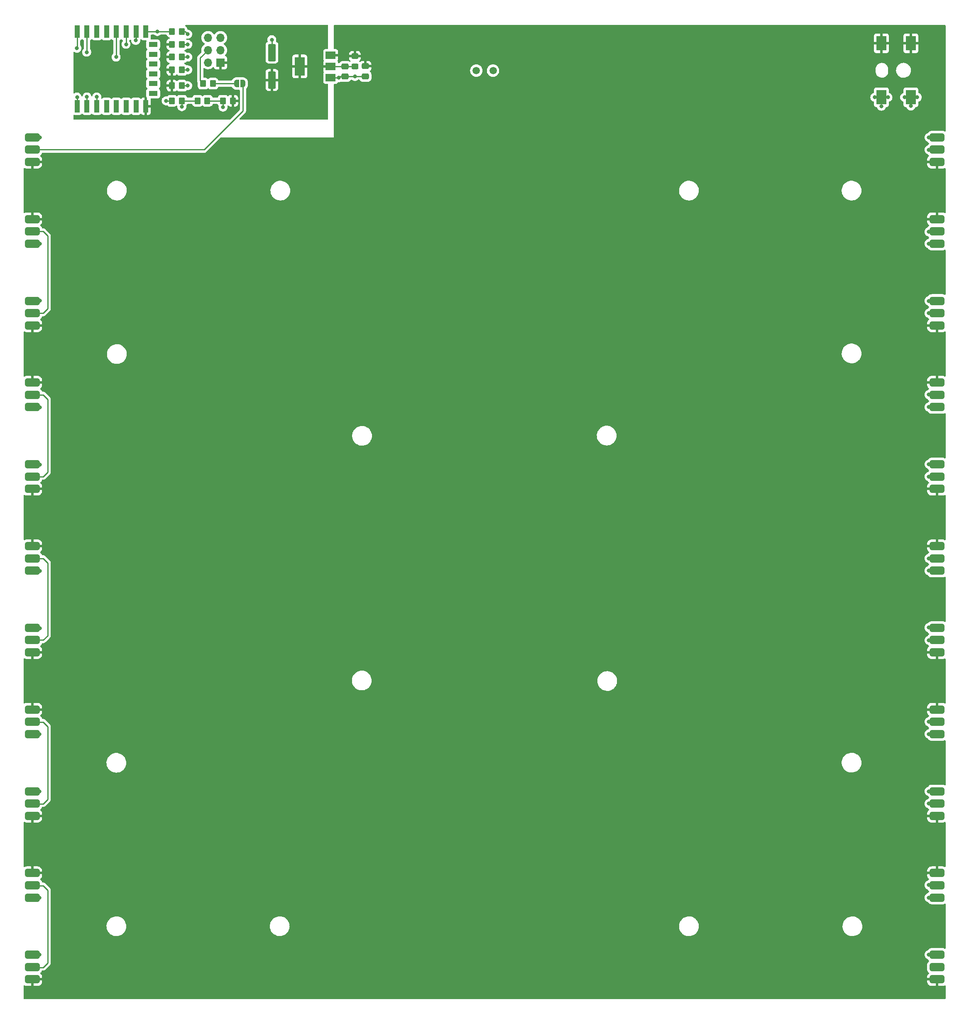
<source format=gtl>
%TF.GenerationSoftware,KiCad,Pcbnew,(6.0.0)*%
%TF.CreationDate,2023-01-18T16:53:03+01:00*%
%TF.ProjectId,backpannel_pcb_11x11_small,6261636b-7061-46e6-9e65-6c5f7063625f,rev?*%
%TF.SameCoordinates,Original*%
%TF.FileFunction,Copper,L1,Top*%
%TF.FilePolarity,Positive*%
%FSLAX46Y46*%
G04 Gerber Fmt 4.6, Leading zero omitted, Abs format (unit mm)*
G04 Created by KiCad (PCBNEW (6.0.0)) date 2023-01-18 16:53:03*
%MOMM*%
%LPD*%
G01*
G04 APERTURE LIST*
G04 Aperture macros list*
%AMRoundRect*
0 Rectangle with rounded corners*
0 $1 Rounding radius*
0 $2 $3 $4 $5 $6 $7 $8 $9 X,Y pos of 4 corners*
0 Add a 4 corners polygon primitive as box body*
4,1,4,$2,$3,$4,$5,$6,$7,$8,$9,$2,$3,0*
0 Add four circle primitives for the rounded corners*
1,1,$1+$1,$2,$3*
1,1,$1+$1,$4,$5*
1,1,$1+$1,$6,$7*
1,1,$1+$1,$8,$9*
0 Add four rect primitives between the rounded corners*
20,1,$1+$1,$2,$3,$4,$5,0*
20,1,$1+$1,$4,$5,$6,$7,0*
20,1,$1+$1,$6,$7,$8,$9,0*
20,1,$1+$1,$8,$9,$2,$3,0*%
%AMFreePoly0*
4,1,22,0.500000,-0.750000,0.000000,-0.750000,0.000000,-0.745033,-0.079941,-0.743568,-0.215256,-0.701293,-0.333266,-0.622738,-0.424486,-0.514219,-0.481581,-0.384460,-0.499164,-0.250000,-0.500000,-0.250000,-0.500000,0.250000,-0.499164,0.250000,-0.499963,0.256109,-0.478152,0.396186,-0.417904,0.524511,-0.324060,0.630769,-0.204165,0.706417,-0.067858,0.745374,0.000000,0.744959,0.000000,0.750000,
0.500000,0.750000,0.500000,-0.750000,0.500000,-0.750000,$1*%
%AMFreePoly1*
4,1,20,0.000000,0.744959,0.073905,0.744508,0.209726,0.703889,0.328688,0.626782,0.421226,0.519385,0.479903,0.390333,0.500000,0.250000,0.500000,-0.250000,0.499851,-0.262216,0.476331,-0.402017,0.414519,-0.529596,0.319384,-0.634700,0.198574,-0.708877,0.061801,-0.746166,0.000000,-0.745033,0.000000,-0.750000,-0.500000,-0.750000,-0.500000,0.750000,0.000000,0.750000,0.000000,0.744959,
0.000000,0.744959,$1*%
G04 Aperture macros list end*
%TA.AperFunction,SMDPad,CuDef*%
%ADD10RoundRect,0.250000X0.350000X0.450000X-0.350000X0.450000X-0.350000X-0.450000X0.350000X-0.450000X0*%
%TD*%
%TA.AperFunction,SMDPad,CuDef*%
%ADD11RoundRect,0.425000X-1.075000X-0.425000X1.075000X-0.425000X1.075000X0.425000X-1.075000X0.425000X0*%
%TD*%
%TA.AperFunction,SMDPad,CuDef*%
%ADD12RoundRect,0.250000X-0.450000X0.325000X-0.450000X-0.325000X0.450000X-0.325000X0.450000X0.325000X0*%
%TD*%
%TA.AperFunction,SMDPad,CuDef*%
%ADD13RoundRect,0.425000X1.075000X0.425000X-1.075000X0.425000X-1.075000X-0.425000X1.075000X-0.425000X0*%
%TD*%
%TA.AperFunction,SMDPad,CuDef*%
%ADD14RoundRect,0.250000X-0.475000X0.337500X-0.475000X-0.337500X0.475000X-0.337500X0.475000X0.337500X0*%
%TD*%
%TA.AperFunction,SMDPad,CuDef*%
%ADD15RoundRect,0.250000X-0.350000X-0.450000X0.350000X-0.450000X0.350000X0.450000X-0.350000X0.450000X0*%
%TD*%
%TA.AperFunction,SMDPad,CuDef*%
%ADD16R,2.000000X3.000000*%
%TD*%
%TA.AperFunction,SMDPad,CuDef*%
%ADD17FreePoly0,0.000000*%
%TD*%
%TA.AperFunction,SMDPad,CuDef*%
%ADD18FreePoly1,0.000000*%
%TD*%
%TA.AperFunction,ComponentPad*%
%ADD19R,1.700000X1.700000*%
%TD*%
%TA.AperFunction,ComponentPad*%
%ADD20O,1.700000X1.700000*%
%TD*%
%TA.AperFunction,SMDPad,CuDef*%
%ADD21RoundRect,0.250000X0.550000X-1.500000X0.550000X1.500000X-0.550000X1.500000X-0.550000X-1.500000X0*%
%TD*%
%TA.AperFunction,ComponentPad*%
%ADD22C,1.500000*%
%TD*%
%TA.AperFunction,SMDPad,CuDef*%
%ADD23R,2.000000X1.500000*%
%TD*%
%TA.AperFunction,SMDPad,CuDef*%
%ADD24R,2.000000X3.800000*%
%TD*%
%TA.AperFunction,SMDPad,CuDef*%
%ADD25R,1.000000X2.500000*%
%TD*%
%TA.AperFunction,SMDPad,CuDef*%
%ADD26R,1.800000X1.000000*%
%TD*%
%TA.AperFunction,ViaPad*%
%ADD27C,0.800000*%
%TD*%
%TA.AperFunction,Conductor*%
%ADD28C,0.250000*%
%TD*%
G04 APERTURE END LIST*
D10*
%TO.P,R10,1*%
%TO.N,Net-(JP1-Pad1)*%
X-55400000Y85658333D03*
%TO.P,R10,2*%
%TO.N,Net-(J2-Pad4)*%
X-57400000Y85658333D03*
%TD*%
D11*
%TO.P,S4,1,GND*%
%TO.N,GND*%
X92266000Y-25319600D03*
X-92266000Y-25319600D03*
%TO.P,S4,2,Din*%
%TO.N,Net-(S4-Pad2)*%
X-92266000Y-27819600D03*
%TO.P,S4,3,5V*%
%TO.N,+5V*%
X-92266000Y-30319600D03*
X92266000Y-30319600D03*
%TO.P,S4,4,Dout*%
%TO.N,Net-(S10-Pad2)*%
X92266000Y-27819600D03*
%TD*%
D12*
%TO.P,D1,1,K*%
%TO.N,+5V*%
X-26450000Y91225000D03*
%TO.P,D1,2,A*%
%TO.N,+3V3*%
X-26450000Y89175000D03*
%TD*%
D13*
%TO.P,S10,1,GND*%
%TO.N,GND*%
X-92266000Y-46986200D03*
X92266000Y-46986200D03*
%TO.P,S10,2,Din*%
%TO.N,Net-(S10-Pad2)*%
X92266000Y-44486200D03*
%TO.P,S10,3,5V*%
%TO.N,+5V*%
X92266000Y-41986200D03*
X-92266000Y-41986200D03*
%TO.P,S10,4,Dout*%
%TO.N,Net-(S10-Pad4)*%
X-92266000Y-44486200D03*
%TD*%
D14*
%TO.P,C3,1*%
%TO.N,+3V3*%
X-28450000Y89162500D03*
%TO.P,C3,2*%
%TO.N,GND*%
X-28450000Y87087500D03*
%TD*%
D11*
%TO.P,S5,1,GND*%
%TO.N,GND*%
X-92266000Y-58652800D03*
X92266000Y-58652800D03*
%TO.P,S5,2,Din*%
%TO.N,Net-(S10-Pad4)*%
X-92266000Y-61152800D03*
%TO.P,S5,3,5V*%
%TO.N,+5V*%
X92266000Y-63652800D03*
X-92266000Y-63652800D03*
%TO.P,S5,4,Dout*%
%TO.N,Net-(S11-Pad2)*%
X92266000Y-61152800D03*
%TD*%
D10*
%TO.P,R4,1*%
%TO.N,Net-(R3-Pad2)*%
X-61750000Y82133333D03*
%TO.P,R4,2*%
%TO.N,GND*%
X-63750000Y82133333D03*
%TD*%
D13*
%TO.P,S8,1,GND*%
%TO.N,GND*%
X-92266000Y19680200D03*
X92266000Y19680200D03*
%TO.P,S8,2,Din*%
%TO.N,Net-(S2-Pad4)*%
X92266000Y22180200D03*
%TO.P,S8,3,5V*%
%TO.N,+5V*%
X-92266000Y24680200D03*
X92266000Y24680200D03*
%TO.P,S8,4,Dout*%
%TO.N,Net-(S3-Pad2)*%
X-92266000Y22180200D03*
%TD*%
D15*
%TO.P,R8,1*%
%TO.N,+3V3*%
X-63750000Y93658333D03*
%TO.P,R8,2*%
%TO.N,Net-(R8-Pad2)*%
X-61750000Y93658333D03*
%TD*%
D10*
%TO.P,R6,1*%
%TO.N,Net-(R6-Pad1)*%
X-61750000Y85233333D03*
%TO.P,R6,2*%
%TO.N,+3V3*%
X-63750000Y85233333D03*
%TD*%
D11*
%TO.P,S3,1,GND*%
%TO.N,GND*%
X92266000Y8013600D03*
X-92266000Y8013600D03*
%TO.P,S3,2,Din*%
%TO.N,Net-(S3-Pad2)*%
X-92266000Y5513600D03*
%TO.P,S3,3,5V*%
%TO.N,+5V*%
X92266000Y3013600D03*
X-92266000Y3013600D03*
%TO.P,S3,4,Dout*%
%TO.N,Net-(S3-Pad4)*%
X92266000Y5513600D03*
%TD*%
%TO.P,S2,1,GND*%
%TO.N,GND*%
X-92266000Y41346800D03*
X92266000Y41346800D03*
%TO.P,S2,2,Din*%
%TO.N,Net-(S2-Pad2)*%
X-92266000Y38846800D03*
%TO.P,S2,3,5V*%
%TO.N,+5V*%
X-92266000Y36346800D03*
X92266000Y36346800D03*
%TO.P,S2,4,Dout*%
%TO.N,Net-(S2-Pad4)*%
X92266000Y38846800D03*
%TD*%
D13*
%TO.P,S9,1,GND*%
%TO.N,GND*%
X92266000Y-13653000D03*
X-92266000Y-13653000D03*
%TO.P,S9,2,Din*%
%TO.N,Net-(S3-Pad4)*%
X92266000Y-11153000D03*
%TO.P,S9,3,5V*%
%TO.N,+5V*%
X92266000Y-8653000D03*
X-92266000Y-8653000D03*
%TO.P,S9,4,Dout*%
%TO.N,Net-(S4-Pad2)*%
X-92266000Y-11153000D03*
%TD*%
D10*
%TO.P,R3,1*%
%TO.N,Net-(R1-Pad2)*%
X-56550000Y82133333D03*
%TO.P,R3,2*%
%TO.N,Net-(R3-Pad2)*%
X-58550000Y82133333D03*
%TD*%
D16*
%TO.P,J1,1,Pin_1*%
%TO.N,+5V*%
X80924000Y93860000D03*
X86924000Y93860000D03*
%TO.P,J1,2,Pin_2*%
%TO.N,GND*%
X86924000Y82860000D03*
%TO.P,J1,3,Pin_3*%
X80924000Y82860000D03*
%TD*%
D14*
%TO.P,C1,1*%
%TO.N,+5V*%
X-24325000Y89187500D03*
%TO.P,C1,2*%
%TO.N,GND*%
X-24325000Y87112500D03*
%TD*%
D11*
%TO.P,S6,1,GND*%
%TO.N,GND*%
X92266000Y-91986000D03*
X-92266000Y-91986000D03*
%TO.P,S6,2,Din*%
%TO.N,Net-(S11-Pad4)*%
X-92266000Y-94486000D03*
%TO.P,S6,3,5V*%
%TO.N,+5V*%
X92266000Y-96986000D03*
X-92266000Y-96986000D03*
%TO.P,S6,4,Dout*%
%TO.N,unconnected-(S6-Pad4)*%
X92266000Y-94486000D03*
%TD*%
D15*
%TO.P,R9,1*%
%TO.N,GND*%
X-63750000Y96258333D03*
%TO.P,R9,2*%
%TO.N,Net-(R9-Pad2)*%
X-61750000Y96258333D03*
%TD*%
D13*
%TO.P,S11,1,GND*%
%TO.N,GND*%
X92266000Y-80319400D03*
X-92266000Y-80319400D03*
%TO.P,S11,2,Din*%
%TO.N,Net-(S11-Pad2)*%
X92266000Y-77819400D03*
%TO.P,S11,3,5V*%
%TO.N,+5V*%
X-92266000Y-75319400D03*
X92266000Y-75319400D03*
%TO.P,S11,4,Dout*%
%TO.N,Net-(S11-Pad4)*%
X-92266000Y-77819400D03*
%TD*%
D10*
%TO.P,R1,1*%
%TO.N,+3V3*%
X-51350000Y82133333D03*
%TO.P,R1,2*%
%TO.N,Net-(R1-Pad2)*%
X-53350000Y82133333D03*
%TD*%
D11*
%TO.P,S1,1,GND*%
%TO.N,GND*%
X-92266000Y74670000D03*
X92266000Y74670000D03*
%TO.P,S1,2,Din*%
%TO.N,Net-(JP1-Pad2)*%
X-92266000Y72170000D03*
%TO.P,S1,3,5V*%
%TO.N,+5V*%
X-92266000Y69670000D03*
X92266000Y69670000D03*
%TO.P,S1,4,Dout*%
%TO.N,Net-(S1-Pad4)*%
X92266000Y72170000D03*
%TD*%
D13*
%TO.P,S7,1,GND*%
%TO.N,GND*%
X92266000Y53013400D03*
X-92266000Y53013400D03*
%TO.P,S7,2,Din*%
%TO.N,Net-(S1-Pad4)*%
X92266000Y55513400D03*
%TO.P,S7,3,5V*%
%TO.N,+5V*%
X92266000Y58013400D03*
X-92266000Y58013400D03*
%TO.P,S7,4,Dout*%
%TO.N,Net-(S2-Pad2)*%
X-92266000Y55513400D03*
%TD*%
D17*
%TO.P,JP1,1,A*%
%TO.N,Net-(JP1-Pad1)*%
X-50600000Y85658333D03*
D18*
%TO.P,JP1,2,B*%
%TO.N,Net-(JP1-Pad2)*%
X-49300000Y85658333D03*
%TD*%
D19*
%TO.P,J2,1,Pin_1*%
%TO.N,+3V3*%
X-53875000Y89933333D03*
D20*
%TO.P,J2,2,Pin_2*%
%TO.N,/Flash*%
X-56415000Y89933333D03*
%TO.P,J2,3,Pin_3*%
%TO.N,GND*%
X-53875000Y92473333D03*
%TO.P,J2,4,Pin_4*%
%TO.N,Net-(J2-Pad4)*%
X-56415000Y92473333D03*
%TO.P,J2,5,Pin_5*%
%TO.N,/Reset*%
X-53875000Y95013333D03*
%TO.P,J2,6,Pin_6*%
%TO.N,Net-(J2-Pad6)*%
X-56415000Y95013333D03*
%TD*%
D15*
%TO.P,R7,1*%
%TO.N,+3V3*%
X-63750000Y91058333D03*
%TO.P,R7,2*%
%TO.N,/Flash*%
X-61750000Y91058333D03*
%TD*%
D21*
%TO.P,C2,1*%
%TO.N,+3V3*%
X-43375000Y86375000D03*
%TO.P,C2,2*%
%TO.N,GND*%
X-43375000Y91975000D03*
%TD*%
D22*
%TO.P,R2,1*%
%TO.N,Net-(R1-Pad2)*%
X-1689333Y88304666D03*
%TO.P,R2,2*%
%TO.N,GND*%
X1710667Y88304666D03*
%TD*%
D10*
%TO.P,R5,1*%
%TO.N,/Reset*%
X-61750000Y88458333D03*
%TO.P,R5,2*%
%TO.N,+3V3*%
X-63750000Y88458333D03*
%TD*%
D23*
%TO.P,U1,1,GND*%
%TO.N,GND*%
X-31400000Y86850000D03*
D24*
%TO.P,U1,2,VO*%
%TO.N,+3V3*%
X-37700000Y89150000D03*
D23*
X-31400000Y89150000D03*
%TO.P,U1,3,VI*%
%TO.N,+5V*%
X-31400000Y91450000D03*
%TD*%
D25*
%TO.P,U2,1,~{RST}*%
%TO.N,/Reset*%
X-83100000Y81033333D03*
%TO.P,U2,2,ADC*%
%TO.N,Net-(R3-Pad2)*%
X-81100000Y81033333D03*
%TO.P,U2,3,EN*%
%TO.N,Net-(R6-Pad1)*%
X-79100000Y81033333D03*
%TO.P,U2,4,GPIO16*%
%TO.N,unconnected-(U2-Pad4)*%
X-77100000Y81033333D03*
%TO.P,U2,5,GPIO14*%
%TO.N,unconnected-(U2-Pad5)*%
X-75100000Y81033333D03*
%TO.P,U2,6,GPIO12*%
%TO.N,unconnected-(U2-Pad6)*%
X-73100000Y81033333D03*
%TO.P,U2,7,GPIO13*%
%TO.N,unconnected-(U2-Pad7)*%
X-71100000Y81033333D03*
%TO.P,U2,8,VCC*%
%TO.N,+3V3*%
X-69100000Y81033333D03*
D26*
%TO.P,U2,9,CS0*%
%TO.N,unconnected-(U2-Pad9)*%
X-67600000Y83633333D03*
%TO.P,U2,10,MISO*%
%TO.N,unconnected-(U2-Pad10)*%
X-67600000Y85633333D03*
%TO.P,U2,11,GPIO9*%
%TO.N,unconnected-(U2-Pad11)*%
X-67600000Y87633333D03*
%TO.P,U2,12,GPIO10*%
%TO.N,unconnected-(U2-Pad12)*%
X-67600000Y89633333D03*
%TO.P,U2,13,MOSI*%
%TO.N,unconnected-(U2-Pad13)*%
X-67600000Y91633333D03*
%TO.P,U2,14,SCLK*%
%TO.N,unconnected-(U2-Pad14)*%
X-67600000Y93633333D03*
D25*
%TO.P,U2,15,GND*%
%TO.N,GND*%
X-69100000Y96233333D03*
%TO.P,U2,16,GPIO15*%
%TO.N,Net-(R9-Pad2)*%
X-71100000Y96233333D03*
%TO.P,U2,17,GPIO2*%
%TO.N,Net-(R8-Pad2)*%
X-73100000Y96233333D03*
%TO.P,U2,18,GPIO0*%
%TO.N,/Flash*%
X-75100000Y96233333D03*
%TO.P,U2,19,GPIO4*%
%TO.N,unconnected-(U2-Pad19)*%
X-77100000Y96233333D03*
%TO.P,U2,20,GPIO5*%
%TO.N,unconnected-(U2-Pad20)*%
X-79100000Y96233333D03*
%TO.P,U2,21,GPIO3/RXD*%
%TO.N,Net-(J2-Pad4)*%
X-81100000Y96233333D03*
%TO.P,U2,22,GPIO1/TXD*%
%TO.N,Net-(J2-Pad6)*%
X-83100000Y96233333D03*
%TD*%
D27*
%TO.N,Net-(S1-Pad4)*%
X90600000Y55433333D03*
X90600000Y72166671D03*
%TO.N,Net-(S2-Pad4)*%
X90600000Y38833333D03*
X90600000Y22233333D03*
%TO.N,Net-(S3-Pad4)*%
X90600000Y5533333D03*
X90600000Y-11166667D03*
%TO.N,Net-(S10-Pad2)*%
X90600000Y-27866667D03*
X90600000Y-44466667D03*
%TO.N,Net-(S11-Pad2)*%
X90600000Y-61166667D03*
X90600000Y-77766667D03*
%TO.N,GND*%
X-90720000Y41360000D03*
X-90690000Y53010000D03*
X-90750000Y-58680000D03*
X90600000Y19700000D03*
X-43400000Y94600000D03*
X90600000Y-80320000D03*
X-90720000Y7970000D03*
X-64950000Y82133333D03*
X-90740000Y19640000D03*
X80924000Y81035000D03*
X-26450000Y87100000D03*
X90600000Y-25280000D03*
X90600000Y-13666667D03*
X-90750000Y-47020000D03*
X90600000Y-58666667D03*
X90600000Y53020000D03*
X82249000Y82860000D03*
X-29750000Y86850000D03*
X90600000Y-91966667D03*
X-90710000Y74690000D03*
X86924000Y81060000D03*
X-90720000Y-25370000D03*
X90600000Y8040000D03*
X-90730000Y-13700000D03*
X85649000Y82860000D03*
X90600000Y-46966667D03*
X-66750000Y96258333D03*
X79574000Y82860000D03*
X88224000Y82860000D03*
X-90750000Y-80350000D03*
X-90750000Y-91990000D03*
X90600000Y41350000D03*
X90600000Y74670000D03*
%TO.N,/Flash*%
X-60550000Y91058333D03*
X-75150000Y91058333D03*
%TO.N,Net-(J2-Pad4)*%
X-81150000Y92058333D03*
%TO.N,/Reset*%
X-83125000Y82908333D03*
X-60550000Y88458333D03*
%TO.N,Net-(J2-Pad6)*%
X-83150000Y92858333D03*
%TO.N,Net-(R1-Pad2)*%
X-53350000Y80858333D03*
%TO.N,Net-(R3-Pad2)*%
X-81100000Y82933333D03*
X-61750000Y80933333D03*
%TO.N,Net-(R6-Pad1)*%
X-60550000Y85233333D03*
X-79100000Y82933333D03*
%TO.N,Net-(R8-Pad2)*%
X-60550000Y93658333D03*
X-73131000Y93658333D03*
%TO.N,Net-(R9-Pad2)*%
X-71150000Y94458333D03*
X-60550000Y95733333D03*
%TD*%
D28*
%TO.N,Net-(R9-Pad2)*%
X-61750000Y96258333D02*
X-61075000Y96258333D01*
X-61075000Y96258333D02*
X-60550000Y95733333D01*
%TO.N,Net-(JP1-Pad1)*%
X-55400000Y85658333D02*
X-50600000Y85658333D01*
%TO.N,Net-(J2-Pad4)*%
X-58000000Y86233333D02*
X-58000000Y90888333D01*
X-57614511Y85847844D02*
X-58000000Y86233333D01*
X-57589511Y85847844D02*
X-57614511Y85847844D01*
X-57400000Y85658333D02*
X-57589511Y85847844D01*
X-58000000Y90888333D02*
X-56415000Y92473333D01*
%TO.N,Net-(JP1-Pad2)*%
X-57191253Y72170000D02*
X-92266000Y72170000D01*
X-49300000Y80061253D02*
X-57191253Y72170000D01*
X-49300000Y85658333D02*
X-49300000Y80061253D01*
%TO.N,GND*%
X-26437500Y87112500D02*
X-26450000Y87100000D01*
X-64950000Y82133333D02*
X-63750000Y82133333D01*
X-28437500Y87100000D02*
X-28450000Y87087500D01*
X-26450000Y87100000D02*
X-28437500Y87100000D01*
X-69075000Y96258333D02*
X-69100000Y96233333D01*
X-28450000Y87087500D02*
X-29512500Y87087500D01*
X-66750000Y96258333D02*
X-69075000Y96258333D01*
X-29750000Y86850000D02*
X-31400000Y86850000D01*
X-24325000Y87112500D02*
X-26437500Y87112500D01*
X-43400000Y94600000D02*
X-43375000Y94575000D01*
X-63750000Y96258333D02*
X-66750000Y96258333D01*
X-29512500Y87087500D02*
X-29750000Y86850000D01*
X-43375000Y94575000D02*
X-43375000Y91975000D01*
%TO.N,+3V3*%
X-28450000Y89162500D02*
X-26462500Y89162500D01*
X-28450000Y89162500D02*
X-28462500Y89150000D01*
X-26462500Y89162500D02*
X-26450000Y89175000D01*
X-28462500Y89150000D02*
X-31400000Y89150000D01*
%TO.N,/Flash*%
X-75150000Y91058333D02*
X-75100000Y91108333D01*
X-75100000Y91108333D02*
X-75100000Y96233333D01*
X-61750000Y91058333D02*
X-60550000Y91058333D01*
%TO.N,Net-(J2-Pad4)*%
X-81100000Y96233333D02*
X-81100000Y92108333D01*
X-81100000Y92108333D02*
X-81150000Y92058333D01*
%TO.N,/Reset*%
X-83125000Y81058333D02*
X-83100000Y81033333D01*
X-60550000Y88458333D02*
X-61750000Y88458333D01*
X-83125000Y82908333D02*
X-83125000Y81058333D01*
%TO.N,Net-(J2-Pad6)*%
X-83100000Y92908333D02*
X-83150000Y92858333D01*
X-83100000Y96233333D02*
X-83100000Y92908333D01*
%TO.N,Net-(R1-Pad2)*%
X-53350000Y82658333D02*
X-53350000Y81058333D01*
X-56550000Y82133333D02*
X-53350000Y82133333D01*
%TO.N,Net-(R3-Pad2)*%
X-81100000Y82933333D02*
X-81100000Y81033333D01*
X-61750000Y82658333D02*
X-61750000Y81058333D01*
X-58550000Y82133333D02*
X-61750000Y82133333D01*
%TO.N,Net-(R6-Pad1)*%
X-79100000Y82933333D02*
X-79100000Y81033333D01*
X-61750000Y85233333D02*
X-60550000Y85233333D01*
%TO.N,Net-(R8-Pad2)*%
X-60550000Y93658333D02*
X-61750000Y93658333D01*
X-73100000Y93689333D02*
X-73100000Y96233333D01*
%TO.N,Net-(R9-Pad2)*%
X-71100000Y96233333D02*
X-71100000Y94333333D01*
%TO.N,Net-(S2-Pad2)*%
X-92266000Y55513400D02*
X-92262600Y55510000D01*
X-92262600Y55510000D02*
X-90050000Y55510000D01*
X-89120000Y54580000D02*
X-89120000Y39760000D01*
X-89120000Y39760000D02*
X-90033200Y38846800D01*
X-90050000Y55510000D02*
X-89120000Y54580000D01*
X-90033200Y38846800D02*
X-92266000Y38846800D01*
%TO.N,Net-(S3-Pad2)*%
X-89120000Y21260000D02*
X-89120000Y6440000D01*
X-92262600Y22190000D02*
X-90050000Y22190000D01*
X-89120000Y6440000D02*
X-90033200Y5526800D01*
X-90033200Y5526800D02*
X-92266000Y5526800D01*
X-90050000Y22190000D02*
X-89120000Y21260000D01*
%TO.N,Net-(S4-Pad2)*%
X-89120000Y-26900000D02*
X-90033200Y-27813200D01*
X-92262600Y-11150000D02*
X-90050000Y-11150000D01*
X-90033200Y-27813200D02*
X-92266000Y-27813200D01*
X-90050000Y-11150000D02*
X-89120000Y-12080000D01*
X-89120000Y-12080000D02*
X-89120000Y-26900000D01*
%TO.N,Net-(S10-Pad4)*%
X-92262600Y-44530000D02*
X-90050000Y-44530000D01*
X-89120000Y-60280000D02*
X-90033200Y-61193200D01*
X-90050000Y-44530000D02*
X-89120000Y-45460000D01*
X-89120000Y-45460000D02*
X-89120000Y-60280000D01*
X-90033200Y-61193200D02*
X-92266000Y-61193200D01*
%TO.N,Net-(S11-Pad4)*%
X-90050000Y-77900000D02*
X-89120000Y-78830000D01*
X-89120000Y-78830000D02*
X-89120000Y-93650000D01*
X-92262600Y-77900000D02*
X-90050000Y-77900000D01*
X-89120000Y-93650000D02*
X-90033200Y-94563200D01*
X-90033200Y-94563200D02*
X-92266000Y-94563200D01*
%TD*%
%TA.AperFunction,Conductor*%
%TO.N,+3V3*%
G36*
X-31963879Y97579998D02*
G01*
X-31917386Y97526342D01*
X-31906000Y97474000D01*
X-31906000Y92834500D01*
X-31926002Y92766379D01*
X-31979658Y92719886D01*
X-32032000Y92708500D01*
X-32448134Y92708500D01*
X-32510316Y92701745D01*
X-32646705Y92650615D01*
X-32763261Y92563261D01*
X-32850615Y92446705D01*
X-32901745Y92310316D01*
X-32908500Y92248134D01*
X-32908500Y90651866D01*
X-32901745Y90589684D01*
X-32850615Y90453295D01*
X-32795712Y90380038D01*
X-32792047Y90375148D01*
X-32767199Y90308642D01*
X-32782252Y90239259D01*
X-32792047Y90224018D01*
X-32844786Y90153648D01*
X-32853324Y90138054D01*
X-32898478Y90017606D01*
X-32902105Y90002351D01*
X-32907631Y89951486D01*
X-32908000Y89944672D01*
X-32908000Y89422115D01*
X-32903525Y89406876D01*
X-32902135Y89405671D01*
X-32894452Y89404000D01*
X-31906000Y89404000D01*
X-31906000Y88896000D01*
X-32889884Y88896000D01*
X-32905123Y88891525D01*
X-32906328Y88890135D01*
X-32907999Y88882452D01*
X-32907999Y88355331D01*
X-32907629Y88348510D01*
X-32902105Y88297648D01*
X-32898479Y88282396D01*
X-32853324Y88161946D01*
X-32844786Y88146352D01*
X-32792047Y88075982D01*
X-32767199Y88009476D01*
X-32782252Y87940093D01*
X-32792047Y87924852D01*
X-32850615Y87846705D01*
X-32901745Y87710316D01*
X-32908500Y87648134D01*
X-32908500Y86051866D01*
X-32901745Y85989684D01*
X-32850615Y85853295D01*
X-32763261Y85736739D01*
X-32646705Y85649385D01*
X-32510316Y85598255D01*
X-32448134Y85591500D01*
X-32032000Y85591500D01*
X-31963879Y85571498D01*
X-31917386Y85517842D01*
X-31906000Y85465500D01*
X-31906000Y78431000D01*
X-31926002Y78362879D01*
X-31979658Y78316386D01*
X-32032000Y78305000D01*
X-49856158Y78305000D01*
X-49924279Y78325002D01*
X-49970772Y78378658D01*
X-49980876Y78448932D01*
X-49951382Y78513512D01*
X-49945253Y78520095D01*
X-48907747Y79557601D01*
X-48899461Y79565141D01*
X-48892982Y79569253D01*
X-48846356Y79618905D01*
X-48843602Y79621746D01*
X-48823865Y79641483D01*
X-48821385Y79644680D01*
X-48813680Y79653702D01*
X-48788841Y79680153D01*
X-48783414Y79685932D01*
X-48779595Y79692878D01*
X-48779593Y79692881D01*
X-48773652Y79703687D01*
X-48762801Y79720206D01*
X-48755242Y79729952D01*
X-48750386Y79736212D01*
X-48747241Y79743481D01*
X-48747238Y79743485D01*
X-48732826Y79776790D01*
X-48727609Y79787440D01*
X-48706305Y79826193D01*
X-48701267Y79845816D01*
X-48694863Y79864519D01*
X-48689967Y79875833D01*
X-48689967Y79875834D01*
X-48686819Y79883108D01*
X-48685580Y79890931D01*
X-48685577Y79890941D01*
X-48679901Y79926777D01*
X-48677495Y79938397D01*
X-48668472Y79973542D01*
X-48668472Y79973543D01*
X-48666500Y79981223D01*
X-48666500Y80001477D01*
X-48664949Y80021188D01*
X-48663020Y80033367D01*
X-48661780Y80041196D01*
X-48665941Y80085215D01*
X-48666500Y80097072D01*
X-48666500Y84557620D01*
X-48646498Y84625741D01*
X-48620984Y84654565D01*
X-48599907Y84672063D01*
X-48599905Y84672065D01*
X-48596460Y84674925D01*
X-48500346Y84781109D01*
X-48473144Y84821438D01*
X-48468782Y84827905D01*
X-44682999Y84827905D01*
X-44682662Y84821386D01*
X-44672743Y84725794D01*
X-44669851Y84712400D01*
X-44618412Y84558216D01*
X-44612239Y84545038D01*
X-44526937Y84407193D01*
X-44517901Y84395792D01*
X-44403171Y84281261D01*
X-44391760Y84272249D01*
X-44253757Y84187184D01*
X-44240576Y84181037D01*
X-44086290Y84129862D01*
X-44072914Y84126995D01*
X-43978562Y84117328D01*
X-43972146Y84117000D01*
X-43647115Y84117000D01*
X-43631876Y84121475D01*
X-43630671Y84122865D01*
X-43629000Y84130548D01*
X-43629000Y84135116D01*
X-43121000Y84135116D01*
X-43116525Y84119877D01*
X-43115135Y84118672D01*
X-43107452Y84117001D01*
X-42777905Y84117001D01*
X-42771386Y84117338D01*
X-42675794Y84127257D01*
X-42662400Y84130149D01*
X-42508216Y84181588D01*
X-42495038Y84187761D01*
X-42357193Y84273063D01*
X-42345792Y84282099D01*
X-42231261Y84396829D01*
X-42222249Y84408240D01*
X-42137184Y84546243D01*
X-42131037Y84559424D01*
X-42079862Y84713710D01*
X-42076995Y84727086D01*
X-42067328Y84821438D01*
X-42067000Y84827855D01*
X-42067000Y86102885D01*
X-42071475Y86118124D01*
X-42072865Y86119329D01*
X-42080548Y86121000D01*
X-43102885Y86121000D01*
X-43118124Y86116525D01*
X-43119329Y86115135D01*
X-43121000Y86107452D01*
X-43121000Y84135116D01*
X-43629000Y84135116D01*
X-43629000Y86102885D01*
X-43633475Y86118124D01*
X-43634865Y86119329D01*
X-43642548Y86121000D01*
X-44664884Y86121000D01*
X-44680123Y86116525D01*
X-44681328Y86115135D01*
X-44682999Y86107452D01*
X-44682999Y84827905D01*
X-48468782Y84827905D01*
X-48421401Y84898150D01*
X-48421398Y84898155D01*
X-48418893Y84901869D01*
X-48356446Y85030761D01*
X-48312162Y85169521D01*
X-48288400Y85310759D01*
X-48281318Y85389706D01*
X-48281167Y85402048D01*
X-48286005Y85476369D01*
X-48286271Y85484554D01*
X-48286271Y85828852D01*
X-48285767Y85840110D01*
X-48281536Y85887280D01*
X-48281318Y85889706D01*
X-48281167Y85902048D01*
X-48286317Y85981162D01*
X-48287537Y85989684D01*
X-48305984Y86118494D01*
X-48305985Y86118500D01*
X-48306621Y86122939D01*
X-48309118Y86131480D01*
X-48346245Y86258441D01*
X-48347503Y86262743D01*
X-48406783Y86393122D01*
X-48409195Y86396893D01*
X-48409199Y86396901D01*
X-48482843Y86512054D01*
X-48482844Y86512055D01*
X-48485258Y86515830D01*
X-48578748Y86624331D01*
X-48604866Y86647115D01*
X-44683000Y86647115D01*
X-44678525Y86631876D01*
X-44677135Y86630671D01*
X-44669452Y86629000D01*
X-43647115Y86629000D01*
X-43631876Y86633475D01*
X-43630671Y86634865D01*
X-43629000Y86642548D01*
X-43629000Y86647115D01*
X-43121000Y86647115D01*
X-43116525Y86631876D01*
X-43115135Y86630671D01*
X-43107452Y86629000D01*
X-42085116Y86629000D01*
X-42069877Y86633475D01*
X-42068672Y86634865D01*
X-42067001Y86642548D01*
X-42067001Y87205331D01*
X-39207999Y87205331D01*
X-39207629Y87198510D01*
X-39202105Y87147648D01*
X-39198479Y87132396D01*
X-39153324Y87011946D01*
X-39144786Y86996351D01*
X-39068285Y86894276D01*
X-39055724Y86881715D01*
X-38953649Y86805214D01*
X-38938054Y86796676D01*
X-38817606Y86751522D01*
X-38802351Y86747895D01*
X-38751486Y86742369D01*
X-38744672Y86742000D01*
X-37972115Y86742000D01*
X-37956876Y86746475D01*
X-37955671Y86747865D01*
X-37954000Y86755548D01*
X-37954000Y86760116D01*
X-37446000Y86760116D01*
X-37441525Y86744877D01*
X-37440135Y86743672D01*
X-37432452Y86742001D01*
X-36655331Y86742001D01*
X-36648510Y86742371D01*
X-36597648Y86747895D01*
X-36582396Y86751521D01*
X-36461946Y86796676D01*
X-36446351Y86805214D01*
X-36344276Y86881715D01*
X-36331715Y86894276D01*
X-36255214Y86996351D01*
X-36246676Y87011946D01*
X-36201522Y87132394D01*
X-36197895Y87147649D01*
X-36192369Y87198514D01*
X-36192000Y87205328D01*
X-36192000Y88877885D01*
X-36196475Y88893124D01*
X-36197865Y88894329D01*
X-36205548Y88896000D01*
X-37427885Y88896000D01*
X-37443124Y88891525D01*
X-37444329Y88890135D01*
X-37446000Y88882452D01*
X-37446000Y86760116D01*
X-37954000Y86760116D01*
X-37954000Y88877885D01*
X-37958475Y88893124D01*
X-37959865Y88894329D01*
X-37967548Y88896000D01*
X-39189884Y88896000D01*
X-39205123Y88891525D01*
X-39206328Y88890135D01*
X-39207999Y88882452D01*
X-39207999Y87205331D01*
X-42067001Y87205331D01*
X-42067001Y87922095D01*
X-42067338Y87928614D01*
X-42077257Y88024206D01*
X-42080149Y88037600D01*
X-42131588Y88191784D01*
X-42137761Y88204962D01*
X-42223063Y88342807D01*
X-42232099Y88354208D01*
X-42346829Y88468739D01*
X-42358240Y88477751D01*
X-42496243Y88562816D01*
X-42509424Y88568963D01*
X-42663710Y88620138D01*
X-42677086Y88623005D01*
X-42771438Y88632672D01*
X-42777855Y88633000D01*
X-43102885Y88633000D01*
X-43118124Y88628525D01*
X-43119329Y88627135D01*
X-43121000Y88619452D01*
X-43121000Y86647115D01*
X-43629000Y86647115D01*
X-43629000Y88614884D01*
X-43633475Y88630123D01*
X-43634865Y88631328D01*
X-43642548Y88632999D01*
X-43972095Y88632999D01*
X-43978614Y88632662D01*
X-44074206Y88622743D01*
X-44087600Y88619851D01*
X-44241784Y88568412D01*
X-44254962Y88562239D01*
X-44392807Y88476937D01*
X-44404208Y88467901D01*
X-44518739Y88353171D01*
X-44527751Y88341760D01*
X-44612816Y88203757D01*
X-44618963Y88190576D01*
X-44670138Y88036290D01*
X-44673005Y88022914D01*
X-44682672Y87928562D01*
X-44683000Y87922146D01*
X-44683000Y86647115D01*
X-48604866Y86647115D01*
X-48688511Y86720083D01*
X-48695462Y86724589D01*
X-48804938Y86795547D01*
X-48808696Y86797983D01*
X-48816370Y86801529D01*
X-48936855Y86857201D01*
X-48936857Y86857202D01*
X-48940924Y86859081D01*
X-49009533Y86879599D01*
X-49073844Y86898832D01*
X-49073849Y86898833D01*
X-49078142Y86900117D01*
X-49082574Y86900779D01*
X-49082577Y86900780D01*
X-49217765Y86920983D01*
X-49217768Y86920983D01*
X-49222196Y86921645D01*
X-49296855Y86922101D01*
X-49360945Y86922493D01*
X-49360950Y86922493D01*
X-49365417Y86922520D01*
X-49367861Y86922185D01*
X-49371656Y86922062D01*
X-49800000Y86922062D01*
X-49808976Y86921420D01*
X-49866373Y86917315D01*
X-49866374Y86917315D01*
X-49873111Y86916833D01*
X-49909440Y86906166D01*
X-49962868Y86902345D01*
X-50100000Y86922062D01*
X-50590008Y86922062D01*
X-50590778Y86922064D01*
X-50660931Y86922493D01*
X-50660937Y86922493D01*
X-50665417Y86922520D01*
X-50749507Y86911002D01*
X-50805276Y86903363D01*
X-50805280Y86903362D01*
X-50809727Y86902753D01*
X-50947436Y86863396D01*
X-51080398Y86803919D01*
X-51084180Y86801533D01*
X-51084187Y86801529D01*
X-51162166Y86752327D01*
X-51201526Y86727493D01*
X-51312452Y86633087D01*
X-51315423Y86629723D01*
X-51317582Y86627278D01*
X-51407260Y86525736D01*
X-51409715Y86521999D01*
X-51409717Y86521996D01*
X-51474602Y86423217D01*
X-51487226Y86403999D01*
X-51489129Y86399947D01*
X-51489129Y86399946D01*
X-51505873Y86364283D01*
X-51552930Y86311122D01*
X-51619928Y86291833D01*
X-54220803Y86291833D01*
X-54288924Y86311835D01*
X-54335417Y86365491D01*
X-54340326Y86377956D01*
X-54356133Y86425335D01*
X-54356134Y86425337D01*
X-54358450Y86432279D01*
X-54363843Y86440995D01*
X-54447668Y86576453D01*
X-54451522Y86582681D01*
X-54576697Y86707638D01*
X-54604196Y86724589D01*
X-54721032Y86796608D01*
X-54721034Y86796609D01*
X-54727262Y86800448D01*
X-54887746Y86853678D01*
X-54888611Y86853965D01*
X-54888613Y86853965D01*
X-54895139Y86856130D01*
X-54901975Y86856830D01*
X-54901978Y86856831D01*
X-54948165Y86861563D01*
X-54999600Y86866833D01*
X-55800400Y86866833D01*
X-55803646Y86866496D01*
X-55803650Y86866496D01*
X-55899308Y86856571D01*
X-55899312Y86856570D01*
X-55906166Y86855859D01*
X-55912702Y86853678D01*
X-55912704Y86853678D01*
X-56043904Y86809906D01*
X-56073946Y86799883D01*
X-56224348Y86706811D01*
X-56297943Y86633087D01*
X-56310784Y86620224D01*
X-56373066Y86586145D01*
X-56443886Y86591148D01*
X-56488975Y86620069D01*
X-56571517Y86702467D01*
X-56576697Y86707638D01*
X-56604196Y86724589D01*
X-56721032Y86796608D01*
X-56721034Y86796609D01*
X-56727262Y86800448D01*
X-56887746Y86853678D01*
X-56888611Y86853965D01*
X-56888613Y86853965D01*
X-56895139Y86856130D01*
X-56901975Y86856830D01*
X-56901978Y86856831D01*
X-56948165Y86861563D01*
X-56999600Y86866833D01*
X-57240500Y86866833D01*
X-57308621Y86886835D01*
X-57355114Y86940491D01*
X-57366500Y86992833D01*
X-57366500Y88696259D01*
X-57346498Y88764380D01*
X-57292842Y88810873D01*
X-57222568Y88820977D01*
X-57176931Y88805047D01*
X-57004000Y88703995D01*
X-56999175Y88702153D01*
X-56999174Y88702152D01*
X-56973455Y88692331D01*
X-56795308Y88624303D01*
X-56790240Y88623272D01*
X-56790237Y88623271D01*
X-56707716Y88606482D01*
X-56576403Y88579766D01*
X-56571228Y88579576D01*
X-56571226Y88579576D01*
X-56358327Y88571769D01*
X-56358323Y88571769D01*
X-56353163Y88571580D01*
X-56348043Y88572236D01*
X-56348041Y88572236D01*
X-56136712Y88599308D01*
X-56136711Y88599308D01*
X-56131584Y88599965D01*
X-56109862Y88606482D01*
X-55922571Y88662672D01*
X-55922566Y88662674D01*
X-55917616Y88664159D01*
X-55717006Y88762437D01*
X-55535140Y88892160D01*
X-55531286Y88896000D01*
X-55426521Y89000400D01*
X-55364149Y89034316D01*
X-55293342Y89029128D01*
X-55236581Y88986482D01*
X-55219599Y88955379D01*
X-55178324Y88845279D01*
X-55169786Y88829684D01*
X-55093285Y88727609D01*
X-55080724Y88715048D01*
X-54978649Y88638547D01*
X-54963054Y88630009D01*
X-54842606Y88584855D01*
X-54827351Y88581228D01*
X-54776486Y88575702D01*
X-54769672Y88575333D01*
X-54147115Y88575333D01*
X-54131876Y88579808D01*
X-54130671Y88581198D01*
X-54129000Y88588881D01*
X-54129000Y88593449D01*
X-53621000Y88593449D01*
X-53616525Y88578210D01*
X-53615135Y88577005D01*
X-53607452Y88575334D01*
X-52980331Y88575334D01*
X-52973510Y88575704D01*
X-52922648Y88581228D01*
X-52907396Y88584854D01*
X-52786946Y88630009D01*
X-52771351Y88638547D01*
X-52669276Y88715048D01*
X-52656715Y88727609D01*
X-52580214Y88829684D01*
X-52571676Y88845279D01*
X-52526522Y88965727D01*
X-52522895Y88980982D01*
X-52517369Y89031847D01*
X-52517000Y89038661D01*
X-52517000Y89422115D01*
X-39208000Y89422115D01*
X-39203525Y89406876D01*
X-39202135Y89405671D01*
X-39194452Y89404000D01*
X-37972115Y89404000D01*
X-37956876Y89408475D01*
X-37955671Y89409865D01*
X-37954000Y89417548D01*
X-37954000Y89422115D01*
X-37446000Y89422115D01*
X-37441525Y89406876D01*
X-37440135Y89405671D01*
X-37432452Y89404000D01*
X-36210116Y89404000D01*
X-36194877Y89408475D01*
X-36193672Y89409865D01*
X-36192001Y89417548D01*
X-36192001Y91094669D01*
X-36192371Y91101490D01*
X-36197895Y91152352D01*
X-36201521Y91167604D01*
X-36246676Y91288054D01*
X-36255214Y91303649D01*
X-36331715Y91405724D01*
X-36344276Y91418285D01*
X-36446351Y91494786D01*
X-36461946Y91503324D01*
X-36582394Y91548478D01*
X-36597649Y91552105D01*
X-36648514Y91557631D01*
X-36655328Y91558000D01*
X-37427885Y91558000D01*
X-37443124Y91553525D01*
X-37444329Y91552135D01*
X-37446000Y91544452D01*
X-37446000Y89422115D01*
X-37954000Y89422115D01*
X-37954000Y91539884D01*
X-37958475Y91555123D01*
X-37959865Y91556328D01*
X-37967548Y91557999D01*
X-38744669Y91557999D01*
X-38751490Y91557629D01*
X-38802352Y91552105D01*
X-38817604Y91548479D01*
X-38938054Y91503324D01*
X-38953649Y91494786D01*
X-39055724Y91418285D01*
X-39068285Y91405724D01*
X-39144786Y91303649D01*
X-39153324Y91288054D01*
X-39198478Y91167606D01*
X-39202105Y91152351D01*
X-39207631Y91101486D01*
X-39208000Y91094672D01*
X-39208000Y89422115D01*
X-52517000Y89422115D01*
X-52517000Y89661218D01*
X-52521475Y89676457D01*
X-52522865Y89677662D01*
X-52530548Y89679333D01*
X-53602885Y89679333D01*
X-53618124Y89674858D01*
X-53619329Y89673468D01*
X-53621000Y89665785D01*
X-53621000Y88593449D01*
X-54129000Y88593449D01*
X-54129000Y90061333D01*
X-54108998Y90129454D01*
X-54055342Y90175947D01*
X-54003000Y90187333D01*
X-52535116Y90187333D01*
X-52519877Y90191808D01*
X-52518672Y90193198D01*
X-52517001Y90200881D01*
X-52517001Y90424600D01*
X-44683500Y90424600D01*
X-44683163Y90421354D01*
X-44683163Y90421350D01*
X-44678414Y90375584D01*
X-44672526Y90318834D01*
X-44670345Y90312298D01*
X-44670345Y90312296D01*
X-44654409Y90264530D01*
X-44616550Y90151054D01*
X-44523478Y90000652D01*
X-44398303Y89875695D01*
X-44392073Y89871855D01*
X-44392072Y89871854D01*
X-44254910Y89787306D01*
X-44247738Y89782885D01*
X-44214812Y89771964D01*
X-44086389Y89729368D01*
X-44086387Y89729368D01*
X-44079861Y89727203D01*
X-44073025Y89726503D01*
X-44073022Y89726502D01*
X-44029969Y89722091D01*
X-43975400Y89716500D01*
X-42774600Y89716500D01*
X-42771354Y89716837D01*
X-42771350Y89716837D01*
X-42675692Y89726762D01*
X-42675688Y89726763D01*
X-42668834Y89727474D01*
X-42662298Y89729655D01*
X-42662296Y89729655D01*
X-42530194Y89773728D01*
X-42501054Y89783450D01*
X-42350652Y89876522D01*
X-42225695Y90001697D01*
X-42217472Y90015037D01*
X-42136725Y90146032D01*
X-42136724Y90146034D01*
X-42132885Y90152262D01*
X-42100119Y90251048D01*
X-42079368Y90313611D01*
X-42079368Y90313613D01*
X-42077203Y90320139D01*
X-42066500Y90424600D01*
X-42066500Y93525400D01*
X-42069816Y93557363D01*
X-42076762Y93624308D01*
X-42076763Y93624312D01*
X-42077474Y93631166D01*
X-42086537Y93658333D01*
X-42131132Y93791998D01*
X-42133450Y93798946D01*
X-42226522Y93949348D01*
X-42351697Y94074305D01*
X-42487199Y94157830D01*
X-42534691Y94210601D01*
X-42546115Y94280673D01*
X-42540915Y94304025D01*
X-42513882Y94387224D01*
X-42506458Y94410072D01*
X-42505003Y94423909D01*
X-42487186Y94593435D01*
X-42486496Y94600000D01*
X-42497136Y94701234D01*
X-42505768Y94783365D01*
X-42505768Y94783367D01*
X-42506458Y94789928D01*
X-42565473Y94971556D01*
X-42660960Y95136944D01*
X-42730520Y95214199D01*
X-42784325Y95273955D01*
X-42784326Y95273956D01*
X-42788747Y95278866D01*
X-42943248Y95391118D01*
X-42949276Y95393802D01*
X-42949278Y95393803D01*
X-43111681Y95466109D01*
X-43111682Y95466109D01*
X-43117712Y95468794D01*
X-43211470Y95488723D01*
X-43298056Y95507128D01*
X-43298061Y95507128D01*
X-43304513Y95508500D01*
X-43495487Y95508500D01*
X-43501939Y95507128D01*
X-43501944Y95507128D01*
X-43588530Y95488723D01*
X-43682288Y95468794D01*
X-43688318Y95466109D01*
X-43688319Y95466109D01*
X-43850722Y95393803D01*
X-43850724Y95393802D01*
X-43856752Y95391118D01*
X-44011253Y95278866D01*
X-44015674Y95273956D01*
X-44015675Y95273955D01*
X-44069479Y95214199D01*
X-44139040Y95136944D01*
X-44234527Y94971556D01*
X-44293542Y94789928D01*
X-44294232Y94783367D01*
X-44294232Y94783365D01*
X-44302864Y94701234D01*
X-44313504Y94600000D01*
X-44312814Y94593435D01*
X-44294996Y94423909D01*
X-44293542Y94410072D01*
X-44250754Y94278385D01*
X-44248726Y94207419D01*
X-44285389Y94146621D01*
X-44304284Y94132306D01*
X-44367701Y94093062D01*
X-44399348Y94073478D01*
X-44524305Y93948303D01*
X-44528145Y93942073D01*
X-44528146Y93942072D01*
X-44543920Y93916481D01*
X-44617115Y93797738D01*
X-44672797Y93629861D01*
X-44683500Y93525400D01*
X-44683500Y90424600D01*
X-52517001Y90424600D01*
X-52517001Y90828002D01*
X-52517371Y90834823D01*
X-52522895Y90885685D01*
X-52526521Y90900937D01*
X-52571676Y91021387D01*
X-52580214Y91036982D01*
X-52656715Y91139057D01*
X-52669276Y91151618D01*
X-52771351Y91228119D01*
X-52786946Y91236657D01*
X-52897187Y91277985D01*
X-52953951Y91320627D01*
X-52978651Y91387188D01*
X-52963443Y91456537D01*
X-52941896Y91485218D01*
X-52840570Y91586189D01*
X-52840560Y91586201D01*
X-52836904Y91589844D01*
X-52788676Y91656960D01*
X-52709565Y91767056D01*
X-52706547Y91771256D01*
X-52685680Y91813476D01*
X-52609864Y91966880D01*
X-52609863Y91966882D01*
X-52607570Y91971522D01*
X-52542630Y92185264D01*
X-52513471Y92406743D01*
X-52512905Y92429889D01*
X-52511926Y92469968D01*
X-52511926Y92469972D01*
X-52511844Y92473333D01*
X-52530148Y92695972D01*
X-52584569Y92912631D01*
X-52673646Y93117493D01*
X-52746358Y93229889D01*
X-52792178Y93300716D01*
X-52792180Y93300719D01*
X-52794986Y93305056D01*
X-52945330Y93470282D01*
X-52949381Y93473481D01*
X-52949385Y93473485D01*
X-53116586Y93605533D01*
X-53116590Y93605535D01*
X-53120641Y93608735D01*
X-53161947Y93631537D01*
X-53211916Y93681969D01*
X-53226688Y93751412D01*
X-53201572Y93817817D01*
X-53174220Y93844424D01*
X-53107057Y93892331D01*
X-52995140Y93972160D01*
X-52836904Y94129844D01*
X-52824848Y94146621D01*
X-52709565Y94307056D01*
X-52706547Y94311256D01*
X-52699048Y94326428D01*
X-52609864Y94506880D01*
X-52609863Y94506882D01*
X-52607570Y94511522D01*
X-52571124Y94631479D01*
X-52544135Y94720310D01*
X-52544135Y94720312D01*
X-52542630Y94725264D01*
X-52513471Y94946743D01*
X-52511844Y95013333D01*
X-52530148Y95235972D01*
X-52584569Y95452631D01*
X-52673646Y95657493D01*
X-52794986Y95845056D01*
X-52945330Y96010282D01*
X-52949381Y96013481D01*
X-52949385Y96013485D01*
X-53116586Y96145533D01*
X-53116590Y96145535D01*
X-53120641Y96148735D01*
X-53316211Y96256695D01*
X-53321080Y96258419D01*
X-53321084Y96258421D01*
X-53521913Y96329538D01*
X-53521917Y96329539D01*
X-53526788Y96331264D01*
X-53531881Y96332171D01*
X-53531884Y96332172D01*
X-53741627Y96369533D01*
X-53741633Y96369534D01*
X-53746716Y96370439D01*
X-53820548Y96371341D01*
X-53964919Y96373105D01*
X-53964921Y96373105D01*
X-53970089Y96373168D01*
X-54190909Y96339378D01*
X-54403244Y96269976D01*
X-54601393Y96166826D01*
X-54605526Y96163723D01*
X-54605529Y96163721D01*
X-54775900Y96035803D01*
X-54780035Y96032698D01*
X-54934371Y95871195D01*
X-55041799Y95713712D01*
X-55096707Y95668712D01*
X-55167232Y95660541D01*
X-55230979Y95691795D01*
X-55251676Y95716279D01*
X-55332178Y95840716D01*
X-55332180Y95840719D01*
X-55334986Y95845056D01*
X-55485330Y96010282D01*
X-55489381Y96013481D01*
X-55489385Y96013485D01*
X-55656586Y96145533D01*
X-55656590Y96145535D01*
X-55660641Y96148735D01*
X-55856211Y96256695D01*
X-55861080Y96258419D01*
X-55861084Y96258421D01*
X-56061913Y96329538D01*
X-56061917Y96329539D01*
X-56066788Y96331264D01*
X-56071881Y96332171D01*
X-56071884Y96332172D01*
X-56281627Y96369533D01*
X-56281633Y96369534D01*
X-56286716Y96370439D01*
X-56360548Y96371341D01*
X-56504919Y96373105D01*
X-56504921Y96373105D01*
X-56510089Y96373168D01*
X-56730909Y96339378D01*
X-56943244Y96269976D01*
X-57141393Y96166826D01*
X-57145526Y96163723D01*
X-57145529Y96163721D01*
X-57315900Y96035803D01*
X-57320035Y96032698D01*
X-57474371Y95871195D01*
X-57600257Y95686653D01*
X-57615997Y95652743D01*
X-57683589Y95507128D01*
X-57694312Y95484028D01*
X-57754011Y95268763D01*
X-57777749Y95046638D01*
X-57777452Y95041485D01*
X-57777452Y95041482D01*
X-57771989Y94946743D01*
X-57764890Y94823618D01*
X-57763753Y94818572D01*
X-57763752Y94818566D01*
X-57745286Y94736628D01*
X-57715778Y94605694D01*
X-57658606Y94464895D01*
X-57644871Y94431071D01*
X-57631734Y94398717D01*
X-57594036Y94337199D01*
X-57517709Y94212645D01*
X-57515013Y94208245D01*
X-57368750Y94039395D01*
X-57196874Y93896701D01*
X-57126405Y93855522D01*
X-57123555Y93853857D01*
X-57074831Y93802219D01*
X-57061760Y93732436D01*
X-57088491Y93666664D01*
X-57128945Y93633306D01*
X-57141393Y93626826D01*
X-57145526Y93623723D01*
X-57145529Y93623721D01*
X-57272221Y93528598D01*
X-57320035Y93492698D01*
X-57474371Y93331195D01*
X-57600257Y93146653D01*
X-57694312Y92944028D01*
X-57754011Y92728763D01*
X-57777749Y92506638D01*
X-57777452Y92501485D01*
X-57777452Y92501482D01*
X-57769984Y92371964D01*
X-57764890Y92283618D01*
X-57763753Y92278572D01*
X-57763752Y92278566D01*
X-57731547Y92135665D01*
X-57736083Y92064813D01*
X-57765369Y92018869D01*
X-58392253Y91391985D01*
X-58400539Y91384445D01*
X-58407018Y91380333D01*
X-58412443Y91374556D01*
X-58453643Y91330682D01*
X-58456398Y91327840D01*
X-58476135Y91308103D01*
X-58478615Y91304906D01*
X-58486318Y91295886D01*
X-58516586Y91263654D01*
X-58520405Y91256708D01*
X-58520407Y91256705D01*
X-58526348Y91245899D01*
X-58537199Y91229380D01*
X-58549614Y91213374D01*
X-58552759Y91206105D01*
X-58552762Y91206101D01*
X-58567174Y91172796D01*
X-58572391Y91162146D01*
X-58593695Y91123393D01*
X-58595666Y91115718D01*
X-58595666Y91115717D01*
X-58598733Y91103771D01*
X-58605137Y91085067D01*
X-58613181Y91066478D01*
X-58614420Y91058655D01*
X-58614423Y91058645D01*
X-58620099Y91022809D01*
X-58622505Y91011189D01*
X-58633500Y90968363D01*
X-58633500Y90948109D01*
X-58635051Y90928399D01*
X-58638220Y90908390D01*
X-58637474Y90900498D01*
X-58634059Y90864372D01*
X-58633500Y90852514D01*
X-58633500Y86312100D01*
X-58634027Y86300917D01*
X-58635702Y86293424D01*
X-58635453Y86285498D01*
X-58635453Y86285497D01*
X-58633562Y86225347D01*
X-58633500Y86221388D01*
X-58633500Y86193477D01*
X-58633003Y86189543D01*
X-58633003Y86189542D01*
X-58632995Y86189477D01*
X-58632062Y86177640D01*
X-58630673Y86133444D01*
X-58625022Y86113994D01*
X-58621013Y86094633D01*
X-58618474Y86074536D01*
X-58615555Y86067165D01*
X-58615555Y86067163D01*
X-58602196Y86033421D01*
X-58598351Y86022191D01*
X-58586018Y85979740D01*
X-58581985Y85972921D01*
X-58581983Y85972916D01*
X-58575707Y85962305D01*
X-58567012Y85944557D01*
X-58559552Y85925716D01*
X-58554890Y85919300D01*
X-58554890Y85919299D01*
X-58533564Y85889946D01*
X-58527061Y85880048D01*
X-58526055Y85878348D01*
X-58508500Y85814194D01*
X-58508500Y85157933D01*
X-58508163Y85154687D01*
X-58508163Y85154683D01*
X-58500953Y85085199D01*
X-58497526Y85052167D01*
X-58495345Y85045631D01*
X-58495345Y85045629D01*
X-58479074Y84996860D01*
X-58441550Y84884387D01*
X-58348478Y84733985D01*
X-58223303Y84609028D01*
X-58217073Y84605188D01*
X-58217072Y84605187D01*
X-58079910Y84520639D01*
X-58072738Y84516218D01*
X-58029784Y84501971D01*
X-57911389Y84462701D01*
X-57911387Y84462701D01*
X-57904861Y84460536D01*
X-57898025Y84459836D01*
X-57898022Y84459835D01*
X-57854969Y84455424D01*
X-57800400Y84449833D01*
X-56999600Y84449833D01*
X-56996354Y84450170D01*
X-56996350Y84450170D01*
X-56900692Y84460095D01*
X-56900688Y84460096D01*
X-56893834Y84460807D01*
X-56887298Y84462988D01*
X-56887296Y84462988D01*
X-56755194Y84507061D01*
X-56726054Y84516783D01*
X-56575652Y84609855D01*
X-56489216Y84696442D01*
X-56426934Y84730521D01*
X-56356114Y84725518D01*
X-56311025Y84696597D01*
X-56248446Y84634127D01*
X-56223303Y84609028D01*
X-56217073Y84605188D01*
X-56217072Y84605187D01*
X-56079910Y84520639D01*
X-56072738Y84516218D01*
X-56029784Y84501971D01*
X-55911389Y84462701D01*
X-55911387Y84462701D01*
X-55904861Y84460536D01*
X-55898025Y84459836D01*
X-55898022Y84459835D01*
X-55854969Y84455424D01*
X-55800400Y84449833D01*
X-54999600Y84449833D01*
X-54996354Y84450170D01*
X-54996350Y84450170D01*
X-54900692Y84460095D01*
X-54900688Y84460096D01*
X-54893834Y84460807D01*
X-54887298Y84462988D01*
X-54887296Y84462988D01*
X-54755194Y84507061D01*
X-54726054Y84516783D01*
X-54575652Y84609855D01*
X-54450695Y84735030D01*
X-54422291Y84781109D01*
X-54361725Y84879365D01*
X-54361724Y84879367D01*
X-54357885Y84885595D01*
X-54340337Y84938501D01*
X-54299906Y84996860D01*
X-54234342Y85024097D01*
X-54220744Y85024833D01*
X-51621039Y85024833D01*
X-51552918Y85004831D01*
X-51505709Y84949576D01*
X-51499072Y84934492D01*
X-51496704Y84930688D01*
X-51428669Y84821386D01*
X-51422103Y84810837D01*
X-51419221Y84807409D01*
X-51419220Y84807407D01*
X-51351704Y84727086D01*
X-51329946Y84701202D01*
X-51221361Y84604115D01*
X-51217628Y84601630D01*
X-51217624Y84601627D01*
X-51113785Y84532506D01*
X-51102136Y84524752D01*
X-50970667Y84462044D01*
X-50966388Y84460707D01*
X-50966385Y84460706D01*
X-50898604Y84439530D01*
X-50833961Y84419334D01*
X-50829537Y84418617D01*
X-50829535Y84418617D01*
X-50787700Y84411841D01*
X-50690179Y84396046D01*
X-50623218Y84394819D01*
X-50551461Y84393503D01*
X-50551459Y84393503D01*
X-50546980Y84393421D01*
X-50542535Y84393974D01*
X-50538056Y84394211D01*
X-50538049Y84394084D01*
X-50529661Y84394604D01*
X-50100000Y84394604D01*
X-50068489Y84396858D01*
X-49999116Y84381767D01*
X-49948913Y84331565D01*
X-49933500Y84271179D01*
X-49933500Y80375847D01*
X-49953502Y80307726D01*
X-49970405Y80286752D01*
X-51915252Y78341905D01*
X-51977564Y78307879D01*
X-52004347Y78305000D01*
X-83744000Y78305000D01*
X-83812121Y78325002D01*
X-83858614Y78378658D01*
X-83870000Y78431000D01*
X-83870000Y79161098D01*
X-83849998Y79229219D01*
X-83796342Y79275712D01*
X-83726068Y79285816D01*
X-83716976Y79284085D01*
X-83710316Y79281588D01*
X-83702466Y79280735D01*
X-83702465Y79280735D01*
X-83652746Y79275334D01*
X-83648134Y79274833D01*
X-82551866Y79274833D01*
X-82489684Y79281588D01*
X-82353295Y79332718D01*
X-82236739Y79420072D01*
X-82200824Y79467993D01*
X-82143967Y79510506D01*
X-82073149Y79515532D01*
X-82010855Y79481472D01*
X-81999183Y79468003D01*
X-81963261Y79420072D01*
X-81846705Y79332718D01*
X-81710316Y79281588D01*
X-81648134Y79274833D01*
X-80551866Y79274833D01*
X-80489684Y79281588D01*
X-80353295Y79332718D01*
X-80236739Y79420072D01*
X-80200824Y79467993D01*
X-80143967Y79510506D01*
X-80073149Y79515532D01*
X-80010855Y79481472D01*
X-79999183Y79468003D01*
X-79963261Y79420072D01*
X-79846705Y79332718D01*
X-79710316Y79281588D01*
X-79648134Y79274833D01*
X-78551866Y79274833D01*
X-78489684Y79281588D01*
X-78353295Y79332718D01*
X-78236739Y79420072D01*
X-78200824Y79467993D01*
X-78143967Y79510506D01*
X-78073149Y79515532D01*
X-78010855Y79481472D01*
X-77999183Y79468003D01*
X-77963261Y79420072D01*
X-77846705Y79332718D01*
X-77710316Y79281588D01*
X-77648134Y79274833D01*
X-76551866Y79274833D01*
X-76489684Y79281588D01*
X-76353295Y79332718D01*
X-76236739Y79420072D01*
X-76200824Y79467993D01*
X-76143967Y79510506D01*
X-76073149Y79515532D01*
X-76010855Y79481472D01*
X-75999183Y79468003D01*
X-75963261Y79420072D01*
X-75846705Y79332718D01*
X-75710316Y79281588D01*
X-75648134Y79274833D01*
X-74551866Y79274833D01*
X-74489684Y79281588D01*
X-74353295Y79332718D01*
X-74236739Y79420072D01*
X-74200824Y79467993D01*
X-74143967Y79510506D01*
X-74073149Y79515532D01*
X-74010855Y79481472D01*
X-73999183Y79468003D01*
X-73963261Y79420072D01*
X-73846705Y79332718D01*
X-73710316Y79281588D01*
X-73648134Y79274833D01*
X-72551866Y79274833D01*
X-72489684Y79281588D01*
X-72353295Y79332718D01*
X-72236739Y79420072D01*
X-72200824Y79467993D01*
X-72143967Y79510506D01*
X-72073149Y79515532D01*
X-72010855Y79481472D01*
X-71999183Y79468003D01*
X-71963261Y79420072D01*
X-71846705Y79332718D01*
X-71710316Y79281588D01*
X-71648134Y79274833D01*
X-70551866Y79274833D01*
X-70489684Y79281588D01*
X-70353295Y79332718D01*
X-70236739Y79420072D01*
X-70200513Y79468408D01*
X-70143655Y79510922D01*
X-70072836Y79515948D01*
X-70010543Y79481888D01*
X-69998862Y79468408D01*
X-69968283Y79427607D01*
X-69955724Y79415048D01*
X-69853649Y79338547D01*
X-69838054Y79330009D01*
X-69717606Y79284855D01*
X-69702351Y79281228D01*
X-69651486Y79275702D01*
X-69644672Y79275333D01*
X-69372115Y79275333D01*
X-69356876Y79279808D01*
X-69355671Y79281198D01*
X-69354000Y79288881D01*
X-69354000Y79293449D01*
X-68846000Y79293449D01*
X-68841525Y79278210D01*
X-68840135Y79277005D01*
X-68832452Y79275334D01*
X-68555331Y79275334D01*
X-68548510Y79275704D01*
X-68497648Y79281228D01*
X-68482396Y79284854D01*
X-68361946Y79330009D01*
X-68346351Y79338547D01*
X-68244276Y79415048D01*
X-68231715Y79427609D01*
X-68155214Y79529684D01*
X-68146676Y79545279D01*
X-68101522Y79665727D01*
X-68097895Y79680982D01*
X-68092369Y79731847D01*
X-68092000Y79738661D01*
X-68092000Y80761218D01*
X-68096475Y80776457D01*
X-68097865Y80777662D01*
X-68105548Y80779333D01*
X-68827885Y80779333D01*
X-68843124Y80774858D01*
X-68844329Y80773468D01*
X-68846000Y80765785D01*
X-68846000Y79293449D01*
X-69354000Y79293449D01*
X-69354000Y82773217D01*
X-69358475Y82788456D01*
X-69359865Y82789661D01*
X-69367548Y82791332D01*
X-69644669Y82791332D01*
X-69651490Y82790962D01*
X-69702352Y82785438D01*
X-69717604Y82781812D01*
X-69838054Y82736657D01*
X-69853649Y82728119D01*
X-69955724Y82651618D01*
X-69968283Y82639059D01*
X-69998862Y82598258D01*
X-70055722Y82555744D01*
X-70126540Y82550719D01*
X-70188834Y82584779D01*
X-70200514Y82598259D01*
X-70231356Y82639412D01*
X-70236739Y82646594D01*
X-70353295Y82733948D01*
X-70489684Y82785078D01*
X-70551866Y82791833D01*
X-71648134Y82791833D01*
X-71710316Y82785078D01*
X-71846705Y82733948D01*
X-71963261Y82646594D01*
X-71999176Y82598673D01*
X-72056033Y82556160D01*
X-72126851Y82551134D01*
X-72189145Y82585194D01*
X-72200817Y82598663D01*
X-72236739Y82646594D01*
X-72353295Y82733948D01*
X-72489684Y82785078D01*
X-72551866Y82791833D01*
X-73648134Y82791833D01*
X-73710316Y82785078D01*
X-73846705Y82733948D01*
X-73963261Y82646594D01*
X-73999176Y82598673D01*
X-74056033Y82556160D01*
X-74126851Y82551134D01*
X-74189145Y82585194D01*
X-74200817Y82598663D01*
X-74236739Y82646594D01*
X-74353295Y82733948D01*
X-74489684Y82785078D01*
X-74551866Y82791833D01*
X-75648134Y82791833D01*
X-75710316Y82785078D01*
X-75846705Y82733948D01*
X-75963261Y82646594D01*
X-75999176Y82598673D01*
X-76056033Y82556160D01*
X-76126851Y82551134D01*
X-76189145Y82585194D01*
X-76200817Y82598663D01*
X-76236739Y82646594D01*
X-76353295Y82733948D01*
X-76489684Y82785078D01*
X-76551866Y82791833D01*
X-77648134Y82791833D01*
X-77710316Y82785078D01*
X-77846705Y82733948D01*
X-77963261Y82646594D01*
X-77968642Y82639414D01*
X-77968644Y82639412D01*
X-77992903Y82607044D01*
X-78049762Y82564529D01*
X-78120581Y82559505D01*
X-78182874Y82593565D01*
X-78216864Y82655897D01*
X-78213560Y82721549D01*
X-78213556Y82721559D01*
X-78209531Y82733948D01*
X-78208497Y82737129D01*
X-78208497Y82737131D01*
X-78206458Y82743405D01*
X-78203995Y82766833D01*
X-78187186Y82926768D01*
X-78186496Y82933333D01*
X-78197900Y83041833D01*
X-78205768Y83116698D01*
X-78205768Y83116700D01*
X-78206458Y83123261D01*
X-78265473Y83304889D01*
X-78279207Y83328678D01*
X-78357659Y83464559D01*
X-78360960Y83470277D01*
X-78488747Y83612199D01*
X-78603497Y83695570D01*
X-78637906Y83720570D01*
X-78637907Y83720571D01*
X-78643248Y83724451D01*
X-78649276Y83727135D01*
X-78649278Y83727136D01*
X-78811681Y83799442D01*
X-78811682Y83799442D01*
X-78817712Y83802127D01*
X-78911113Y83821980D01*
X-78998056Y83840461D01*
X-78998061Y83840461D01*
X-79004513Y83841833D01*
X-79195487Y83841833D01*
X-79201939Y83840461D01*
X-79201944Y83840461D01*
X-79288887Y83821980D01*
X-79382288Y83802127D01*
X-79388318Y83799442D01*
X-79388319Y83799442D01*
X-79550722Y83727136D01*
X-79550724Y83727135D01*
X-79556752Y83724451D01*
X-79562093Y83720571D01*
X-79562094Y83720570D01*
X-79596503Y83695570D01*
X-79711253Y83612199D01*
X-79839040Y83470277D01*
X-79842341Y83464559D01*
X-79920792Y83328678D01*
X-79934527Y83304889D01*
X-79976201Y83176629D01*
X-79980167Y83164424D01*
X-80020241Y83105819D01*
X-80085637Y83078182D01*
X-80155594Y83090289D01*
X-80207900Y83138295D01*
X-80219833Y83164424D01*
X-80223798Y83176629D01*
X-80265473Y83304889D01*
X-80279207Y83328678D01*
X-80357659Y83464559D01*
X-80360960Y83470277D01*
X-80488747Y83612199D01*
X-80603497Y83695570D01*
X-80637906Y83720570D01*
X-80637907Y83720571D01*
X-80643248Y83724451D01*
X-80649276Y83727135D01*
X-80649278Y83727136D01*
X-80811681Y83799442D01*
X-80811682Y83799442D01*
X-80817712Y83802127D01*
X-80911113Y83821980D01*
X-80998056Y83840461D01*
X-80998061Y83840461D01*
X-81004513Y83841833D01*
X-81195487Y83841833D01*
X-81201939Y83840461D01*
X-81201944Y83840461D01*
X-81288887Y83821980D01*
X-81382288Y83802127D01*
X-81388318Y83799442D01*
X-81388319Y83799442D01*
X-81550722Y83727136D01*
X-81550724Y83727135D01*
X-81556752Y83724451D01*
X-81562093Y83720571D01*
X-81562094Y83720570D01*
X-81596503Y83695570D01*
X-81711253Y83612199D01*
X-81839040Y83470277D01*
X-81842341Y83464559D01*
X-81920792Y83328678D01*
X-81934527Y83304889D01*
X-81993542Y83123261D01*
X-81993643Y83122304D01*
X-82026374Y83061672D01*
X-82088523Y83027349D01*
X-82159362Y83032075D01*
X-82216401Y83074349D01*
X-82235728Y83111403D01*
X-82288432Y83273607D01*
X-82290473Y83279889D01*
X-82385960Y83445277D01*
X-82403321Y83464559D01*
X-82509325Y83582288D01*
X-82509326Y83582289D01*
X-82513747Y83587199D01*
X-82668248Y83699451D01*
X-82674276Y83702135D01*
X-82674278Y83702136D01*
X-82836681Y83774442D01*
X-82836682Y83774442D01*
X-82842712Y83777127D01*
X-82947695Y83799442D01*
X-83023056Y83815461D01*
X-83023061Y83815461D01*
X-83029513Y83816833D01*
X-83220487Y83816833D01*
X-83226939Y83815461D01*
X-83226944Y83815461D01*
X-83302305Y83799442D01*
X-83407288Y83777127D01*
X-83413318Y83774442D01*
X-83413319Y83774442D01*
X-83575722Y83702136D01*
X-83575724Y83702135D01*
X-83581752Y83699451D01*
X-83587093Y83695571D01*
X-83587094Y83695570D01*
X-83669939Y83635379D01*
X-83736806Y83611521D01*
X-83805958Y83627601D01*
X-83855438Y83678515D01*
X-83870000Y83737315D01*
X-83870000Y92011187D01*
X-83849998Y92079308D01*
X-83796342Y92125801D01*
X-83726068Y92135905D01*
X-83669939Y92113123D01*
X-83654119Y92101629D01*
X-83606752Y92067215D01*
X-83600724Y92064531D01*
X-83600722Y92064530D01*
X-83438319Y91992224D01*
X-83432288Y91989539D01*
X-83364325Y91975093D01*
X-83251944Y91951205D01*
X-83251939Y91951205D01*
X-83245487Y91949833D01*
X-83054513Y91949833D01*
X-83048061Y91951205D01*
X-83048056Y91951205D01*
X-82935675Y91975093D01*
X-82867712Y91989539D01*
X-82861681Y91992224D01*
X-82699278Y92064530D01*
X-82699276Y92064531D01*
X-82693248Y92067215D01*
X-82538747Y92179467D01*
X-82534325Y92184378D01*
X-82415379Y92316481D01*
X-82415378Y92316482D01*
X-82410960Y92321389D01*
X-82330467Y92460807D01*
X-82318777Y92481054D01*
X-82318776Y92481055D01*
X-82315473Y92486777D01*
X-82256458Y92668405D01*
X-82254953Y92682718D01*
X-82237186Y92851768D01*
X-82236496Y92858333D01*
X-82248819Y92975584D01*
X-82255768Y93041698D01*
X-82255768Y93041700D01*
X-82256458Y93048261D01*
X-82315473Y93229889D01*
X-82410960Y93395277D01*
X-82415380Y93400186D01*
X-82415383Y93400190D01*
X-82434135Y93421016D01*
X-82464853Y93485023D01*
X-82466500Y93505327D01*
X-82466500Y94402951D01*
X-82446498Y94471072D01*
X-82392842Y94517565D01*
X-82384731Y94520932D01*
X-82361707Y94529564D01*
X-82361703Y94529566D01*
X-82353295Y94532718D01*
X-82236739Y94620072D01*
X-82200824Y94667993D01*
X-82143967Y94710506D01*
X-82073149Y94715532D01*
X-82010855Y94681472D01*
X-81999183Y94668003D01*
X-81963261Y94620072D01*
X-81846705Y94532718D01*
X-81838297Y94529566D01*
X-81838293Y94529564D01*
X-81815269Y94520932D01*
X-81758505Y94478290D01*
X-81733806Y94411728D01*
X-81733500Y94402951D01*
X-81733500Y92816388D01*
X-81753502Y92748267D01*
X-81765864Y92732078D01*
X-81879761Y92605582D01*
X-81889040Y92595277D01*
X-81895581Y92583948D01*
X-81970669Y92453891D01*
X-81984527Y92429889D01*
X-82043542Y92248261D01*
X-82044232Y92241700D01*
X-82044232Y92241698D01*
X-82058995Y92101234D01*
X-82063504Y92058333D01*
X-82062814Y92051768D01*
X-82056405Y91990794D01*
X-82043542Y91868405D01*
X-81984527Y91686777D01*
X-81981224Y91681055D01*
X-81981223Y91681054D01*
X-81947314Y91622323D01*
X-81889040Y91521389D01*
X-81884622Y91516482D01*
X-81884621Y91516481D01*
X-81869237Y91499395D01*
X-81761253Y91379467D01*
X-81737063Y91361892D01*
X-81621344Y91277817D01*
X-81606752Y91267215D01*
X-81600724Y91264531D01*
X-81600722Y91264530D01*
X-81459234Y91201536D01*
X-81432288Y91189539D01*
X-81338888Y91169686D01*
X-81251944Y91151205D01*
X-81251939Y91151205D01*
X-81245487Y91149833D01*
X-81054513Y91149833D01*
X-81048061Y91151205D01*
X-81048056Y91151205D01*
X-80961112Y91169686D01*
X-80867712Y91189539D01*
X-80840766Y91201536D01*
X-80699278Y91264530D01*
X-80699276Y91264531D01*
X-80693248Y91267215D01*
X-80678655Y91277817D01*
X-80562937Y91361892D01*
X-80538747Y91379467D01*
X-80430763Y91499395D01*
X-80415379Y91516481D01*
X-80415378Y91516482D01*
X-80410960Y91521389D01*
X-80352686Y91622323D01*
X-80318777Y91681054D01*
X-80318776Y91681055D01*
X-80315473Y91686777D01*
X-80256458Y91868405D01*
X-80243594Y91990794D01*
X-80237186Y92051768D01*
X-80236496Y92058333D01*
X-80241005Y92101234D01*
X-80255768Y92241698D01*
X-80255768Y92241700D01*
X-80256458Y92248261D01*
X-80315473Y92429889D01*
X-80329330Y92453891D01*
X-80407657Y92589556D01*
X-80407659Y92589559D01*
X-80410960Y92595277D01*
X-80415380Y92600186D01*
X-80415383Y92600190D01*
X-80434135Y92621016D01*
X-80464853Y92685023D01*
X-80466500Y92705327D01*
X-80466500Y94402951D01*
X-80446498Y94471072D01*
X-80392842Y94517565D01*
X-80384731Y94520932D01*
X-80361707Y94529564D01*
X-80361703Y94529566D01*
X-80353295Y94532718D01*
X-80236739Y94620072D01*
X-80200824Y94667993D01*
X-80143967Y94710506D01*
X-80073149Y94715532D01*
X-80010855Y94681472D01*
X-79999183Y94668003D01*
X-79963261Y94620072D01*
X-79846705Y94532718D01*
X-79710316Y94481588D01*
X-79648134Y94474833D01*
X-78551866Y94474833D01*
X-78489684Y94481588D01*
X-78353295Y94532718D01*
X-78236739Y94620072D01*
X-78200824Y94667993D01*
X-78143967Y94710506D01*
X-78073149Y94715532D01*
X-78010855Y94681472D01*
X-77999183Y94668003D01*
X-77963261Y94620072D01*
X-77846705Y94532718D01*
X-77710316Y94481588D01*
X-77648134Y94474833D01*
X-76551866Y94474833D01*
X-76489684Y94481588D01*
X-76353295Y94532718D01*
X-76236739Y94620072D01*
X-76200824Y94667993D01*
X-76143967Y94710506D01*
X-76073149Y94715532D01*
X-76010855Y94681472D01*
X-75999183Y94668003D01*
X-75963261Y94620072D01*
X-75846705Y94532718D01*
X-75838297Y94529566D01*
X-75838293Y94529564D01*
X-75815269Y94520932D01*
X-75758505Y94478290D01*
X-75733806Y94411728D01*
X-75733500Y94402951D01*
X-75733500Y91816388D01*
X-75753502Y91748267D01*
X-75765864Y91732078D01*
X-75834142Y91656247D01*
X-75889040Y91595277D01*
X-75984527Y91429889D01*
X-76043542Y91248261D01*
X-76044232Y91241700D01*
X-76044232Y91241698D01*
X-76059685Y91094672D01*
X-76063504Y91058333D01*
X-76062814Y91051768D01*
X-76048567Y90916219D01*
X-76043542Y90868405D01*
X-75984527Y90686777D01*
X-75981224Y90681055D01*
X-75981223Y90681054D01*
X-75966344Y90655283D01*
X-75889040Y90521389D01*
X-75884622Y90516482D01*
X-75884621Y90516481D01*
X-75765675Y90384378D01*
X-75761253Y90379467D01*
X-75606752Y90267215D01*
X-75600724Y90264531D01*
X-75600722Y90264530D01*
X-75438319Y90192224D01*
X-75432288Y90189539D01*
X-75338888Y90169686D01*
X-75251944Y90151205D01*
X-75251939Y90151205D01*
X-75245487Y90149833D01*
X-75054513Y90149833D01*
X-75048061Y90151205D01*
X-75048056Y90151205D01*
X-74961112Y90169686D01*
X-74867712Y90189539D01*
X-74861681Y90192224D01*
X-74699278Y90264530D01*
X-74699276Y90264531D01*
X-74693248Y90267215D01*
X-74538747Y90379467D01*
X-74534325Y90384378D01*
X-74415379Y90516481D01*
X-74415378Y90516482D01*
X-74410960Y90521389D01*
X-74333656Y90655283D01*
X-74318777Y90681054D01*
X-74318776Y90681055D01*
X-74315473Y90686777D01*
X-74256458Y90868405D01*
X-74251432Y90916219D01*
X-74237186Y91051768D01*
X-74236496Y91058333D01*
X-74240315Y91094672D01*
X-74255768Y91241698D01*
X-74255768Y91241700D01*
X-74256458Y91248261D01*
X-74315473Y91429889D01*
X-74410960Y91595277D01*
X-74415380Y91600186D01*
X-74415383Y91600190D01*
X-74434135Y91621016D01*
X-74464853Y91685023D01*
X-74466500Y91705327D01*
X-74466500Y94402951D01*
X-74446498Y94471072D01*
X-74392842Y94517565D01*
X-74384731Y94520932D01*
X-74361707Y94529564D01*
X-74361703Y94529566D01*
X-74353295Y94532718D01*
X-74236739Y94620072D01*
X-74200824Y94667993D01*
X-74143967Y94710506D01*
X-74073149Y94715532D01*
X-74010855Y94681472D01*
X-73999183Y94668003D01*
X-73963261Y94620072D01*
X-73846705Y94532718D01*
X-73838297Y94529566D01*
X-73838293Y94529564D01*
X-73815269Y94520932D01*
X-73758505Y94478290D01*
X-73733806Y94411728D01*
X-73733500Y94402951D01*
X-73733500Y94395286D01*
X-73753502Y94327165D01*
X-73765857Y94310984D01*
X-73870040Y94195277D01*
X-73965527Y94029889D01*
X-74024542Y93848261D01*
X-74025232Y93841700D01*
X-74025232Y93841698D01*
X-74035759Y93741536D01*
X-74044504Y93658333D01*
X-74043814Y93651768D01*
X-74026702Y93488960D01*
X-74024542Y93468405D01*
X-73965527Y93286777D01*
X-73870040Y93121389D01*
X-73865622Y93116482D01*
X-73865621Y93116481D01*
X-73746675Y92984378D01*
X-73742253Y92979467D01*
X-73587752Y92867215D01*
X-73581724Y92864531D01*
X-73581722Y92864530D01*
X-73419319Y92792224D01*
X-73413288Y92789539D01*
X-73321703Y92770072D01*
X-73232944Y92751205D01*
X-73232939Y92751205D01*
X-73226487Y92749833D01*
X-73035513Y92749833D01*
X-73029061Y92751205D01*
X-73029056Y92751205D01*
X-72940297Y92770072D01*
X-72848712Y92789539D01*
X-72842681Y92792224D01*
X-72680278Y92864530D01*
X-72680276Y92864531D01*
X-72674248Y92867215D01*
X-72519747Y92979467D01*
X-72515325Y92984378D01*
X-72396379Y93116481D01*
X-72396378Y93116482D01*
X-72391960Y93121389D01*
X-72296473Y93286777D01*
X-72237458Y93468405D01*
X-72235297Y93488960D01*
X-72218186Y93651768D01*
X-72217496Y93658333D01*
X-72226241Y93741536D01*
X-72236768Y93841698D01*
X-72236768Y93841700D01*
X-72237458Y93848261D01*
X-72296473Y94029889D01*
X-72391960Y94195277D01*
X-72434137Y94242119D01*
X-72464853Y94306125D01*
X-72466500Y94326428D01*
X-72466500Y94402951D01*
X-72446498Y94471072D01*
X-72392842Y94517565D01*
X-72384731Y94520932D01*
X-72361707Y94529564D01*
X-72361703Y94529566D01*
X-72353295Y94532718D01*
X-72329999Y94550177D01*
X-72261295Y94601668D01*
X-72194788Y94626516D01*
X-72125406Y94611463D01*
X-72075176Y94561289D01*
X-72060420Y94487672D01*
X-72063504Y94458333D01*
X-72062814Y94451768D01*
X-72044831Y94280673D01*
X-72043542Y94268405D01*
X-71984527Y94086777D01*
X-71889040Y93921389D01*
X-71884622Y93916482D01*
X-71884621Y93916481D01*
X-71783314Y93803968D01*
X-71761253Y93779467D01*
X-71606752Y93667215D01*
X-71600724Y93664531D01*
X-71600722Y93664530D01*
X-71438319Y93592224D01*
X-71432288Y93589539D01*
X-71338888Y93569686D01*
X-71251944Y93551205D01*
X-71251939Y93551205D01*
X-71245487Y93549833D01*
X-71054513Y93549833D01*
X-71048061Y93551205D01*
X-71048056Y93551205D01*
X-70961112Y93569686D01*
X-70867712Y93589539D01*
X-70861681Y93592224D01*
X-70699278Y93664530D01*
X-70699276Y93664531D01*
X-70693248Y93667215D01*
X-70538747Y93779467D01*
X-70516686Y93803968D01*
X-70415379Y93916481D01*
X-70415378Y93916482D01*
X-70410960Y93921389D01*
X-70315473Y94086777D01*
X-70256458Y94268405D01*
X-70255168Y94280673D01*
X-70237186Y94451768D01*
X-70236496Y94458333D01*
X-70238269Y94475202D01*
X-70246266Y94551293D01*
X-70233494Y94621131D01*
X-70221784Y94640025D01*
X-70200828Y94667988D01*
X-70143970Y94710505D01*
X-70073151Y94715532D01*
X-70010857Y94681474D01*
X-69999183Y94668003D01*
X-69963261Y94620072D01*
X-69846705Y94532718D01*
X-69710316Y94481588D01*
X-69648134Y94474833D01*
X-69096876Y94474833D01*
X-69028755Y94454831D01*
X-68982262Y94401175D01*
X-68972158Y94330901D01*
X-68978893Y94304606D01*
X-69001745Y94243649D01*
X-69008500Y94181467D01*
X-69008500Y93085199D01*
X-69001745Y93023017D01*
X-68950615Y92886628D01*
X-68863261Y92770072D01*
X-68815340Y92734157D01*
X-68772827Y92677300D01*
X-68767801Y92606482D01*
X-68801861Y92544188D01*
X-68815330Y92532516D01*
X-68863261Y92496594D01*
X-68950615Y92380038D01*
X-69001745Y92243649D01*
X-69008500Y92181467D01*
X-69008500Y91085199D01*
X-69001745Y91023017D01*
X-68950615Y90886628D01*
X-68863261Y90770072D01*
X-68815340Y90734157D01*
X-68772827Y90677300D01*
X-68767801Y90606482D01*
X-68801861Y90544188D01*
X-68815330Y90532516D01*
X-68863261Y90496594D01*
X-68950615Y90380038D01*
X-69001745Y90243649D01*
X-69008500Y90181467D01*
X-69008500Y89085199D01*
X-69001745Y89023017D01*
X-68950615Y88886628D01*
X-68863261Y88770072D01*
X-68815340Y88734157D01*
X-68772827Y88677300D01*
X-68767801Y88606482D01*
X-68801861Y88544188D01*
X-68815330Y88532516D01*
X-68863261Y88496594D01*
X-68950615Y88380038D01*
X-69001745Y88243649D01*
X-69008500Y88181467D01*
X-69008500Y87085199D01*
X-69001745Y87023017D01*
X-68950615Y86886628D01*
X-68863261Y86770072D01*
X-68815340Y86734157D01*
X-68772827Y86677300D01*
X-68767801Y86606482D01*
X-68801861Y86544188D01*
X-68815330Y86532516D01*
X-68863261Y86496594D01*
X-68950615Y86380038D01*
X-69001745Y86243649D01*
X-69008500Y86181467D01*
X-69008500Y85085199D01*
X-69001745Y85023017D01*
X-68950615Y84886628D01*
X-68863261Y84770072D01*
X-68815340Y84734157D01*
X-68772827Y84677300D01*
X-68767801Y84606482D01*
X-68801861Y84544188D01*
X-68815330Y84532516D01*
X-68863261Y84496594D01*
X-68950615Y84380038D01*
X-69001745Y84243649D01*
X-69008500Y84181467D01*
X-69008500Y83085199D01*
X-69001745Y83023017D01*
X-68950615Y82886628D01*
X-68945229Y82879442D01*
X-68871174Y82780630D01*
X-68846326Y82714124D01*
X-68846000Y82705065D01*
X-68846000Y81305448D01*
X-68841525Y81290209D01*
X-68840135Y81289004D01*
X-68832452Y81287333D01*
X-68110116Y81287333D01*
X-68094877Y81291808D01*
X-68093672Y81293198D01*
X-68092001Y81300881D01*
X-68092001Y82133333D01*
X-65863504Y82133333D01*
X-65843542Y81943405D01*
X-65784527Y81761777D01*
X-65689040Y81596389D01*
X-65684622Y81591482D01*
X-65684621Y81591481D01*
X-65627887Y81528472D01*
X-65561253Y81454467D01*
X-65505156Y81413710D01*
X-65423765Y81354576D01*
X-65406752Y81342215D01*
X-65400724Y81339531D01*
X-65400722Y81339530D01*
X-65238319Y81267224D01*
X-65232288Y81264539D01*
X-65138887Y81244686D01*
X-65051944Y81226205D01*
X-65051939Y81226205D01*
X-65045487Y81224833D01*
X-64854513Y81224833D01*
X-64848061Y81226205D01*
X-64848056Y81226205D01*
X-64805806Y81235186D01*
X-64735015Y81229784D01*
X-64690592Y81201112D01*
X-64573303Y81084028D01*
X-64567073Y81080188D01*
X-64567072Y81080187D01*
X-64429712Y80995517D01*
X-64422738Y80991218D01*
X-64342995Y80964769D01*
X-64261389Y80937701D01*
X-64261387Y80937701D01*
X-64254861Y80935536D01*
X-64248025Y80934836D01*
X-64248022Y80934835D01*
X-64204969Y80930424D01*
X-64150400Y80924833D01*
X-63349600Y80924833D01*
X-63346354Y80925170D01*
X-63346350Y80925170D01*
X-63250692Y80935095D01*
X-63250688Y80935096D01*
X-63243834Y80935807D01*
X-63237298Y80937988D01*
X-63237296Y80937988D01*
X-63105194Y80982061D01*
X-63076054Y80991783D01*
X-62925652Y81084855D01*
X-62882419Y81128163D01*
X-62866583Y81144027D01*
X-62804300Y81178106D01*
X-62733480Y81173103D01*
X-62676608Y81130606D01*
X-62651739Y81064107D01*
X-62652100Y81041839D01*
X-62657614Y80989370D01*
X-62663504Y80933333D01*
X-62643542Y80743405D01*
X-62584527Y80561777D01*
X-62489040Y80396389D01*
X-62361253Y80254467D01*
X-62206752Y80142215D01*
X-62200724Y80139531D01*
X-62200722Y80139530D01*
X-62038319Y80067224D01*
X-62032288Y80064539D01*
X-61959597Y80049088D01*
X-61851944Y80026205D01*
X-61851939Y80026205D01*
X-61845487Y80024833D01*
X-61654513Y80024833D01*
X-61648061Y80026205D01*
X-61648056Y80026205D01*
X-61540403Y80049088D01*
X-61467712Y80064539D01*
X-61461681Y80067224D01*
X-61299278Y80139530D01*
X-61299276Y80139531D01*
X-61293248Y80142215D01*
X-61138747Y80254467D01*
X-61010960Y80396389D01*
X-60915473Y80561777D01*
X-60856458Y80743405D01*
X-60836496Y80933333D01*
X-60842396Y80989465D01*
X-60853122Y81091523D01*
X-60840350Y81161361D01*
X-60816987Y81193709D01*
X-60805867Y81204849D01*
X-60805866Y81204850D01*
X-60800695Y81210030D01*
X-60791570Y81224833D01*
X-60711725Y81354365D01*
X-60711724Y81354367D01*
X-60707885Y81360595D01*
X-60690337Y81413501D01*
X-60649906Y81471860D01*
X-60584342Y81499097D01*
X-60570744Y81499833D01*
X-59729197Y81499833D01*
X-59661076Y81479831D01*
X-59614583Y81426175D01*
X-59609674Y81413710D01*
X-59594342Y81367757D01*
X-59591550Y81359387D01*
X-59587699Y81353163D01*
X-59587698Y81353162D01*
X-59514692Y81235186D01*
X-59498478Y81208985D01*
X-59373303Y81084028D01*
X-59367073Y81080188D01*
X-59367072Y81080187D01*
X-59229712Y80995517D01*
X-59222738Y80991218D01*
X-59142995Y80964769D01*
X-59061389Y80937701D01*
X-59061387Y80937701D01*
X-59054861Y80935536D01*
X-59048025Y80934836D01*
X-59048022Y80934835D01*
X-59004969Y80930424D01*
X-58950400Y80924833D01*
X-58149600Y80924833D01*
X-58146354Y80925170D01*
X-58146350Y80925170D01*
X-58050692Y80935095D01*
X-58050688Y80935096D01*
X-58043834Y80935807D01*
X-58037298Y80937988D01*
X-58037296Y80937988D01*
X-57905194Y80982061D01*
X-57876054Y80991783D01*
X-57725652Y81084855D01*
X-57639216Y81171442D01*
X-57576934Y81205521D01*
X-57506114Y81200518D01*
X-57461025Y81171597D01*
X-57409873Y81120534D01*
X-57373303Y81084028D01*
X-57367073Y81080188D01*
X-57367072Y81080187D01*
X-57229712Y80995517D01*
X-57222738Y80991218D01*
X-57142995Y80964769D01*
X-57061389Y80937701D01*
X-57061387Y80937701D01*
X-57054861Y80935536D01*
X-57048025Y80934836D01*
X-57048022Y80934835D01*
X-57004969Y80930424D01*
X-56950400Y80924833D01*
X-56149600Y80924833D01*
X-56146354Y80925170D01*
X-56146350Y80925170D01*
X-56050692Y80935095D01*
X-56050688Y80935096D01*
X-56043834Y80935807D01*
X-56037298Y80937988D01*
X-56037296Y80937988D01*
X-55905194Y80982061D01*
X-55876054Y80991783D01*
X-55725652Y81084855D01*
X-55682370Y81128212D01*
X-55605866Y81204850D01*
X-55600695Y81210030D01*
X-55591570Y81224833D01*
X-55511725Y81354365D01*
X-55511724Y81354367D01*
X-55507885Y81360595D01*
X-55490337Y81413501D01*
X-55449906Y81471860D01*
X-55384342Y81499097D01*
X-55370744Y81499833D01*
X-54529197Y81499833D01*
X-54461076Y81479831D01*
X-54414583Y81426175D01*
X-54409674Y81413710D01*
X-54394342Y81367757D01*
X-54391550Y81359387D01*
X-54387699Y81353163D01*
X-54387698Y81353162D01*
X-54314692Y81235186D01*
X-54298478Y81208985D01*
X-54293296Y81203812D01*
X-54272264Y81182817D01*
X-54238184Y81120534D01*
X-54241125Y81061213D01*
X-54240128Y81061001D01*
X-54241441Y81054822D01*
X-54241447Y81054709D01*
X-54243542Y81048261D01*
X-54244232Y81041695D01*
X-54244233Y81041691D01*
X-54256311Y80926768D01*
X-54263504Y80858333D01*
X-54262814Y80851768D01*
X-54254584Y80773468D01*
X-54243542Y80668405D01*
X-54184527Y80486777D01*
X-54089040Y80321389D01*
X-53961253Y80179467D01*
X-53862157Y80107469D01*
X-53831525Y80085214D01*
X-53806752Y80067215D01*
X-53800724Y80064531D01*
X-53800722Y80064530D01*
X-53638319Y79992224D01*
X-53632288Y79989539D01*
X-53557028Y79973542D01*
X-53451944Y79951205D01*
X-53451939Y79951205D01*
X-53445487Y79949833D01*
X-53254513Y79949833D01*
X-53248061Y79951205D01*
X-53248056Y79951205D01*
X-53142972Y79973542D01*
X-53067712Y79989539D01*
X-53061681Y79992224D01*
X-52899278Y80064530D01*
X-52899276Y80064531D01*
X-52893248Y80067215D01*
X-52868474Y80085214D01*
X-52837843Y80107469D01*
X-52738747Y80179467D01*
X-52610960Y80321389D01*
X-52515473Y80486777D01*
X-52456458Y80668405D01*
X-52445415Y80773468D01*
X-52437186Y80851768D01*
X-52436496Y80858333D01*
X-52456458Y81048261D01*
X-52454423Y81048475D01*
X-52449763Y81109615D01*
X-52406952Y81166252D01*
X-52340317Y81190753D01*
X-52271014Y81175338D01*
X-52242896Y81154206D01*
X-52178171Y81089594D01*
X-52166760Y81080582D01*
X-52028757Y80995517D01*
X-52015576Y80989370D01*
X-51861290Y80938195D01*
X-51847914Y80935328D01*
X-51753562Y80925661D01*
X-51747146Y80925333D01*
X-51622115Y80925333D01*
X-51606876Y80929808D01*
X-51605671Y80931198D01*
X-51604000Y80938881D01*
X-51604000Y80943449D01*
X-51096000Y80943449D01*
X-51091525Y80928210D01*
X-51090135Y80927005D01*
X-51082452Y80925334D01*
X-50952905Y80925334D01*
X-50946386Y80925671D01*
X-50850794Y80935590D01*
X-50837400Y80938482D01*
X-50683216Y80989921D01*
X-50670038Y80996094D01*
X-50532193Y81081396D01*
X-50520792Y81090432D01*
X-50406261Y81205162D01*
X-50397249Y81216573D01*
X-50312184Y81354576D01*
X-50306037Y81367757D01*
X-50254862Y81522043D01*
X-50251995Y81535419D01*
X-50242328Y81629771D01*
X-50242000Y81636188D01*
X-50242000Y81861218D01*
X-50246475Y81876457D01*
X-50247865Y81877662D01*
X-50255548Y81879333D01*
X-51077885Y81879333D01*
X-51093124Y81874858D01*
X-51094329Y81873468D01*
X-51096000Y81865785D01*
X-51096000Y80943449D01*
X-51604000Y80943449D01*
X-51604000Y82405448D01*
X-51096000Y82405448D01*
X-51091525Y82390209D01*
X-51090135Y82389004D01*
X-51082452Y82387333D01*
X-50260116Y82387333D01*
X-50244877Y82391808D01*
X-50243672Y82393198D01*
X-50242001Y82400881D01*
X-50242001Y82630428D01*
X-50242338Y82636947D01*
X-50252257Y82732539D01*
X-50255149Y82745933D01*
X-50306588Y82900117D01*
X-50312761Y82913295D01*
X-50398063Y83051140D01*
X-50407099Y83062541D01*
X-50521829Y83177072D01*
X-50533240Y83186084D01*
X-50671243Y83271149D01*
X-50684424Y83277296D01*
X-50838710Y83328471D01*
X-50852086Y83331338D01*
X-50946438Y83341005D01*
X-50952855Y83341333D01*
X-51077885Y83341333D01*
X-51093124Y83336858D01*
X-51094329Y83335468D01*
X-51096000Y83327785D01*
X-51096000Y82405448D01*
X-51604000Y82405448D01*
X-51604000Y83323217D01*
X-51608475Y83338456D01*
X-51609865Y83339661D01*
X-51617548Y83341332D01*
X-51747095Y83341332D01*
X-51753614Y83340995D01*
X-51849206Y83331076D01*
X-51862600Y83328184D01*
X-52016784Y83276745D01*
X-52029962Y83270572D01*
X-52167807Y83185270D01*
X-52179208Y83176234D01*
X-52260430Y83094871D01*
X-52322713Y83060792D01*
X-52393533Y83065795D01*
X-52438620Y83094716D01*
X-52521512Y83177463D01*
X-52521517Y83177467D01*
X-52526697Y83182638D01*
X-52532928Y83186479D01*
X-52671032Y83271608D01*
X-52671034Y83271609D01*
X-52677262Y83275448D01*
X-52783279Y83310612D01*
X-52838611Y83328965D01*
X-52838613Y83328965D01*
X-52845139Y83331130D01*
X-52851975Y83331830D01*
X-52851978Y83331831D01*
X-52895031Y83336242D01*
X-52949600Y83341833D01*
X-53750400Y83341833D01*
X-53753646Y83341496D01*
X-53753650Y83341496D01*
X-53849308Y83331571D01*
X-53849312Y83331570D01*
X-53856166Y83330859D01*
X-53862702Y83328678D01*
X-53862704Y83328678D01*
X-53952837Y83298607D01*
X-54023946Y83274883D01*
X-54174348Y83181811D01*
X-54299305Y83056636D01*
X-54303145Y83050406D01*
X-54303146Y83050405D01*
X-54380785Y82924451D01*
X-54392115Y82906071D01*
X-54395775Y82895036D01*
X-54409663Y82853165D01*
X-54450094Y82794806D01*
X-54515658Y82767569D01*
X-54529256Y82766833D01*
X-55370803Y82766833D01*
X-55438924Y82786835D01*
X-55485417Y82840491D01*
X-55490326Y82852956D01*
X-55506133Y82900335D01*
X-55506134Y82900337D01*
X-55508450Y82907279D01*
X-55575492Y83015618D01*
X-55597668Y83051453D01*
X-55601522Y83057681D01*
X-55726697Y83182638D01*
X-55732928Y83186479D01*
X-55871032Y83271608D01*
X-55871034Y83271609D01*
X-55877262Y83275448D01*
X-55983279Y83310612D01*
X-56038611Y83328965D01*
X-56038613Y83328965D01*
X-56045139Y83331130D01*
X-56051975Y83331830D01*
X-56051978Y83331831D01*
X-56095031Y83336242D01*
X-56149600Y83341833D01*
X-56950400Y83341833D01*
X-56953646Y83341496D01*
X-56953650Y83341496D01*
X-57049308Y83331571D01*
X-57049312Y83331570D01*
X-57056166Y83330859D01*
X-57062702Y83328678D01*
X-57062704Y83328678D01*
X-57152837Y83298607D01*
X-57223946Y83274883D01*
X-57374348Y83181811D01*
X-57450207Y83105819D01*
X-57460784Y83095224D01*
X-57523066Y83061145D01*
X-57593886Y83066148D01*
X-57638975Y83095069D01*
X-57721517Y83177467D01*
X-57726697Y83182638D01*
X-57732928Y83186479D01*
X-57871032Y83271608D01*
X-57871034Y83271609D01*
X-57877262Y83275448D01*
X-57983279Y83310612D01*
X-58038611Y83328965D01*
X-58038613Y83328965D01*
X-58045139Y83331130D01*
X-58051975Y83331830D01*
X-58051978Y83331831D01*
X-58095031Y83336242D01*
X-58149600Y83341833D01*
X-58950400Y83341833D01*
X-58953646Y83341496D01*
X-58953650Y83341496D01*
X-59049308Y83331571D01*
X-59049312Y83331570D01*
X-59056166Y83330859D01*
X-59062702Y83328678D01*
X-59062704Y83328678D01*
X-59152837Y83298607D01*
X-59223946Y83274883D01*
X-59374348Y83181811D01*
X-59499305Y83056636D01*
X-59503145Y83050406D01*
X-59503146Y83050405D01*
X-59580785Y82924451D01*
X-59592115Y82906071D01*
X-59595775Y82895036D01*
X-59609663Y82853165D01*
X-59650094Y82794806D01*
X-59715658Y82767569D01*
X-59729256Y82766833D01*
X-60570803Y82766833D01*
X-60638924Y82786835D01*
X-60685417Y82840491D01*
X-60690326Y82852956D01*
X-60706133Y82900335D01*
X-60706134Y82900337D01*
X-60708450Y82907279D01*
X-60775492Y83015618D01*
X-60797668Y83051453D01*
X-60801522Y83057681D01*
X-60926697Y83182638D01*
X-60932928Y83186479D01*
X-61071032Y83271608D01*
X-61071034Y83271609D01*
X-61077262Y83275448D01*
X-61183279Y83310612D01*
X-61238611Y83328965D01*
X-61238613Y83328965D01*
X-61245139Y83331130D01*
X-61251975Y83331830D01*
X-61251978Y83331831D01*
X-61295031Y83336242D01*
X-61349600Y83341833D01*
X-62150400Y83341833D01*
X-62153646Y83341496D01*
X-62153650Y83341496D01*
X-62249308Y83331571D01*
X-62249312Y83331570D01*
X-62256166Y83330859D01*
X-62262702Y83328678D01*
X-62262704Y83328678D01*
X-62352837Y83298607D01*
X-62423946Y83274883D01*
X-62574348Y83181811D01*
X-62650207Y83105819D01*
X-62660784Y83095224D01*
X-62723066Y83061145D01*
X-62793886Y83066148D01*
X-62838975Y83095069D01*
X-62921517Y83177467D01*
X-62926697Y83182638D01*
X-62932928Y83186479D01*
X-63071032Y83271608D01*
X-63071034Y83271609D01*
X-63077262Y83275448D01*
X-63183279Y83310612D01*
X-63238611Y83328965D01*
X-63238613Y83328965D01*
X-63245139Y83331130D01*
X-63251975Y83331830D01*
X-63251978Y83331831D01*
X-63295031Y83336242D01*
X-63349600Y83341833D01*
X-64150400Y83341833D01*
X-64153646Y83341496D01*
X-64153650Y83341496D01*
X-64249308Y83331571D01*
X-64249312Y83331570D01*
X-64256166Y83330859D01*
X-64262702Y83328678D01*
X-64262704Y83328678D01*
X-64352837Y83298607D01*
X-64423946Y83274883D01*
X-64574348Y83181811D01*
X-64579521Y83176629D01*
X-64690281Y83065676D01*
X-64752564Y83031597D01*
X-64805651Y83031447D01*
X-64848056Y83040461D01*
X-64848061Y83040461D01*
X-64854513Y83041833D01*
X-65045487Y83041833D01*
X-65051939Y83040461D01*
X-65051944Y83040461D01*
X-65134009Y83023017D01*
X-65232288Y83002127D01*
X-65238318Y82999442D01*
X-65238319Y82999442D01*
X-65400722Y82927136D01*
X-65400724Y82927135D01*
X-65406752Y82924451D01*
X-65412093Y82920571D01*
X-65412094Y82920570D01*
X-65430387Y82907279D01*
X-65561253Y82812199D01*
X-65565674Y82807289D01*
X-65565675Y82807288D01*
X-65646519Y82717501D01*
X-65689040Y82670277D01*
X-65784527Y82504889D01*
X-65843542Y82323261D01*
X-65863504Y82133333D01*
X-68092001Y82133333D01*
X-68092001Y82328002D01*
X-68092371Y82334823D01*
X-68097895Y82385685D01*
X-68101521Y82400936D01*
X-68121640Y82454603D01*
X-68126823Y82525410D01*
X-68092903Y82587779D01*
X-68030648Y82621908D01*
X-68003658Y82624833D01*
X-66651866Y82624833D01*
X-66589684Y82631588D01*
X-66453295Y82682718D01*
X-66336739Y82770072D01*
X-66249385Y82886628D01*
X-66198255Y83023017D01*
X-66191500Y83085199D01*
X-66191500Y84181467D01*
X-66198255Y84243649D01*
X-66249385Y84380038D01*
X-66336739Y84496594D01*
X-66384660Y84532509D01*
X-66427173Y84589366D01*
X-66432199Y84660184D01*
X-66398139Y84722478D01*
X-66384670Y84734150D01*
X-66381884Y84736238D01*
X-64857999Y84736238D01*
X-64857662Y84729719D01*
X-64847743Y84634127D01*
X-64844851Y84620733D01*
X-64793412Y84466549D01*
X-64787239Y84453371D01*
X-64701937Y84315526D01*
X-64692901Y84304125D01*
X-64578171Y84189594D01*
X-64566760Y84180582D01*
X-64428757Y84095517D01*
X-64415576Y84089370D01*
X-64261290Y84038195D01*
X-64247914Y84035328D01*
X-64153562Y84025661D01*
X-64147146Y84025333D01*
X-64022115Y84025333D01*
X-64006876Y84029808D01*
X-64005671Y84031198D01*
X-64004000Y84038881D01*
X-64004000Y84043449D01*
X-63496000Y84043449D01*
X-63491525Y84028210D01*
X-63490135Y84027005D01*
X-63482452Y84025334D01*
X-63352905Y84025334D01*
X-63346386Y84025671D01*
X-63250794Y84035590D01*
X-63237400Y84038482D01*
X-63083216Y84089921D01*
X-63070038Y84096094D01*
X-62932193Y84181396D01*
X-62920792Y84190432D01*
X-62839570Y84271795D01*
X-62777287Y84305874D01*
X-62706467Y84300871D01*
X-62661380Y84271950D01*
X-62578488Y84189203D01*
X-62578483Y84189199D01*
X-62573303Y84184028D01*
X-62567073Y84180188D01*
X-62567072Y84180187D01*
X-62429712Y84095517D01*
X-62422738Y84091218D01*
X-62342995Y84064769D01*
X-62261389Y84037701D01*
X-62261387Y84037701D01*
X-62254861Y84035536D01*
X-62248025Y84034836D01*
X-62248022Y84034835D01*
X-62204969Y84030424D01*
X-62150400Y84024833D01*
X-61349600Y84024833D01*
X-61346354Y84025170D01*
X-61346350Y84025170D01*
X-61250692Y84035095D01*
X-61250688Y84035096D01*
X-61243834Y84035807D01*
X-61237298Y84037988D01*
X-61237296Y84037988D01*
X-61105194Y84082061D01*
X-61076054Y84091783D01*
X-60925652Y84184855D01*
X-60838863Y84271795D01*
X-60809719Y84300990D01*
X-60747436Y84335069D01*
X-60694349Y84335219D01*
X-60651944Y84326205D01*
X-60651939Y84326205D01*
X-60645487Y84324833D01*
X-60454513Y84324833D01*
X-60448061Y84326205D01*
X-60448056Y84326205D01*
X-60361112Y84344686D01*
X-60267712Y84364539D01*
X-60251785Y84371630D01*
X-60099278Y84439530D01*
X-60099276Y84439531D01*
X-60093248Y84442215D01*
X-60065051Y84462701D01*
X-59991392Y84516218D01*
X-59938747Y84554467D01*
X-59894044Y84604115D01*
X-59815379Y84691481D01*
X-59815378Y84691482D01*
X-59810960Y84696389D01*
X-59715473Y84861777D01*
X-59656458Y85043405D01*
X-59636496Y85233333D01*
X-59652931Y85389706D01*
X-59655768Y85416698D01*
X-59655768Y85416700D01*
X-59656458Y85423261D01*
X-59715473Y85604889D01*
X-59810960Y85770277D01*
X-59865857Y85831247D01*
X-59934325Y85907288D01*
X-59934326Y85907289D01*
X-59938747Y85912199D01*
X-60042183Y85987350D01*
X-60087906Y86020570D01*
X-60087907Y86020571D01*
X-60093248Y86024451D01*
X-60099276Y86027135D01*
X-60099278Y86027136D01*
X-60261681Y86099442D01*
X-60261682Y86099442D01*
X-60267712Y86102127D01*
X-60379253Y86125836D01*
X-60448056Y86140461D01*
X-60448061Y86140461D01*
X-60454513Y86141833D01*
X-60645487Y86141833D01*
X-60651939Y86140461D01*
X-60651944Y86140461D01*
X-60694194Y86131480D01*
X-60764985Y86136882D01*
X-60809409Y86165554D01*
X-60825349Y86181467D01*
X-60926697Y86282638D01*
X-60944195Y86293424D01*
X-61071032Y86371608D01*
X-61071034Y86371609D01*
X-61077262Y86375448D01*
X-61174629Y86407743D01*
X-61238611Y86428965D01*
X-61238613Y86428965D01*
X-61245139Y86431130D01*
X-61251975Y86431830D01*
X-61251978Y86431831D01*
X-61295031Y86436242D01*
X-61349600Y86441833D01*
X-62150400Y86441833D01*
X-62153646Y86441496D01*
X-62153650Y86441496D01*
X-62249308Y86431571D01*
X-62249312Y86431570D01*
X-62256166Y86430859D01*
X-62262702Y86428678D01*
X-62262704Y86428678D01*
X-62386956Y86387224D01*
X-62423946Y86374883D01*
X-62574348Y86281811D01*
X-62579521Y86276629D01*
X-62661138Y86194870D01*
X-62723421Y86160791D01*
X-62794241Y86165794D01*
X-62839329Y86194715D01*
X-62921829Y86277072D01*
X-62933240Y86286084D01*
X-63071243Y86371149D01*
X-63084424Y86377296D01*
X-63238710Y86428471D01*
X-63252086Y86431338D01*
X-63346438Y86441005D01*
X-63352855Y86441333D01*
X-63477885Y86441333D01*
X-63493124Y86436858D01*
X-63494329Y86435468D01*
X-63496000Y86427785D01*
X-63496000Y84043449D01*
X-64004000Y84043449D01*
X-64004000Y84961218D01*
X-64008475Y84976457D01*
X-64009865Y84977662D01*
X-64017548Y84979333D01*
X-64839884Y84979333D01*
X-64855123Y84974858D01*
X-64856328Y84973468D01*
X-64857999Y84965785D01*
X-64857999Y84736238D01*
X-66381884Y84736238D01*
X-66336739Y84770072D01*
X-66249385Y84886628D01*
X-66198255Y85023017D01*
X-66191500Y85085199D01*
X-66191500Y85505448D01*
X-64858000Y85505448D01*
X-64853525Y85490209D01*
X-64852135Y85489004D01*
X-64844452Y85487333D01*
X-64022115Y85487333D01*
X-64006876Y85491808D01*
X-64005671Y85493198D01*
X-64004000Y85500881D01*
X-64004000Y86423217D01*
X-64008475Y86438456D01*
X-64009865Y86439661D01*
X-64017548Y86441332D01*
X-64147095Y86441332D01*
X-64153614Y86440995D01*
X-64249206Y86431076D01*
X-64262600Y86428184D01*
X-64416784Y86376745D01*
X-64429962Y86370572D01*
X-64567807Y86285270D01*
X-64579208Y86276234D01*
X-64693739Y86161504D01*
X-64702751Y86150093D01*
X-64787816Y86012090D01*
X-64793963Y85998909D01*
X-64845138Y85844623D01*
X-64848005Y85831247D01*
X-64857672Y85736895D01*
X-64858000Y85730479D01*
X-64858000Y85505448D01*
X-66191500Y85505448D01*
X-66191500Y86181467D01*
X-66198255Y86243649D01*
X-66249385Y86380038D01*
X-66336739Y86496594D01*
X-66384660Y86532509D01*
X-66427173Y86589366D01*
X-66432199Y86660184D01*
X-66398139Y86722478D01*
X-66384670Y86734150D01*
X-66336739Y86770072D01*
X-66249385Y86886628D01*
X-66198255Y87023017D01*
X-66191500Y87085199D01*
X-66191500Y87961238D01*
X-64857999Y87961238D01*
X-64857662Y87954719D01*
X-64847743Y87859127D01*
X-64844851Y87845733D01*
X-64793412Y87691549D01*
X-64787239Y87678371D01*
X-64701937Y87540526D01*
X-64692901Y87529125D01*
X-64578171Y87414594D01*
X-64566760Y87405582D01*
X-64428757Y87320517D01*
X-64415576Y87314370D01*
X-64261290Y87263195D01*
X-64247914Y87260328D01*
X-64153562Y87250661D01*
X-64147146Y87250333D01*
X-64022115Y87250333D01*
X-64006876Y87254808D01*
X-64005671Y87256198D01*
X-64004000Y87263881D01*
X-64004000Y88186218D01*
X-64008475Y88201457D01*
X-64009865Y88202662D01*
X-64017548Y88204333D01*
X-64839884Y88204333D01*
X-64855123Y88199858D01*
X-64856328Y88198468D01*
X-64857999Y88190785D01*
X-64857999Y87961238D01*
X-66191500Y87961238D01*
X-66191500Y88181467D01*
X-66198255Y88243649D01*
X-66249385Y88380038D01*
X-66336739Y88496594D01*
X-66384660Y88532509D01*
X-66427173Y88589366D01*
X-66432199Y88660184D01*
X-66398139Y88722478D01*
X-66384670Y88734150D01*
X-66336739Y88770072D01*
X-66249385Y88886628D01*
X-66198255Y89023017D01*
X-66191500Y89085199D01*
X-66191500Y90181467D01*
X-66198255Y90243649D01*
X-66249385Y90380038D01*
X-66336739Y90496594D01*
X-66384660Y90532509D01*
X-66427173Y90589366D01*
X-66432199Y90660184D01*
X-66398139Y90722478D01*
X-66384670Y90734150D01*
X-66336739Y90770072D01*
X-66249385Y90886628D01*
X-66198255Y91023017D01*
X-66191500Y91085199D01*
X-66191500Y92181467D01*
X-66198255Y92243649D01*
X-66249385Y92380038D01*
X-66336739Y92496594D01*
X-66384660Y92532509D01*
X-66427173Y92589366D01*
X-66432199Y92660184D01*
X-66398139Y92722478D01*
X-66384670Y92734150D01*
X-66336739Y92770072D01*
X-66249385Y92886628D01*
X-66198255Y93023017D01*
X-66191500Y93085199D01*
X-66191500Y94181467D01*
X-66198255Y94243649D01*
X-66249385Y94380038D01*
X-66336739Y94496594D01*
X-66453295Y94583948D01*
X-66589684Y94635078D01*
X-66651866Y94641833D01*
X-68003124Y94641833D01*
X-68071245Y94661835D01*
X-68117738Y94715491D01*
X-68127842Y94785765D01*
X-68121106Y94812063D01*
X-68116774Y94823618D01*
X-68098255Y94873017D01*
X-68091500Y94935199D01*
X-68091500Y95498833D01*
X-68071498Y95566954D01*
X-68017842Y95613447D01*
X-67965500Y95624833D01*
X-67458200Y95624833D01*
X-67390079Y95604831D01*
X-67370853Y95588490D01*
X-67370580Y95588793D01*
X-67365668Y95584370D01*
X-67361253Y95579467D01*
X-67206752Y95467215D01*
X-67200724Y95464531D01*
X-67200722Y95464530D01*
X-67038319Y95392224D01*
X-67032288Y95389539D01*
X-66938887Y95369686D01*
X-66851944Y95351205D01*
X-66851939Y95351205D01*
X-66845487Y95349833D01*
X-66654513Y95349833D01*
X-66648061Y95351205D01*
X-66648056Y95351205D01*
X-66561113Y95369686D01*
X-66467712Y95389539D01*
X-66461681Y95392224D01*
X-66299278Y95464530D01*
X-66299276Y95464531D01*
X-66293248Y95467215D01*
X-66138747Y95579467D01*
X-66134332Y95584370D01*
X-66129420Y95588793D01*
X-66128295Y95587544D01*
X-66074986Y95620384D01*
X-66041800Y95624833D01*
X-64929197Y95624833D01*
X-64861076Y95604831D01*
X-64814583Y95551175D01*
X-64809674Y95538710D01*
X-64791550Y95484387D01*
X-64787699Y95478163D01*
X-64787698Y95478162D01*
X-64719566Y95368062D01*
X-64698478Y95333985D01*
X-64573303Y95209028D01*
X-64567073Y95205188D01*
X-64567072Y95205187D01*
X-64429910Y95120639D01*
X-64422738Y95116218D01*
X-64346589Y95090961D01*
X-64306592Y95077694D01*
X-64248232Y95037263D01*
X-64220995Y94971699D01*
X-64233528Y94901818D01*
X-64281853Y94849806D01*
X-64306383Y94838577D01*
X-64416784Y94801745D01*
X-64429962Y94795572D01*
X-64567807Y94710270D01*
X-64579208Y94701234D01*
X-64693739Y94586504D01*
X-64702751Y94575093D01*
X-64787816Y94437090D01*
X-64793963Y94423909D01*
X-64845138Y94269623D01*
X-64848005Y94256247D01*
X-64857672Y94161895D01*
X-64858000Y94155479D01*
X-64858000Y93930448D01*
X-64853525Y93915209D01*
X-64852135Y93914004D01*
X-64844452Y93912333D01*
X-63622000Y93912333D01*
X-63553879Y93892331D01*
X-63507386Y93838675D01*
X-63496000Y93786333D01*
X-63496000Y93530333D01*
X-63516002Y93462212D01*
X-63569658Y93415719D01*
X-63622000Y93404333D01*
X-64839884Y93404333D01*
X-64855123Y93399858D01*
X-64856328Y93398468D01*
X-64857999Y93390785D01*
X-64857999Y93161238D01*
X-64857662Y93154719D01*
X-64847743Y93059127D01*
X-64844851Y93045733D01*
X-64793412Y92891549D01*
X-64787239Y92878371D01*
X-64701937Y92740526D01*
X-64692901Y92729125D01*
X-64578171Y92614594D01*
X-64566760Y92605582D01*
X-64428757Y92520517D01*
X-64415576Y92514370D01*
X-64305799Y92477958D01*
X-64247439Y92437527D01*
X-64220203Y92371962D01*
X-64232737Y92302081D01*
X-64281062Y92250069D01*
X-64305592Y92238841D01*
X-64416782Y92201746D01*
X-64429962Y92195572D01*
X-64567807Y92110270D01*
X-64579208Y92101234D01*
X-64693739Y91986504D01*
X-64702751Y91975093D01*
X-64787816Y91837090D01*
X-64793963Y91823909D01*
X-64845138Y91669623D01*
X-64848005Y91656247D01*
X-64857672Y91561895D01*
X-64858000Y91555479D01*
X-64858000Y91330448D01*
X-64853525Y91315209D01*
X-64852135Y91314004D01*
X-64844452Y91312333D01*
X-63622000Y91312333D01*
X-63553879Y91292331D01*
X-63507386Y91238675D01*
X-63496000Y91186333D01*
X-63496000Y90930333D01*
X-63516002Y90862212D01*
X-63569658Y90815719D01*
X-63622000Y90804333D01*
X-64839884Y90804333D01*
X-64855123Y90799858D01*
X-64856328Y90798468D01*
X-64857999Y90790785D01*
X-64857999Y90561238D01*
X-64857662Y90554719D01*
X-64847743Y90459127D01*
X-64844851Y90445733D01*
X-64793412Y90291549D01*
X-64787239Y90278371D01*
X-64701937Y90140526D01*
X-64692901Y90129125D01*
X-64578171Y90014594D01*
X-64566760Y90005582D01*
X-64428757Y89920517D01*
X-64415576Y89914370D01*
X-64305799Y89877958D01*
X-64247439Y89837527D01*
X-64220203Y89771962D01*
X-64232737Y89702081D01*
X-64281062Y89650069D01*
X-64305592Y89638841D01*
X-64416782Y89601746D01*
X-64429962Y89595572D01*
X-64567807Y89510270D01*
X-64579208Y89501234D01*
X-64693739Y89386504D01*
X-64702751Y89375093D01*
X-64787816Y89237090D01*
X-64793963Y89223909D01*
X-64845138Y89069623D01*
X-64848005Y89056247D01*
X-64857672Y88961895D01*
X-64858000Y88955479D01*
X-64858000Y88730448D01*
X-64853525Y88715209D01*
X-64852135Y88714004D01*
X-64844452Y88712333D01*
X-63622000Y88712333D01*
X-63553879Y88692331D01*
X-63507386Y88638675D01*
X-63496000Y88586333D01*
X-63496000Y87268449D01*
X-63491525Y87253210D01*
X-63490135Y87252005D01*
X-63482452Y87250334D01*
X-63352905Y87250334D01*
X-63346386Y87250671D01*
X-63250794Y87260590D01*
X-63237400Y87263482D01*
X-63083216Y87314921D01*
X-63070038Y87321094D01*
X-62932193Y87406396D01*
X-62920792Y87415432D01*
X-62839570Y87496795D01*
X-62777287Y87530874D01*
X-62706467Y87525871D01*
X-62661380Y87496950D01*
X-62578488Y87414203D01*
X-62578483Y87414199D01*
X-62573303Y87409028D01*
X-62567073Y87405188D01*
X-62567072Y87405187D01*
X-62429712Y87320517D01*
X-62422738Y87316218D01*
X-62342995Y87289769D01*
X-62261389Y87262701D01*
X-62261387Y87262701D01*
X-62254861Y87260536D01*
X-62248025Y87259836D01*
X-62248022Y87259835D01*
X-62204969Y87255424D01*
X-62150400Y87249833D01*
X-61349600Y87249833D01*
X-61346354Y87250170D01*
X-61346350Y87250170D01*
X-61250692Y87260095D01*
X-61250688Y87260096D01*
X-61243834Y87260807D01*
X-61237298Y87262988D01*
X-61237296Y87262988D01*
X-61105194Y87307061D01*
X-61076054Y87316783D01*
X-60925652Y87409855D01*
X-60838863Y87496795D01*
X-60809719Y87525990D01*
X-60747436Y87560069D01*
X-60694349Y87560219D01*
X-60651944Y87551205D01*
X-60651939Y87551205D01*
X-60645487Y87549833D01*
X-60454513Y87549833D01*
X-60448061Y87551205D01*
X-60448056Y87551205D01*
X-60361113Y87569686D01*
X-60267712Y87589539D01*
X-60261681Y87592224D01*
X-60099278Y87664530D01*
X-60099276Y87664531D01*
X-60093248Y87667215D01*
X-59938747Y87779467D01*
X-59810960Y87921389D01*
X-59736351Y88050615D01*
X-59718777Y88081054D01*
X-59718776Y88081055D01*
X-59715473Y88086777D01*
X-59656458Y88268405D01*
X-59654987Y88282396D01*
X-59637186Y88451768D01*
X-59636496Y88458333D01*
X-59648066Y88568412D01*
X-59655768Y88641698D01*
X-59655768Y88641700D01*
X-59656458Y88648261D01*
X-59715473Y88829889D01*
X-59810960Y88995277D01*
X-59841439Y89029128D01*
X-59934325Y89132288D01*
X-59934326Y89132289D01*
X-59938747Y89137199D01*
X-60037843Y89209197D01*
X-60087906Y89245570D01*
X-60087907Y89245571D01*
X-60093248Y89249451D01*
X-60099276Y89252135D01*
X-60099278Y89252136D01*
X-60261681Y89324442D01*
X-60261682Y89324442D01*
X-60267712Y89327127D01*
X-60361113Y89346980D01*
X-60448056Y89365461D01*
X-60448061Y89365461D01*
X-60454513Y89366833D01*
X-60645487Y89366833D01*
X-60651939Y89365461D01*
X-60651944Y89365461D01*
X-60694194Y89356480D01*
X-60764985Y89361882D01*
X-60809409Y89390554D01*
X-60828753Y89409865D01*
X-60926697Y89507638D01*
X-60932928Y89511479D01*
X-61071032Y89596608D01*
X-61071034Y89596609D01*
X-61077262Y89600448D01*
X-61192615Y89638709D01*
X-61250974Y89679138D01*
X-61278211Y89744702D01*
X-61265678Y89814584D01*
X-61217353Y89866596D01*
X-61192824Y89877824D01*
X-61083007Y89914463D01*
X-61083005Y89914464D01*
X-61076054Y89916783D01*
X-60925652Y90009855D01*
X-60838863Y90096795D01*
X-60809719Y90125990D01*
X-60747436Y90160069D01*
X-60694349Y90160219D01*
X-60651944Y90151205D01*
X-60651939Y90151205D01*
X-60645487Y90149833D01*
X-60454513Y90149833D01*
X-60448061Y90151205D01*
X-60448056Y90151205D01*
X-60361112Y90169686D01*
X-60267712Y90189539D01*
X-60261681Y90192224D01*
X-60099278Y90264530D01*
X-60099276Y90264531D01*
X-60093248Y90267215D01*
X-59938747Y90379467D01*
X-59934325Y90384378D01*
X-59815379Y90516481D01*
X-59815378Y90516482D01*
X-59810960Y90521389D01*
X-59733656Y90655283D01*
X-59718777Y90681054D01*
X-59718776Y90681055D01*
X-59715473Y90686777D01*
X-59656458Y90868405D01*
X-59651432Y90916219D01*
X-59637186Y91051768D01*
X-59636496Y91058333D01*
X-59640315Y91094672D01*
X-59655768Y91241698D01*
X-59655768Y91241700D01*
X-59656458Y91248261D01*
X-59715473Y91429889D01*
X-59810960Y91595277D01*
X-59865857Y91656247D01*
X-59934325Y91732288D01*
X-59934326Y91732289D01*
X-59938747Y91737199D01*
X-60047741Y91816388D01*
X-60087906Y91845570D01*
X-60087907Y91845571D01*
X-60093248Y91849451D01*
X-60099276Y91852135D01*
X-60099278Y91852136D01*
X-60261681Y91924442D01*
X-60261682Y91924442D01*
X-60267712Y91927127D01*
X-60361112Y91946980D01*
X-60448056Y91965461D01*
X-60448061Y91965461D01*
X-60454513Y91966833D01*
X-60645487Y91966833D01*
X-60651939Y91965461D01*
X-60651944Y91965461D01*
X-60694194Y91956480D01*
X-60764985Y91961882D01*
X-60809409Y91990554D01*
X-60883882Y92064898D01*
X-60926697Y92107638D01*
X-60935595Y92113123D01*
X-61071032Y92196608D01*
X-61071034Y92196609D01*
X-61077262Y92200448D01*
X-61192615Y92238709D01*
X-61250974Y92279138D01*
X-61278211Y92344702D01*
X-61265678Y92414584D01*
X-61217353Y92466596D01*
X-61192824Y92477824D01*
X-61083007Y92514463D01*
X-61083005Y92514464D01*
X-61076054Y92516783D01*
X-60925652Y92609855D01*
X-60838863Y92696795D01*
X-60809719Y92725990D01*
X-60747436Y92760069D01*
X-60694349Y92760219D01*
X-60651944Y92751205D01*
X-60651939Y92751205D01*
X-60645487Y92749833D01*
X-60454513Y92749833D01*
X-60448061Y92751205D01*
X-60448056Y92751205D01*
X-60359297Y92770072D01*
X-60267712Y92789539D01*
X-60261681Y92792224D01*
X-60099278Y92864530D01*
X-60099276Y92864531D01*
X-60093248Y92867215D01*
X-59938747Y92979467D01*
X-59934325Y92984378D01*
X-59815379Y93116481D01*
X-59815378Y93116482D01*
X-59810960Y93121389D01*
X-59715473Y93286777D01*
X-59656458Y93468405D01*
X-59654297Y93488960D01*
X-59637186Y93651768D01*
X-59636496Y93658333D01*
X-59645241Y93741536D01*
X-59655768Y93841698D01*
X-59655768Y93841700D01*
X-59656458Y93848261D01*
X-59715473Y94029889D01*
X-59810960Y94195277D01*
X-59865857Y94256247D01*
X-59934325Y94332288D01*
X-59934326Y94332289D01*
X-59938747Y94337199D01*
X-60048081Y94416635D01*
X-60087906Y94445570D01*
X-60087907Y94445571D01*
X-60093248Y94449451D01*
X-60099276Y94452135D01*
X-60099278Y94452136D01*
X-60261681Y94524442D01*
X-60261682Y94524442D01*
X-60267712Y94527127D01*
X-60381403Y94551293D01*
X-60448056Y94565461D01*
X-60448061Y94565461D01*
X-60454513Y94566833D01*
X-60645487Y94566833D01*
X-60651939Y94565461D01*
X-60651944Y94565461D01*
X-60694194Y94556480D01*
X-60764985Y94561882D01*
X-60809408Y94590553D01*
X-60812295Y94593435D01*
X-60850407Y94631481D01*
X-60884486Y94693762D01*
X-60879483Y94764582D01*
X-60836987Y94821455D01*
X-60770488Y94846324D01*
X-60735193Y94843900D01*
X-60664089Y94828787D01*
X-60645487Y94824833D01*
X-60454513Y94824833D01*
X-60448061Y94826205D01*
X-60448056Y94826205D01*
X-60361112Y94844686D01*
X-60267712Y94864539D01*
X-60248670Y94873017D01*
X-60099278Y94939530D01*
X-60099276Y94939531D01*
X-60093248Y94942215D01*
X-60087015Y94946743D01*
X-60037843Y94982469D01*
X-59938747Y95054467D01*
X-59879689Y95120058D01*
X-59815379Y95191481D01*
X-59815378Y95191482D01*
X-59810960Y95196389D01*
X-59715473Y95361777D01*
X-59656458Y95543405D01*
X-59651687Y95588793D01*
X-59637186Y95726768D01*
X-59636496Y95733333D01*
X-59648640Y95848876D01*
X-59655768Y95916698D01*
X-59655768Y95916700D01*
X-59656458Y95923261D01*
X-59715473Y96104889D01*
X-59740787Y96148735D01*
X-59801676Y96254196D01*
X-59810960Y96270277D01*
X-59938747Y96412199D01*
X-60093248Y96524451D01*
X-60099276Y96527135D01*
X-60099278Y96527136D01*
X-60261681Y96599442D01*
X-60261682Y96599442D01*
X-60267712Y96602127D01*
X-60361113Y96621980D01*
X-60448056Y96640461D01*
X-60448061Y96640461D01*
X-60454513Y96641833D01*
X-60508069Y96641833D01*
X-60576190Y96661835D01*
X-60594321Y96675982D01*
X-60602851Y96683992D01*
X-60638817Y96745204D01*
X-60641926Y96762839D01*
X-60651762Y96857641D01*
X-60651763Y96857645D01*
X-60652474Y96864499D01*
X-60663077Y96896282D01*
X-60706132Y97025331D01*
X-60708450Y97032279D01*
X-60801522Y97182681D01*
X-60926697Y97307638D01*
X-61022578Y97366740D01*
X-61070071Y97419512D01*
X-61081495Y97489584D01*
X-61053221Y97554708D01*
X-60994227Y97594207D01*
X-60956462Y97600000D01*
X-32032000Y97600000D01*
X-31963879Y97579998D01*
G37*
%TD.AperFunction*%
%TD*%
%TA.AperFunction,Conductor*%
%TO.N,+5V*%
G36*
X93942121Y97579998D02*
G01*
X93988614Y97526342D01*
X94000000Y97474000D01*
X94000000Y76012528D01*
X93979998Y75944407D01*
X93926342Y75897914D01*
X93856068Y75887810D01*
X93816797Y75900261D01*
X93730155Y75944407D01*
X93677379Y75971298D01*
X93671005Y75973006D01*
X93493413Y76020592D01*
X93493409Y76020593D01*
X93487836Y76022086D01*
X93482080Y76022539D01*
X93408794Y76028307D01*
X93408785Y76028307D01*
X93406337Y76028500D01*
X92266462Y76028500D01*
X91125664Y76028499D01*
X91075780Y76024574D01*
X91049918Y76022539D01*
X91049915Y76022539D01*
X91044164Y76022086D01*
X90854621Y75971298D01*
X90679779Y75882211D01*
X90527280Y75758720D01*
X90403789Y75606221D01*
X90400792Y75600338D01*
X90397192Y75594796D01*
X90395037Y75596196D01*
X90354212Y75552959D01*
X90329614Y75541936D01*
X90324166Y75540166D01*
X90317712Y75538794D01*
X90311685Y75536111D01*
X90311686Y75536111D01*
X90149278Y75463803D01*
X90149276Y75463802D01*
X90143248Y75461118D01*
X89988747Y75348866D01*
X89860960Y75206944D01*
X89765473Y75041556D01*
X89706458Y74859928D01*
X89686496Y74670000D01*
X89706458Y74480072D01*
X89765473Y74298444D01*
X89860960Y74133056D01*
X89988747Y73991134D01*
X90143248Y73878882D01*
X90149276Y73876198D01*
X90149278Y73876197D01*
X90281453Y73817349D01*
X90317712Y73801206D01*
X90324166Y73799834D01*
X90329614Y73798064D01*
X90388220Y73757991D01*
X90396753Y73744919D01*
X90397192Y73745204D01*
X90400792Y73739662D01*
X90403789Y73733779D01*
X90527280Y73581280D01*
X90532411Y73577125D01*
X90605523Y73517920D01*
X90645875Y73459506D01*
X90648241Y73388549D01*
X90611868Y73327577D01*
X90605523Y73322080D01*
X90527280Y73258720D01*
X90403789Y73106221D01*
X90400792Y73100339D01*
X90397192Y73094796D01*
X90396114Y73095496D01*
X90352169Y73048963D01*
X90327579Y73037945D01*
X90324173Y73036838D01*
X90317712Y73035465D01*
X90230480Y72996627D01*
X90149278Y72960474D01*
X90149276Y72960473D01*
X90143248Y72957789D01*
X90137907Y72953909D01*
X90137906Y72953908D01*
X90106898Y72931379D01*
X89988747Y72845537D01*
X89984326Y72840627D01*
X89984325Y72840626D01*
X89968907Y72823502D01*
X89860960Y72703615D01*
X89765473Y72538227D01*
X89706458Y72356599D01*
X89686496Y72166671D01*
X89706458Y71976743D01*
X89765473Y71795115D01*
X89860960Y71629727D01*
X89865378Y71624820D01*
X89865379Y71624819D01*
X89984325Y71492716D01*
X89988747Y71487805D01*
X90143248Y71375553D01*
X90149276Y71372869D01*
X90149278Y71372868D01*
X90281453Y71314020D01*
X90317712Y71297877D01*
X90324165Y71296505D01*
X90330451Y71294463D01*
X90329626Y71291925D01*
X90381654Y71263841D01*
X90398659Y71242945D01*
X90400792Y71239661D01*
X90403789Y71233779D01*
X90407943Y71228650D01*
X90407945Y71228646D01*
X90523125Y71086411D01*
X90527280Y71081280D01*
X90605922Y71017597D01*
X90646272Y70959185D01*
X90648638Y70888228D01*
X90612265Y70827256D01*
X90605921Y70821759D01*
X90532762Y70762515D01*
X90523485Y70753238D01*
X90408364Y70611077D01*
X90401214Y70600066D01*
X90318168Y70437079D01*
X90313464Y70424825D01*
X90265905Y70247334D01*
X90263958Y70236001D01*
X90258193Y70162754D01*
X90258000Y70157828D01*
X90258000Y69942115D01*
X90262475Y69926876D01*
X90263865Y69925671D01*
X90271548Y69924000D01*
X92394000Y69924000D01*
X92462121Y69903998D01*
X92508614Y69850342D01*
X92520000Y69798000D01*
X92520000Y68330116D01*
X92524475Y68314877D01*
X92525865Y68313672D01*
X92533548Y68312001D01*
X93403825Y68312001D01*
X93408756Y68312195D01*
X93482003Y68317958D01*
X93493332Y68319905D01*
X93670825Y68367464D01*
X93683083Y68372169D01*
X93816798Y68440300D01*
X93886574Y68453404D01*
X93952359Y68426703D01*
X93993265Y68368676D01*
X94000000Y68328033D01*
X94000000Y59355367D01*
X93979998Y59287246D01*
X93926342Y59240753D01*
X93856068Y59230649D01*
X93816798Y59243100D01*
X93683083Y59311231D01*
X93670825Y59315936D01*
X93493334Y59363495D01*
X93482001Y59365442D01*
X93408754Y59371207D01*
X93403827Y59371400D01*
X92538115Y59371400D01*
X92522876Y59366925D01*
X92521671Y59365535D01*
X92520000Y59357852D01*
X92520000Y57885400D01*
X92499998Y57817279D01*
X92446342Y57770786D01*
X92394000Y57759400D01*
X90276116Y57759400D01*
X90260877Y57754925D01*
X90259672Y57753535D01*
X90258001Y57745852D01*
X90258001Y57525575D01*
X90258195Y57520644D01*
X90263958Y57447397D01*
X90265905Y57436068D01*
X90313464Y57258575D01*
X90318168Y57246321D01*
X90401214Y57083334D01*
X90408364Y57072323D01*
X90523485Y56930162D01*
X90532762Y56920885D01*
X90605921Y56861641D01*
X90646273Y56803226D01*
X90648637Y56732269D01*
X90612264Y56671298D01*
X90605943Y56665820D01*
X90527280Y56602120D01*
X90403789Y56449621D01*
X90400792Y56443739D01*
X90352099Y56348174D01*
X90303351Y56296559D01*
X90291080Y56290270D01*
X90149281Y56227138D01*
X90149274Y56227134D01*
X90143248Y56224451D01*
X89988747Y56112199D01*
X89984326Y56107289D01*
X89984325Y56107288D01*
X89875239Y55986135D01*
X89860960Y55970277D01*
X89765473Y55804889D01*
X89706458Y55623261D01*
X89686496Y55433333D01*
X89706458Y55243405D01*
X89765473Y55061777D01*
X89768776Y55056055D01*
X89768777Y55056054D01*
X89788344Y55022163D01*
X89860960Y54896389D01*
X89988747Y54754467D01*
X90143248Y54642215D01*
X90149276Y54639531D01*
X90149278Y54639530D01*
X90265022Y54587998D01*
X90317712Y54564539D01*
X90324167Y54563167D01*
X90324176Y54563164D01*
X90390407Y54549086D01*
X90452880Y54515358D01*
X90462129Y54505135D01*
X90527280Y54424680D01*
X90532411Y54420525D01*
X90605523Y54361320D01*
X90645875Y54302906D01*
X90648241Y54231949D01*
X90611868Y54170977D01*
X90605523Y54165480D01*
X90527280Y54102120D01*
X90403789Y53949621D01*
X90400997Y53944141D01*
X90347251Y53898016D01*
X90330358Y53892483D01*
X90330448Y53892206D01*
X90324174Y53890168D01*
X90317712Y53888794D01*
X90311679Y53886108D01*
X90149278Y53813803D01*
X90149276Y53813802D01*
X90143248Y53811118D01*
X90137907Y53807238D01*
X90137906Y53807237D01*
X90087843Y53770864D01*
X89988747Y53698866D01*
X89984326Y53693956D01*
X89984325Y53693955D01*
X89888709Y53587762D01*
X89860960Y53556944D01*
X89765473Y53391556D01*
X89706458Y53209928D01*
X89686496Y53020000D01*
X89706458Y52830072D01*
X89765473Y52648444D01*
X89768776Y52642722D01*
X89768777Y52642721D01*
X89802686Y52583990D01*
X89860960Y52483056D01*
X89988747Y52341134D01*
X90143248Y52228882D01*
X90149276Y52226198D01*
X90149278Y52226197D01*
X90266266Y52174111D01*
X90317712Y52151206D01*
X90324168Y52149834D01*
X90325586Y52149373D01*
X90384191Y52109299D01*
X90398914Y52086748D01*
X90403789Y52077179D01*
X90527280Y51924680D01*
X90679779Y51801189D01*
X90854621Y51712102D01*
X90860994Y51710394D01*
X90860995Y51710394D01*
X91038587Y51662808D01*
X91038591Y51662807D01*
X91044164Y51661314D01*
X91049920Y51660861D01*
X91123206Y51655093D01*
X91123215Y51655093D01*
X91125663Y51654900D01*
X92265538Y51654900D01*
X93406336Y51654901D01*
X93456220Y51658826D01*
X93482082Y51660861D01*
X93482085Y51660861D01*
X93487836Y51661314D01*
X93677379Y51712102D01*
X93790113Y51769543D01*
X93816797Y51783139D01*
X93886574Y51796243D01*
X93952359Y51769543D01*
X93993265Y51711515D01*
X94000000Y51670872D01*
X94000000Y42689328D01*
X93979998Y42621207D01*
X93926342Y42574714D01*
X93856068Y42564610D01*
X93816797Y42577061D01*
X93730155Y42621207D01*
X93677379Y42648098D01*
X93671005Y42649806D01*
X93493413Y42697392D01*
X93493409Y42697393D01*
X93487836Y42698886D01*
X93482080Y42699339D01*
X93408794Y42705107D01*
X93408785Y42705107D01*
X93406337Y42705300D01*
X92266462Y42705300D01*
X91125664Y42705299D01*
X91075780Y42701374D01*
X91049918Y42699339D01*
X91049915Y42699339D01*
X91044164Y42698886D01*
X90854621Y42648098D01*
X90679779Y42559011D01*
X90527280Y42435520D01*
X90523125Y42430389D01*
X90407946Y42288155D01*
X90407944Y42288152D01*
X90403789Y42283021D01*
X90400794Y42277142D01*
X90398560Y42273703D01*
X90344681Y42227469D01*
X90330271Y42222746D01*
X90330447Y42222206D01*
X90324171Y42220167D01*
X90317712Y42218794D01*
X90311683Y42216110D01*
X90311684Y42216110D01*
X90149278Y42143803D01*
X90149276Y42143802D01*
X90143248Y42141118D01*
X89988747Y42028866D01*
X89984326Y42023956D01*
X89984325Y42023955D01*
X89936181Y41970485D01*
X89860960Y41886944D01*
X89802686Y41786010D01*
X89771247Y41731556D01*
X89765473Y41721556D01*
X89706458Y41539928D01*
X89686496Y41350000D01*
X89706458Y41160072D01*
X89765473Y40978444D01*
X89860960Y40813056D01*
X89865378Y40808149D01*
X89865379Y40808148D01*
X89975321Y40686045D01*
X89988747Y40671134D01*
X90087843Y40599136D01*
X90124143Y40572763D01*
X90143248Y40558882D01*
X90149276Y40556198D01*
X90149278Y40556197D01*
X90311685Y40483889D01*
X90311688Y40483888D01*
X90317712Y40481206D01*
X90324161Y40479835D01*
X90327664Y40478697D01*
X90386269Y40438622D01*
X90397142Y40421967D01*
X90397194Y40422001D01*
X90400792Y40416461D01*
X90403789Y40410579D01*
X90407941Y40405452D01*
X90407944Y40405447D01*
X90523125Y40263211D01*
X90527280Y40258080D01*
X90532411Y40253925D01*
X90605523Y40194720D01*
X90645875Y40136306D01*
X90648241Y40065349D01*
X90611868Y40004377D01*
X90605523Y39998880D01*
X90527280Y39935520D01*
X90403789Y39783021D01*
X90400791Y39777137D01*
X90394724Y39765230D01*
X90345977Y39713613D01*
X90322716Y39703191D01*
X90317712Y39702127D01*
X90235075Y39665335D01*
X90149278Y39627136D01*
X90149276Y39627135D01*
X90143248Y39624451D01*
X90137907Y39620571D01*
X90137906Y39620570D01*
X90115763Y39604482D01*
X89988747Y39512199D01*
X89984326Y39507289D01*
X89984325Y39507288D01*
X89873928Y39384679D01*
X89860960Y39370277D01*
X89765473Y39204889D01*
X89706458Y39023261D01*
X89686496Y38833333D01*
X89706458Y38643405D01*
X89765473Y38461777D01*
X89768776Y38456055D01*
X89768777Y38456054D01*
X89802686Y38397323D01*
X89860960Y38296389D01*
X89865378Y38291482D01*
X89865379Y38291481D01*
X89935829Y38213238D01*
X89988747Y38154467D01*
X90143248Y38042215D01*
X90149276Y38039531D01*
X90149278Y38039530D01*
X90311679Y37967225D01*
X90317712Y37964539D01*
X90326823Y37962602D01*
X90328208Y37961855D01*
X90330448Y37961127D01*
X90330315Y37960717D01*
X90389296Y37928877D01*
X90403125Y37911883D01*
X90403789Y37910579D01*
X90527280Y37758080D01*
X90605922Y37694397D01*
X90646272Y37635985D01*
X90648638Y37565028D01*
X90612265Y37504056D01*
X90605921Y37498559D01*
X90532762Y37439315D01*
X90523485Y37430038D01*
X90408364Y37287877D01*
X90401214Y37276866D01*
X90318168Y37113879D01*
X90313464Y37101625D01*
X90265905Y36924134D01*
X90263958Y36912801D01*
X90258193Y36839554D01*
X90258000Y36834628D01*
X90258000Y36618915D01*
X90262475Y36603676D01*
X90263865Y36602471D01*
X90271548Y36600800D01*
X92394000Y36600800D01*
X92462121Y36580798D01*
X92508614Y36527142D01*
X92520000Y36474800D01*
X92520000Y35006916D01*
X92524475Y34991677D01*
X92525865Y34990472D01*
X92533548Y34988801D01*
X93403825Y34988801D01*
X93408756Y34988995D01*
X93482003Y34994758D01*
X93493332Y34996705D01*
X93670825Y35044264D01*
X93683083Y35048969D01*
X93816798Y35117100D01*
X93886574Y35130204D01*
X93952359Y35103503D01*
X93993265Y35045476D01*
X94000000Y35004833D01*
X94000000Y26022167D01*
X93979998Y25954046D01*
X93926342Y25907553D01*
X93856068Y25897449D01*
X93816798Y25909900D01*
X93683083Y25978031D01*
X93670825Y25982736D01*
X93493334Y26030295D01*
X93482001Y26032242D01*
X93408754Y26038007D01*
X93403827Y26038200D01*
X92538115Y26038200D01*
X92522876Y26033725D01*
X92521671Y26032335D01*
X92520000Y26024652D01*
X92520000Y24552200D01*
X92499998Y24484079D01*
X92446342Y24437586D01*
X92394000Y24426200D01*
X90276116Y24426200D01*
X90260877Y24421725D01*
X90259672Y24420335D01*
X90258001Y24412652D01*
X90258001Y24192375D01*
X90258195Y24187444D01*
X90263958Y24114197D01*
X90265905Y24102868D01*
X90313464Y23925375D01*
X90318168Y23913121D01*
X90401214Y23750134D01*
X90408364Y23739123D01*
X90523485Y23596962D01*
X90532762Y23587685D01*
X90605921Y23528441D01*
X90646273Y23470026D01*
X90648637Y23399069D01*
X90612264Y23338098D01*
X90605943Y23332620D01*
X90527280Y23268920D01*
X90523125Y23263789D01*
X90523124Y23263788D01*
X90435784Y23155931D01*
X90377370Y23115579D01*
X90364062Y23111979D01*
X90357288Y23110539D01*
X90324165Y23103499D01*
X90324161Y23103498D01*
X90317712Y23102127D01*
X90311685Y23099444D01*
X90311686Y23099444D01*
X90149278Y23027136D01*
X90149276Y23027135D01*
X90143248Y23024451D01*
X89988747Y22912199D01*
X89984326Y22907289D01*
X89984325Y22907288D01*
X89869606Y22779879D01*
X89860960Y22770277D01*
X89765473Y22604889D01*
X89706458Y22423261D01*
X89686496Y22233333D01*
X89706458Y22043405D01*
X89765473Y21861777D01*
X89860960Y21696389D01*
X89865378Y21691482D01*
X89865379Y21691481D01*
X89976907Y21567617D01*
X89988747Y21554467D01*
X90143248Y21442215D01*
X90149276Y21439531D01*
X90149278Y21439530D01*
X90308831Y21368493D01*
X90362927Y21322513D01*
X90369848Y21310589D01*
X90400787Y21249868D01*
X90400792Y21249861D01*
X90403789Y21243979D01*
X90527280Y21091480D01*
X90532411Y21087325D01*
X90605523Y21028120D01*
X90645875Y20969706D01*
X90648241Y20898749D01*
X90611868Y20837777D01*
X90605523Y20832280D01*
X90527280Y20768920D01*
X90403789Y20616421D01*
X90401564Y20618223D01*
X90357254Y20580157D01*
X90331594Y20571745D01*
X90324173Y20570168D01*
X90324167Y20570166D01*
X90317712Y20568794D01*
X90311682Y20566109D01*
X90311681Y20566109D01*
X90149278Y20493803D01*
X90149276Y20493802D01*
X90143248Y20491118D01*
X89988747Y20378866D01*
X89860960Y20236944D01*
X89765473Y20071556D01*
X89706458Y19889928D01*
X89686496Y19700000D01*
X89706458Y19510072D01*
X89765473Y19328444D01*
X89860960Y19163056D01*
X89988747Y19021134D01*
X90143248Y18908882D01*
X90149276Y18906198D01*
X90149278Y18906197D01*
X90249878Y18861407D01*
X90317712Y18831206D01*
X90319109Y18830909D01*
X90376131Y18791918D01*
X90390856Y18769361D01*
X90403789Y18743979D01*
X90527280Y18591480D01*
X90679779Y18467989D01*
X90854621Y18378902D01*
X90860994Y18377194D01*
X90860995Y18377194D01*
X91038587Y18329608D01*
X91038591Y18329607D01*
X91044164Y18328114D01*
X91049920Y18327661D01*
X91123206Y18321893D01*
X91123215Y18321893D01*
X91125663Y18321700D01*
X92265538Y18321700D01*
X93406336Y18321701D01*
X93456220Y18325626D01*
X93482082Y18327661D01*
X93482085Y18327661D01*
X93487836Y18328114D01*
X93677379Y18378902D01*
X93790113Y18436343D01*
X93816797Y18449939D01*
X93886574Y18463043D01*
X93952359Y18436343D01*
X93993265Y18378315D01*
X94000000Y18337672D01*
X94000000Y9356128D01*
X93979998Y9288007D01*
X93926342Y9241514D01*
X93856068Y9231410D01*
X93816797Y9243861D01*
X93730155Y9288007D01*
X93677379Y9314898D01*
X93671005Y9316606D01*
X93493413Y9364192D01*
X93493409Y9364193D01*
X93487836Y9365686D01*
X93482080Y9366139D01*
X93408794Y9371907D01*
X93408785Y9371907D01*
X93406337Y9372100D01*
X92266462Y9372100D01*
X91125664Y9372099D01*
X91075780Y9368174D01*
X91049918Y9366139D01*
X91049915Y9366139D01*
X91044164Y9365686D01*
X90854621Y9314898D01*
X90679779Y9225811D01*
X90527280Y9102320D01*
X90409633Y8957038D01*
X90351221Y8916688D01*
X90337907Y8913087D01*
X90317712Y8908794D01*
X90311685Y8906111D01*
X90311686Y8906111D01*
X90149278Y8833803D01*
X90149276Y8833802D01*
X90143248Y8831118D01*
X89988747Y8718866D01*
X89860960Y8576944D01*
X89765473Y8411556D01*
X89706458Y8229928D01*
X89686496Y8040000D01*
X89706458Y7850072D01*
X89765473Y7668444D01*
X89860960Y7503056D01*
X89988747Y7361134D01*
X90143248Y7248882D01*
X90149276Y7246198D01*
X90149278Y7246197D01*
X90311674Y7173894D01*
X90311676Y7173893D01*
X90314404Y7172679D01*
X90317712Y7171206D01*
X90317443Y7170601D01*
X90372096Y7133235D01*
X90386826Y7110671D01*
X90398392Y7087972D01*
X90403789Y7077379D01*
X90527280Y6924880D01*
X90532411Y6920725D01*
X90605523Y6861520D01*
X90645875Y6803106D01*
X90648241Y6732149D01*
X90611868Y6671177D01*
X90605523Y6665680D01*
X90532411Y6606475D01*
X90527280Y6602320D01*
X90403789Y6449821D01*
X90401597Y6451596D01*
X90357127Y6413444D01*
X90331548Y6405068D01*
X90317712Y6402127D01*
X90311683Y6399443D01*
X90311684Y6399443D01*
X90149278Y6327136D01*
X90149276Y6327135D01*
X90143248Y6324451D01*
X89988747Y6212199D01*
X89984326Y6207289D01*
X89984325Y6207288D01*
X89947328Y6166198D01*
X89860960Y6070277D01*
X89765473Y5904889D01*
X89706458Y5723261D01*
X89686496Y5533333D01*
X89706458Y5343405D01*
X89765473Y5161777D01*
X89860960Y4996389D01*
X89865378Y4991482D01*
X89865379Y4991481D01*
X89946148Y4901778D01*
X89988747Y4854467D01*
X90063838Y4799910D01*
X90137568Y4746342D01*
X90143248Y4742215D01*
X90149276Y4739531D01*
X90149278Y4739530D01*
X90249878Y4694740D01*
X90317712Y4664539D01*
X90319139Y4664236D01*
X90376171Y4625238D01*
X90390895Y4602683D01*
X90400789Y4583265D01*
X90400792Y4583261D01*
X90403789Y4577379D01*
X90527280Y4424880D01*
X90605922Y4361197D01*
X90646272Y4302785D01*
X90648638Y4231828D01*
X90612265Y4170856D01*
X90605921Y4165359D01*
X90532762Y4106115D01*
X90523485Y4096838D01*
X90408364Y3954677D01*
X90401214Y3943666D01*
X90318168Y3780679D01*
X90313464Y3768425D01*
X90265905Y3590934D01*
X90263958Y3579601D01*
X90258193Y3506354D01*
X90258000Y3501428D01*
X90258000Y3285715D01*
X90262475Y3270476D01*
X90263865Y3269271D01*
X90271548Y3267600D01*
X92394000Y3267600D01*
X92462121Y3247598D01*
X92508614Y3193942D01*
X92520000Y3141600D01*
X92520000Y1673716D01*
X92524475Y1658477D01*
X92525865Y1657272D01*
X92533548Y1655601D01*
X93403825Y1655601D01*
X93408756Y1655795D01*
X93482003Y1661558D01*
X93493332Y1663505D01*
X93670825Y1711064D01*
X93683083Y1715769D01*
X93816798Y1783900D01*
X93886574Y1797004D01*
X93952359Y1770303D01*
X93993265Y1712276D01*
X94000000Y1671633D01*
X94000000Y-7311033D01*
X93979998Y-7379154D01*
X93926342Y-7425647D01*
X93856068Y-7435751D01*
X93816798Y-7423300D01*
X93683083Y-7355169D01*
X93670825Y-7350464D01*
X93493334Y-7302905D01*
X93482001Y-7300958D01*
X93408754Y-7295193D01*
X93403827Y-7295000D01*
X92538115Y-7295000D01*
X92522876Y-7299475D01*
X92521671Y-7300865D01*
X92520000Y-7308548D01*
X92520000Y-8781000D01*
X92499998Y-8849121D01*
X92446342Y-8895614D01*
X92394000Y-8907000D01*
X90276116Y-8907000D01*
X90260877Y-8911475D01*
X90259672Y-8912865D01*
X90258001Y-8920548D01*
X90258001Y-9140825D01*
X90258195Y-9145756D01*
X90263958Y-9219003D01*
X90265905Y-9230332D01*
X90313464Y-9407825D01*
X90318168Y-9420079D01*
X90401214Y-9583066D01*
X90408364Y-9594077D01*
X90523485Y-9736238D01*
X90532762Y-9745515D01*
X90605921Y-9804759D01*
X90646273Y-9863174D01*
X90648637Y-9934131D01*
X90612264Y-9995102D01*
X90605943Y-10000580D01*
X90527280Y-10064280D01*
X90523125Y-10069411D01*
X90407944Y-10211647D01*
X90407941Y-10211652D01*
X90403789Y-10216779D01*
X90400792Y-10222661D01*
X90394600Y-10234813D01*
X90345852Y-10286428D01*
X90322655Y-10296822D01*
X90317712Y-10297873D01*
X90311679Y-10300559D01*
X90149278Y-10372864D01*
X90149276Y-10372865D01*
X90143248Y-10375549D01*
X90137907Y-10379429D01*
X90137906Y-10379430D01*
X90121127Y-10391621D01*
X89988747Y-10487801D01*
X89984326Y-10492711D01*
X89984325Y-10492712D01*
X89876197Y-10612801D01*
X89860960Y-10629723D01*
X89765473Y-10795111D01*
X89706458Y-10976739D01*
X89686496Y-11166667D01*
X89706458Y-11356595D01*
X89765473Y-11538223D01*
X89860960Y-11703611D01*
X89865378Y-11708518D01*
X89865379Y-11708519D01*
X89929523Y-11779758D01*
X89988747Y-11845533D01*
X90143248Y-11957785D01*
X90149276Y-11960469D01*
X90149278Y-11960470D01*
X90306001Y-12030247D01*
X90317712Y-12035461D01*
X90324959Y-12037001D01*
X90326974Y-12037430D01*
X90328439Y-12038221D01*
X90330452Y-12038875D01*
X90330332Y-12039243D01*
X90389448Y-12071157D01*
X90403189Y-12088043D01*
X90403789Y-12089221D01*
X90527280Y-12241720D01*
X90532411Y-12245875D01*
X90605523Y-12305080D01*
X90645875Y-12363494D01*
X90648241Y-12434451D01*
X90611868Y-12495423D01*
X90605523Y-12500920D01*
X90527280Y-12564280D01*
X90523125Y-12569411D01*
X90407944Y-12711647D01*
X90407941Y-12711652D01*
X90403789Y-12716779D01*
X90400792Y-12722661D01*
X90394600Y-12734813D01*
X90345852Y-12786428D01*
X90322655Y-12796822D01*
X90317712Y-12797873D01*
X90311679Y-12800559D01*
X90149278Y-12872864D01*
X90149276Y-12872865D01*
X90143248Y-12875549D01*
X90137907Y-12879429D01*
X90137906Y-12879430D01*
X90105611Y-12902894D01*
X89988747Y-12987801D01*
X89860960Y-13129723D01*
X89765473Y-13295111D01*
X89706458Y-13476739D01*
X89705768Y-13483300D01*
X89705768Y-13483302D01*
X89687186Y-13660102D01*
X89686496Y-13666667D01*
X89706458Y-13856595D01*
X89765473Y-14038223D01*
X89860960Y-14203611D01*
X89988747Y-14345533D01*
X90143248Y-14457785D01*
X90149276Y-14460469D01*
X90149278Y-14460470D01*
X90295667Y-14525646D01*
X90317712Y-14535461D01*
X90324959Y-14537001D01*
X90326974Y-14537430D01*
X90328439Y-14538221D01*
X90330452Y-14538875D01*
X90330332Y-14539243D01*
X90389448Y-14571157D01*
X90403189Y-14588043D01*
X90403789Y-14589221D01*
X90527280Y-14741720D01*
X90679779Y-14865211D01*
X90854621Y-14954298D01*
X90860994Y-14956006D01*
X90860995Y-14956006D01*
X91038587Y-15003592D01*
X91038591Y-15003593D01*
X91044164Y-15005086D01*
X91049920Y-15005539D01*
X91123206Y-15011307D01*
X91123215Y-15011307D01*
X91125663Y-15011500D01*
X92265538Y-15011500D01*
X93406336Y-15011499D01*
X93456220Y-15007574D01*
X93482082Y-15005539D01*
X93482085Y-15005539D01*
X93487836Y-15005086D01*
X93677379Y-14954298D01*
X93790113Y-14896857D01*
X93816797Y-14883261D01*
X93886574Y-14870157D01*
X93952359Y-14896857D01*
X93993265Y-14954885D01*
X94000000Y-14995528D01*
X94000000Y-23977072D01*
X93979998Y-24045193D01*
X93926342Y-24091686D01*
X93856068Y-24101790D01*
X93816797Y-24089339D01*
X93730155Y-24045193D01*
X93677379Y-24018302D01*
X93671005Y-24016594D01*
X93493413Y-23969008D01*
X93493409Y-23969007D01*
X93487836Y-23967514D01*
X93482080Y-23967061D01*
X93408794Y-23961293D01*
X93408785Y-23961293D01*
X93406337Y-23961100D01*
X92266462Y-23961100D01*
X91125664Y-23961101D01*
X91075780Y-23965026D01*
X91049918Y-23967061D01*
X91049915Y-23967061D01*
X91044164Y-23967514D01*
X90854621Y-24018302D01*
X90679779Y-24107389D01*
X90527280Y-24230880D01*
X90523125Y-24236011D01*
X90422546Y-24360216D01*
X90364132Y-24400568D01*
X90350842Y-24404164D01*
X90317712Y-24411206D01*
X90311683Y-24413890D01*
X90311684Y-24413890D01*
X90149278Y-24486197D01*
X90149276Y-24486198D01*
X90143248Y-24488882D01*
X89988747Y-24601134D01*
X89860960Y-24743056D01*
X89765473Y-24908444D01*
X89706458Y-25090072D01*
X89686496Y-25280000D01*
X89706458Y-25469928D01*
X89765473Y-25651556D01*
X89860960Y-25816944D01*
X89988747Y-25958866D01*
X90143248Y-26071118D01*
X90149276Y-26073802D01*
X90149278Y-26073803D01*
X90317712Y-26148794D01*
X90316370Y-26151808D01*
X90363266Y-26183215D01*
X90378765Y-26206709D01*
X90403789Y-26255821D01*
X90527280Y-26408320D01*
X90532411Y-26412475D01*
X90605523Y-26471680D01*
X90645875Y-26530094D01*
X90648241Y-26601051D01*
X90611868Y-26662023D01*
X90605523Y-26667520D01*
X90527280Y-26730880D01*
X90403789Y-26883379D01*
X90400792Y-26889261D01*
X90373847Y-26942143D01*
X90325098Y-26993758D01*
X90312829Y-27000047D01*
X90149278Y-27072864D01*
X90149276Y-27072865D01*
X90143248Y-27075549D01*
X89988747Y-27187801D01*
X89984326Y-27192711D01*
X89984325Y-27192712D01*
X89916201Y-27268372D01*
X89860960Y-27329723D01*
X89765473Y-27495111D01*
X89706458Y-27676739D01*
X89686496Y-27866667D01*
X89706458Y-28056595D01*
X89765473Y-28238223D01*
X89860960Y-28403611D01*
X89988747Y-28545533D01*
X90143248Y-28657785D01*
X90149276Y-28660469D01*
X90149278Y-28660470D01*
X90249878Y-28705260D01*
X90317712Y-28735461D01*
X90350918Y-28742519D01*
X90358128Y-28744052D01*
X90420601Y-28777781D01*
X90429850Y-28788004D01*
X90527280Y-28908320D01*
X90605922Y-28972003D01*
X90646272Y-29030415D01*
X90648638Y-29101372D01*
X90612265Y-29162344D01*
X90605921Y-29167841D01*
X90532762Y-29227085D01*
X90523485Y-29236362D01*
X90408364Y-29378523D01*
X90401214Y-29389534D01*
X90318168Y-29552521D01*
X90313464Y-29564775D01*
X90265905Y-29742266D01*
X90263958Y-29753599D01*
X90258193Y-29826846D01*
X90258000Y-29831773D01*
X90258000Y-30047485D01*
X90262475Y-30062724D01*
X90263865Y-30063929D01*
X90271548Y-30065600D01*
X92394000Y-30065600D01*
X92462121Y-30085602D01*
X92508614Y-30139258D01*
X92520000Y-30191600D01*
X92520000Y-31659484D01*
X92524475Y-31674723D01*
X92525865Y-31675928D01*
X92533548Y-31677599D01*
X93403825Y-31677599D01*
X93408756Y-31677405D01*
X93482003Y-31671642D01*
X93493332Y-31669695D01*
X93670825Y-31622136D01*
X93683083Y-31617431D01*
X93816798Y-31549300D01*
X93886574Y-31536196D01*
X93952359Y-31562897D01*
X93993265Y-31620924D01*
X94000000Y-31661567D01*
X94000000Y-40644233D01*
X93979998Y-40712354D01*
X93926342Y-40758847D01*
X93856068Y-40768951D01*
X93816798Y-40756500D01*
X93683083Y-40688369D01*
X93670825Y-40683664D01*
X93493334Y-40636105D01*
X93482001Y-40634158D01*
X93408754Y-40628393D01*
X93403827Y-40628200D01*
X92538115Y-40628200D01*
X92522876Y-40632675D01*
X92521671Y-40634065D01*
X92520000Y-40641748D01*
X92520000Y-42114200D01*
X92499998Y-42182321D01*
X92446342Y-42228814D01*
X92394000Y-42240200D01*
X90276116Y-42240200D01*
X90260877Y-42244675D01*
X90259672Y-42246065D01*
X90258001Y-42253748D01*
X90258001Y-42474025D01*
X90258195Y-42478956D01*
X90263958Y-42552203D01*
X90265905Y-42563532D01*
X90313464Y-42741025D01*
X90318168Y-42753279D01*
X90401214Y-42916266D01*
X90408364Y-42927277D01*
X90523485Y-43069438D01*
X90532762Y-43078715D01*
X90605921Y-43137959D01*
X90646273Y-43196374D01*
X90648637Y-43267331D01*
X90612264Y-43328302D01*
X90605943Y-43333780D01*
X90527280Y-43397480D01*
X90403789Y-43549979D01*
X90401657Y-43548253D01*
X90356981Y-43586585D01*
X90331393Y-43594965D01*
X90324166Y-43596501D01*
X90324164Y-43596502D01*
X90317712Y-43597873D01*
X90311685Y-43600556D01*
X90311686Y-43600556D01*
X90149278Y-43672864D01*
X90149276Y-43672865D01*
X90143248Y-43675549D01*
X89988747Y-43787801D01*
X89984326Y-43792711D01*
X89984325Y-43792712D01*
X89892271Y-43894949D01*
X89860960Y-43929723D01*
X89857659Y-43935441D01*
X89787668Y-44056669D01*
X89765473Y-44095111D01*
X89706458Y-44276739D01*
X89686496Y-44466667D01*
X89706458Y-44656595D01*
X89765473Y-44838223D01*
X89860960Y-45003611D01*
X89865378Y-45008518D01*
X89865379Y-45008519D01*
X89925656Y-45075463D01*
X89988747Y-45145533D01*
X90035438Y-45179456D01*
X90129201Y-45247579D01*
X90143248Y-45257785D01*
X90149276Y-45260469D01*
X90149278Y-45260470D01*
X90258432Y-45309068D01*
X90317712Y-45335461D01*
X90319234Y-45335785D01*
X90376294Y-45374802D01*
X90391019Y-45397359D01*
X90400625Y-45416211D01*
X90403789Y-45422421D01*
X90527280Y-45574920D01*
X90532411Y-45579075D01*
X90605523Y-45638280D01*
X90645875Y-45696694D01*
X90648241Y-45767651D01*
X90611868Y-45828623D01*
X90605523Y-45834120D01*
X90527280Y-45897480D01*
X90403789Y-46049979D01*
X90401657Y-46048253D01*
X90356981Y-46086585D01*
X90331393Y-46094965D01*
X90324166Y-46096501D01*
X90324164Y-46096502D01*
X90317712Y-46097873D01*
X90311685Y-46100556D01*
X90311686Y-46100556D01*
X90149278Y-46172864D01*
X90149276Y-46172865D01*
X90143248Y-46175549D01*
X89988747Y-46287801D01*
X89860960Y-46429723D01*
X89857659Y-46435441D01*
X89778028Y-46573366D01*
X89765473Y-46595111D01*
X89706458Y-46776739D01*
X89705768Y-46783300D01*
X89705768Y-46783302D01*
X89687186Y-46960102D01*
X89686496Y-46966667D01*
X89706458Y-47156595D01*
X89765473Y-47338223D01*
X89860960Y-47503611D01*
X89865378Y-47508518D01*
X89865379Y-47508519D01*
X89984325Y-47640622D01*
X89988747Y-47645533D01*
X90143248Y-47757785D01*
X90149276Y-47760469D01*
X90149278Y-47760470D01*
X90311681Y-47832776D01*
X90317712Y-47835461D01*
X90319234Y-47835785D01*
X90376294Y-47874802D01*
X90391019Y-47897359D01*
X90403789Y-47922421D01*
X90527280Y-48074920D01*
X90679779Y-48198411D01*
X90854621Y-48287498D01*
X90860994Y-48289206D01*
X90860995Y-48289206D01*
X91038587Y-48336792D01*
X91038591Y-48336793D01*
X91044164Y-48338286D01*
X91049920Y-48338739D01*
X91123206Y-48344507D01*
X91123215Y-48344507D01*
X91125663Y-48344700D01*
X92265538Y-48344700D01*
X93406336Y-48344699D01*
X93456220Y-48340774D01*
X93482082Y-48338739D01*
X93482085Y-48338739D01*
X93487836Y-48338286D01*
X93677379Y-48287498D01*
X93790113Y-48230057D01*
X93816797Y-48216461D01*
X93886574Y-48203357D01*
X93952359Y-48230057D01*
X93993265Y-48288085D01*
X94000000Y-48328728D01*
X94000000Y-57310272D01*
X93979998Y-57378393D01*
X93926342Y-57424886D01*
X93856068Y-57434990D01*
X93816797Y-57422539D01*
X93730155Y-57378393D01*
X93677379Y-57351502D01*
X93671005Y-57349794D01*
X93493413Y-57302208D01*
X93493409Y-57302207D01*
X93487836Y-57300714D01*
X93482080Y-57300261D01*
X93408794Y-57294493D01*
X93408785Y-57294493D01*
X93406337Y-57294300D01*
X92266462Y-57294300D01*
X91125664Y-57294301D01*
X91075780Y-57298226D01*
X91049918Y-57300261D01*
X91049915Y-57300261D01*
X91044164Y-57300714D01*
X90854621Y-57351502D01*
X90679779Y-57440589D01*
X90527280Y-57564080D01*
X90403789Y-57716579D01*
X90394476Y-57734856D01*
X90345729Y-57786468D01*
X90322587Y-57796837D01*
X90317712Y-57797873D01*
X90311685Y-57800556D01*
X90311686Y-57800556D01*
X90149278Y-57872864D01*
X90149276Y-57872865D01*
X90143248Y-57875549D01*
X89988747Y-57987801D01*
X89860960Y-58129723D01*
X89765473Y-58295111D01*
X89706458Y-58476739D01*
X89705768Y-58483300D01*
X89705768Y-58483302D01*
X89687186Y-58660102D01*
X89686496Y-58666667D01*
X89706458Y-58856595D01*
X89765473Y-59038223D01*
X89860960Y-59203611D01*
X89865378Y-59208518D01*
X89865379Y-59208519D01*
X89872965Y-59216944D01*
X89988747Y-59345533D01*
X90143248Y-59457785D01*
X90149276Y-59460469D01*
X90149278Y-59460470D01*
X90179225Y-59473803D01*
X90317712Y-59535461D01*
X90324167Y-59536833D01*
X90324170Y-59536834D01*
X90327128Y-59537463D01*
X90328674Y-59538298D01*
X90330451Y-59538875D01*
X90330345Y-59539200D01*
X90389601Y-59571192D01*
X90403252Y-59587967D01*
X90403789Y-59589021D01*
X90527280Y-59741520D01*
X90532411Y-59745675D01*
X90605523Y-59804880D01*
X90645875Y-59863294D01*
X90648241Y-59934251D01*
X90611868Y-59995223D01*
X90605523Y-60000720D01*
X90527280Y-60064080D01*
X90403789Y-60216579D01*
X90394476Y-60234856D01*
X90345729Y-60286468D01*
X90322587Y-60296837D01*
X90317712Y-60297873D01*
X90311685Y-60300556D01*
X90311686Y-60300556D01*
X90149278Y-60372864D01*
X90149276Y-60372865D01*
X90143248Y-60375549D01*
X90137907Y-60379429D01*
X90137906Y-60379430D01*
X90105663Y-60402856D01*
X89988747Y-60487801D01*
X89860960Y-60629723D01*
X89822323Y-60696644D01*
X89782152Y-60766223D01*
X89765473Y-60795111D01*
X89706458Y-60976739D01*
X89686496Y-61166667D01*
X89706458Y-61356595D01*
X89765473Y-61538223D01*
X89860960Y-61703611D01*
X89865378Y-61708518D01*
X89865379Y-61708519D01*
X89972007Y-61826941D01*
X89988747Y-61845533D01*
X90143248Y-61957785D01*
X90149276Y-61960469D01*
X90149278Y-61960470D01*
X90281453Y-62019318D01*
X90317712Y-62035461D01*
X90324167Y-62036833D01*
X90324170Y-62036834D01*
X90327128Y-62037463D01*
X90328674Y-62038298D01*
X90330451Y-62038875D01*
X90330345Y-62039200D01*
X90389601Y-62071192D01*
X90403252Y-62087967D01*
X90403789Y-62089021D01*
X90527280Y-62241520D01*
X90605922Y-62305203D01*
X90646272Y-62363615D01*
X90648638Y-62434572D01*
X90612265Y-62495544D01*
X90605921Y-62501041D01*
X90532762Y-62560285D01*
X90523485Y-62569562D01*
X90408364Y-62711723D01*
X90401214Y-62722734D01*
X90318168Y-62885721D01*
X90313464Y-62897975D01*
X90265905Y-63075466D01*
X90263958Y-63086799D01*
X90258193Y-63160046D01*
X90258000Y-63164973D01*
X90258000Y-63380685D01*
X90262475Y-63395924D01*
X90263865Y-63397129D01*
X90271548Y-63398800D01*
X92394000Y-63398800D01*
X92462121Y-63418802D01*
X92508614Y-63472458D01*
X92520000Y-63524800D01*
X92520000Y-64992684D01*
X92524475Y-65007923D01*
X92525865Y-65009128D01*
X92533548Y-65010799D01*
X93403825Y-65010799D01*
X93408756Y-65010605D01*
X93482003Y-65004842D01*
X93493332Y-65002895D01*
X93670825Y-64955336D01*
X93683083Y-64950631D01*
X93816798Y-64882500D01*
X93886574Y-64869396D01*
X93952359Y-64896097D01*
X93993265Y-64954124D01*
X94000000Y-64994767D01*
X94000000Y-73977433D01*
X93979998Y-74045554D01*
X93926342Y-74092047D01*
X93856068Y-74102151D01*
X93816798Y-74089700D01*
X93683083Y-74021569D01*
X93670825Y-74016864D01*
X93493334Y-73969305D01*
X93482001Y-73967358D01*
X93408754Y-73961593D01*
X93403827Y-73961400D01*
X92538115Y-73961400D01*
X92522876Y-73965875D01*
X92521671Y-73967265D01*
X92520000Y-73974948D01*
X92520000Y-75447400D01*
X92499998Y-75515521D01*
X92446342Y-75562014D01*
X92394000Y-75573400D01*
X90276116Y-75573400D01*
X90260877Y-75577875D01*
X90259672Y-75579265D01*
X90258001Y-75586948D01*
X90258001Y-75807225D01*
X90258195Y-75812156D01*
X90263958Y-75885403D01*
X90265905Y-75896732D01*
X90313464Y-76074225D01*
X90318168Y-76086479D01*
X90401214Y-76249466D01*
X90408364Y-76260477D01*
X90523485Y-76402638D01*
X90532762Y-76411915D01*
X90605921Y-76471159D01*
X90646273Y-76529574D01*
X90648637Y-76600531D01*
X90612264Y-76661502D01*
X90605943Y-76666980D01*
X90527280Y-76730680D01*
X90523125Y-76735811D01*
X90523124Y-76735812D01*
X90435393Y-76844152D01*
X90376979Y-76884504D01*
X90363668Y-76888105D01*
X90324170Y-76896500D01*
X90324167Y-76896501D01*
X90317712Y-76897873D01*
X90311682Y-76900558D01*
X90311681Y-76900558D01*
X90149278Y-76972864D01*
X90149276Y-76972865D01*
X90143248Y-76975549D01*
X89988747Y-77087801D01*
X89984326Y-77092711D01*
X89984325Y-77092712D01*
X89911934Y-77173111D01*
X89860960Y-77229723D01*
X89831990Y-77279901D01*
X89793113Y-77347238D01*
X89765473Y-77395111D01*
X89706458Y-77576739D01*
X89686496Y-77766667D01*
X89706458Y-77956595D01*
X89765473Y-78138223D01*
X89860960Y-78303611D01*
X89865378Y-78308518D01*
X89865379Y-78308519D01*
X89969644Y-78424317D01*
X89988747Y-78445533D01*
X90031634Y-78476692D01*
X90133128Y-78550432D01*
X90143248Y-78557785D01*
X90149276Y-78560469D01*
X90149278Y-78560470D01*
X90309095Y-78631625D01*
X90363191Y-78677605D01*
X90370113Y-78689529D01*
X90371012Y-78691293D01*
X90403789Y-78755621D01*
X90527280Y-78908120D01*
X90532411Y-78912275D01*
X90605523Y-78971480D01*
X90645875Y-79029894D01*
X90648241Y-79100851D01*
X90611868Y-79161823D01*
X90605523Y-79167320D01*
X90527280Y-79230680D01*
X90403789Y-79383179D01*
X90400792Y-79389061D01*
X90397192Y-79394604D01*
X90395229Y-79393329D01*
X90353854Y-79437155D01*
X90329248Y-79448184D01*
X90324175Y-79449832D01*
X90317712Y-79451206D01*
X90311677Y-79453893D01*
X90149278Y-79526197D01*
X90149276Y-79526198D01*
X90143248Y-79528882D01*
X90137907Y-79532762D01*
X90137906Y-79532763D01*
X90102493Y-79558492D01*
X89988747Y-79641134D01*
X89860960Y-79783056D01*
X89765473Y-79948444D01*
X89706458Y-80130072D01*
X89686496Y-80320000D01*
X89706458Y-80509928D01*
X89765473Y-80691556D01*
X89768776Y-80697278D01*
X89768777Y-80697279D01*
X89802686Y-80756010D01*
X89860960Y-80856944D01*
X89865378Y-80861851D01*
X89865379Y-80861852D01*
X89887972Y-80886944D01*
X89988747Y-80998866D01*
X90143248Y-81111118D01*
X90149276Y-81113802D01*
X90149278Y-81113803D01*
X90251507Y-81159318D01*
X90317712Y-81188794D01*
X90324165Y-81190166D01*
X90329980Y-81192055D01*
X90388586Y-81232128D01*
X90396682Y-81244528D01*
X90397192Y-81244196D01*
X90400789Y-81249734D01*
X90403789Y-81255621D01*
X90527280Y-81408120D01*
X90679779Y-81531611D01*
X90854621Y-81620698D01*
X90860994Y-81622406D01*
X90860995Y-81622406D01*
X91038587Y-81669992D01*
X91038591Y-81669993D01*
X91044164Y-81671486D01*
X91049920Y-81671939D01*
X91123206Y-81677707D01*
X91123215Y-81677707D01*
X91125663Y-81677900D01*
X92265538Y-81677900D01*
X93406336Y-81677899D01*
X93456220Y-81673974D01*
X93482082Y-81671939D01*
X93482085Y-81671939D01*
X93487836Y-81671486D01*
X93677379Y-81620698D01*
X93790113Y-81563257D01*
X93816797Y-81549661D01*
X93886574Y-81536557D01*
X93952359Y-81563257D01*
X93993265Y-81621285D01*
X94000000Y-81661928D01*
X94000000Y-90643472D01*
X93979998Y-90711593D01*
X93926342Y-90758086D01*
X93856068Y-90768190D01*
X93816797Y-90755739D01*
X93730155Y-90711593D01*
X93677379Y-90684702D01*
X93671005Y-90682994D01*
X93493413Y-90635408D01*
X93493409Y-90635407D01*
X93487836Y-90633914D01*
X93482080Y-90633461D01*
X93408794Y-90627693D01*
X93408785Y-90627693D01*
X93406337Y-90627500D01*
X92266462Y-90627500D01*
X91125664Y-90627501D01*
X91075780Y-90631426D01*
X91049918Y-90633461D01*
X91049915Y-90633461D01*
X91044164Y-90633914D01*
X90854621Y-90684702D01*
X90679779Y-90773789D01*
X90527280Y-90897280D01*
X90403789Y-91049779D01*
X90401712Y-91048097D01*
X90356876Y-91086597D01*
X90331244Y-91094997D01*
X90317712Y-91097873D01*
X90311682Y-91100558D01*
X90311681Y-91100558D01*
X90149278Y-91172864D01*
X90149276Y-91172865D01*
X90143248Y-91175549D01*
X89988747Y-91287801D01*
X89860960Y-91429723D01*
X89765473Y-91595111D01*
X89706458Y-91776739D01*
X89705768Y-91783300D01*
X89705768Y-91783302D01*
X89687186Y-91960102D01*
X89686496Y-91966667D01*
X89706458Y-92156595D01*
X89765473Y-92338223D01*
X89860960Y-92503611D01*
X89865378Y-92508518D01*
X89865379Y-92508519D01*
X89881969Y-92526944D01*
X89988747Y-92645533D01*
X90143248Y-92757785D01*
X90149276Y-92760469D01*
X90149278Y-92760470D01*
X90217353Y-92790779D01*
X90317712Y-92835461D01*
X90319325Y-92835804D01*
X90376413Y-92874839D01*
X90391139Y-92897395D01*
X90403789Y-92922221D01*
X90527280Y-93074720D01*
X90532411Y-93078875D01*
X90605523Y-93138080D01*
X90645875Y-93196494D01*
X90648241Y-93267451D01*
X90611868Y-93328423D01*
X90605523Y-93333920D01*
X90527280Y-93397280D01*
X90403789Y-93549779D01*
X90314702Y-93724621D01*
X90312994Y-93730994D01*
X90312994Y-93730995D01*
X90269853Y-93892001D01*
X90263914Y-93914164D01*
X90263461Y-93919920D01*
X90262746Y-93929011D01*
X90257500Y-93995663D01*
X90257501Y-94976336D01*
X90263914Y-95057836D01*
X90314702Y-95247379D01*
X90403789Y-95422221D01*
X90527280Y-95574720D01*
X90605922Y-95638403D01*
X90646272Y-95696815D01*
X90648638Y-95767772D01*
X90612265Y-95828744D01*
X90605921Y-95834241D01*
X90532762Y-95893485D01*
X90523485Y-95902762D01*
X90408364Y-96044923D01*
X90401214Y-96055934D01*
X90318168Y-96218921D01*
X90313464Y-96231175D01*
X90265905Y-96408666D01*
X90263958Y-96419999D01*
X90258193Y-96493246D01*
X90258000Y-96498173D01*
X90258000Y-96713885D01*
X90262475Y-96729124D01*
X90263865Y-96730329D01*
X90271548Y-96732000D01*
X92394000Y-96732000D01*
X92462121Y-96752002D01*
X92508614Y-96805658D01*
X92520000Y-96858000D01*
X92520000Y-98325884D01*
X92524475Y-98341123D01*
X92525865Y-98342328D01*
X92533548Y-98343999D01*
X93403825Y-98343999D01*
X93408756Y-98343805D01*
X93482003Y-98338042D01*
X93493332Y-98336095D01*
X93670825Y-98288536D01*
X93683083Y-98283831D01*
X93816798Y-98215700D01*
X93886574Y-98202596D01*
X93952359Y-98229297D01*
X93993265Y-98287324D01*
X94000000Y-98327967D01*
X94000000Y-100874000D01*
X93979998Y-100942121D01*
X93926342Y-100988614D01*
X93874000Y-101000000D01*
X-93874000Y-101000000D01*
X-93942121Y-100979998D01*
X-93988614Y-100926342D01*
X-94000000Y-100874000D01*
X-94000000Y-98327967D01*
X-93979998Y-98259846D01*
X-93926342Y-98213353D01*
X-93856068Y-98203249D01*
X-93816798Y-98215700D01*
X-93683083Y-98283831D01*
X-93670825Y-98288536D01*
X-93493334Y-98336095D01*
X-93482001Y-98338042D01*
X-93408754Y-98343807D01*
X-93403828Y-98344000D01*
X-92538115Y-98344000D01*
X-92522876Y-98339525D01*
X-92521671Y-98338135D01*
X-92520000Y-98330452D01*
X-92520000Y-98325884D01*
X-92012000Y-98325884D01*
X-92007525Y-98341123D01*
X-92006135Y-98342328D01*
X-91998452Y-98343999D01*
X-91128175Y-98343999D01*
X-91123244Y-98343805D01*
X-91049997Y-98338042D01*
X-91038668Y-98336095D01*
X-90861175Y-98288536D01*
X-90848921Y-98283832D01*
X-90685934Y-98200786D01*
X-90674923Y-98193636D01*
X-90532762Y-98078515D01*
X-90523485Y-98069238D01*
X-90408364Y-97927077D01*
X-90401214Y-97916066D01*
X-90318168Y-97753079D01*
X-90313464Y-97740825D01*
X-90265905Y-97563334D01*
X-90263958Y-97552001D01*
X-90258193Y-97478754D01*
X-90258000Y-97473828D01*
X-90258000Y-97473825D01*
X90258001Y-97473825D01*
X90258195Y-97478756D01*
X90263958Y-97552003D01*
X90265905Y-97563332D01*
X90313464Y-97740825D01*
X90318168Y-97753079D01*
X90401214Y-97916066D01*
X90408364Y-97927077D01*
X90523485Y-98069238D01*
X90532762Y-98078515D01*
X90674923Y-98193636D01*
X90685934Y-98200786D01*
X90848921Y-98283832D01*
X90861175Y-98288536D01*
X91038666Y-98336095D01*
X91049999Y-98338042D01*
X91123246Y-98343807D01*
X91128172Y-98344000D01*
X91993885Y-98344000D01*
X92009124Y-98339525D01*
X92010329Y-98338135D01*
X92012000Y-98330452D01*
X92012000Y-97258115D01*
X92007525Y-97242876D01*
X92006135Y-97241671D01*
X91998452Y-97240000D01*
X90276116Y-97240000D01*
X90260877Y-97244475D01*
X90259672Y-97245865D01*
X90258001Y-97253548D01*
X90258001Y-97473825D01*
X-90258000Y-97473825D01*
X-90258000Y-97258115D01*
X-90262475Y-97242876D01*
X-90263865Y-97241671D01*
X-90271548Y-97240000D01*
X-91993885Y-97240000D01*
X-92009124Y-97244475D01*
X-92010329Y-97245865D01*
X-92012000Y-97253548D01*
X-92012000Y-98325884D01*
X-92520000Y-98325884D01*
X-92520000Y-96858000D01*
X-92499998Y-96789879D01*
X-92446342Y-96743386D01*
X-92394000Y-96732000D01*
X-90276116Y-96732000D01*
X-90260877Y-96727525D01*
X-90259672Y-96726135D01*
X-90258001Y-96718452D01*
X-90258001Y-96498175D01*
X-90258195Y-96493244D01*
X-90263958Y-96419997D01*
X-90265905Y-96408668D01*
X-90313464Y-96231175D01*
X-90318168Y-96218921D01*
X-90401214Y-96055934D01*
X-90408364Y-96044923D01*
X-90523485Y-95902762D01*
X-90532762Y-95893485D01*
X-90605921Y-95834241D01*
X-90646273Y-95775826D01*
X-90648637Y-95704869D01*
X-90612264Y-95643898D01*
X-90605943Y-95638420D01*
X-90527280Y-95574720D01*
X-90403789Y-95422221D01*
X-90323933Y-95265496D01*
X-90275186Y-95213882D01*
X-90211667Y-95196700D01*
X-90111967Y-95196700D01*
X-90100784Y-95197227D01*
X-90093291Y-95198902D01*
X-90085365Y-95198653D01*
X-90085364Y-95198653D01*
X-90025214Y-95196762D01*
X-90021255Y-95196700D01*
X-89993344Y-95196700D01*
X-89989409Y-95196203D01*
X-89989344Y-95196195D01*
X-89977507Y-95195262D01*
X-89945249Y-95194248D01*
X-89941230Y-95194122D01*
X-89933311Y-95193873D01*
X-89913857Y-95188221D01*
X-89894500Y-95184213D01*
X-89882270Y-95182668D01*
X-89882269Y-95182668D01*
X-89874403Y-95181674D01*
X-89867032Y-95178755D01*
X-89867030Y-95178755D01*
X-89833288Y-95165396D01*
X-89822058Y-95161551D01*
X-89787217Y-95151429D01*
X-89787216Y-95151429D01*
X-89779607Y-95149218D01*
X-89772788Y-95145185D01*
X-89772783Y-95145183D01*
X-89762172Y-95138907D01*
X-89744424Y-95130212D01*
X-89725583Y-95122752D01*
X-89689813Y-95096764D01*
X-89679893Y-95090248D01*
X-89648665Y-95071780D01*
X-89648662Y-95071778D01*
X-89641838Y-95067742D01*
X-89627517Y-95053421D01*
X-89612483Y-95040580D01*
X-89602506Y-95033331D01*
X-89596093Y-95028672D01*
X-89591042Y-95022567D01*
X-89591037Y-95022562D01*
X-89567901Y-94994596D01*
X-89559913Y-94985818D01*
X-88727747Y-94153652D01*
X-88719461Y-94146112D01*
X-88712982Y-94142000D01*
X-88666356Y-94092348D01*
X-88663602Y-94089507D01*
X-88643865Y-94069770D01*
X-88641385Y-94066573D01*
X-88633680Y-94057551D01*
X-88608841Y-94031100D01*
X-88603414Y-94025321D01*
X-88599595Y-94018375D01*
X-88599593Y-94018372D01*
X-88593652Y-94007566D01*
X-88582801Y-93991047D01*
X-88575242Y-93981301D01*
X-88570386Y-93975041D01*
X-88567241Y-93967772D01*
X-88567238Y-93967768D01*
X-88552826Y-93934463D01*
X-88547609Y-93923813D01*
X-88526305Y-93885060D01*
X-88521267Y-93865437D01*
X-88514863Y-93846734D01*
X-88509967Y-93835420D01*
X-88509967Y-93835419D01*
X-88506819Y-93828145D01*
X-88505580Y-93820322D01*
X-88505577Y-93820312D01*
X-88499901Y-93784476D01*
X-88497495Y-93772856D01*
X-88488472Y-93737711D01*
X-88488472Y-93737710D01*
X-88486500Y-93730030D01*
X-88486500Y-93709776D01*
X-88484949Y-93690065D01*
X-88483020Y-93677886D01*
X-88481780Y-93670057D01*
X-88485941Y-93626038D01*
X-88486500Y-93614181D01*
X-88486500Y-86083956D01*
X-77118990Y-86083956D01*
X-77118837Y-86088344D01*
X-77118837Y-86088350D01*
X-77113495Y-86241305D01*
X-77109187Y-86364681D01*
X-77108425Y-86369004D01*
X-77108424Y-86369011D01*
X-77084648Y-86503847D01*
X-77060410Y-86641310D01*
X-76973609Y-86908458D01*
X-76971681Y-86912411D01*
X-76971679Y-86912416D01*
X-76916499Y-87025551D01*
X-76850472Y-87160925D01*
X-76848017Y-87164564D01*
X-76848014Y-87164570D01*
X-76839619Y-87177016D01*
X-76693397Y-87393799D01*
X-76690452Y-87397070D01*
X-76690451Y-87397071D01*
X-76599586Y-87497987D01*
X-76505441Y-87602545D01*
X-76502079Y-87605366D01*
X-76502078Y-87605367D01*
X-76487245Y-87617813D01*
X-76290262Y-87783102D01*
X-76052048Y-87931954D01*
X-75795437Y-88046205D01*
X-75525422Y-88123630D01*
X-75521072Y-88124241D01*
X-75521069Y-88124242D01*
X-75445488Y-88134864D01*
X-75247260Y-88162723D01*
X-75036666Y-88162723D01*
X-75034480Y-88162570D01*
X-75034476Y-88162570D01*
X-74830985Y-88148341D01*
X-74830980Y-88148340D01*
X-74826600Y-88148034D01*
X-74551842Y-88089632D01*
X-74547713Y-88088129D01*
X-74547709Y-88088128D01*
X-74292031Y-87995069D01*
X-74292027Y-87995067D01*
X-74287886Y-87993560D01*
X-74039870Y-87861687D01*
X-74036309Y-87859100D01*
X-73816183Y-87699170D01*
X-73816180Y-87699167D01*
X-73812620Y-87696581D01*
X-73610560Y-87501454D01*
X-73437624Y-87280105D01*
X-73435428Y-87276301D01*
X-73435423Y-87276294D01*
X-73299377Y-87040654D01*
X-73297176Y-87036842D01*
X-73191950Y-86776399D01*
X-73162413Y-86657934D01*
X-73125059Y-86508116D01*
X-73125058Y-86508111D01*
X-73123995Y-86503847D01*
X-73111131Y-86381457D01*
X-73095093Y-86228859D01*
X-73095093Y-86228856D01*
X-73094634Y-86224490D01*
X-73098953Y-86100796D01*
X-73099541Y-86083956D01*
X-43798102Y-86083956D01*
X-43797949Y-86088344D01*
X-43797949Y-86088350D01*
X-43792607Y-86241305D01*
X-43788299Y-86364681D01*
X-43787537Y-86369004D01*
X-43787536Y-86369011D01*
X-43763760Y-86503847D01*
X-43739522Y-86641310D01*
X-43652721Y-86908458D01*
X-43650793Y-86912411D01*
X-43650791Y-86912416D01*
X-43595611Y-87025551D01*
X-43529584Y-87160925D01*
X-43527129Y-87164564D01*
X-43527126Y-87164570D01*
X-43518731Y-87177016D01*
X-43372509Y-87393799D01*
X-43369564Y-87397070D01*
X-43369563Y-87397071D01*
X-43278698Y-87497987D01*
X-43184553Y-87602545D01*
X-43181191Y-87605366D01*
X-43181190Y-87605367D01*
X-43166357Y-87617813D01*
X-42969374Y-87783102D01*
X-42731160Y-87931954D01*
X-42474549Y-88046205D01*
X-42204534Y-88123630D01*
X-42200184Y-88124241D01*
X-42200181Y-88124242D01*
X-42124600Y-88134864D01*
X-41926372Y-88162723D01*
X-41715778Y-88162723D01*
X-41713592Y-88162570D01*
X-41713588Y-88162570D01*
X-41510097Y-88148341D01*
X-41510092Y-88148340D01*
X-41505712Y-88148034D01*
X-41230954Y-88089632D01*
X-41226825Y-88088129D01*
X-41226821Y-88088128D01*
X-40971143Y-87995069D01*
X-40971139Y-87995067D01*
X-40966998Y-87993560D01*
X-40718982Y-87861687D01*
X-40715421Y-87859100D01*
X-40495295Y-87699170D01*
X-40495292Y-87699167D01*
X-40491732Y-87696581D01*
X-40289672Y-87501454D01*
X-40116736Y-87280105D01*
X-40114540Y-87276301D01*
X-40114535Y-87276294D01*
X-39978489Y-87040654D01*
X-39976288Y-87036842D01*
X-39871062Y-86776399D01*
X-39841525Y-86657934D01*
X-39804171Y-86508116D01*
X-39804170Y-86508111D01*
X-39803107Y-86503847D01*
X-39790243Y-86381457D01*
X-39774205Y-86228859D01*
X-39774205Y-86228856D01*
X-39773746Y-86224490D01*
X-39778065Y-86100796D01*
X-39778218Y-86096402D01*
X39654490Y-86096402D01*
X39654643Y-86100790D01*
X39654643Y-86100796D01*
X39664010Y-86369011D01*
X39664293Y-86377127D01*
X39665055Y-86381450D01*
X39665056Y-86381457D01*
X39688832Y-86516293D01*
X39713070Y-86653756D01*
X39799871Y-86920904D01*
X39923008Y-87173371D01*
X39925463Y-87177010D01*
X39925466Y-87177016D01*
X39992430Y-87276294D01*
X40080083Y-87406245D01*
X40268039Y-87614991D01*
X40483218Y-87795548D01*
X40721432Y-87944400D01*
X40978043Y-88058651D01*
X40982271Y-88059863D01*
X40982270Y-88059863D01*
X41206788Y-88124242D01*
X41248058Y-88136076D01*
X41252408Y-88136687D01*
X41252411Y-88136688D01*
X41326647Y-88147121D01*
X41526220Y-88175169D01*
X41736814Y-88175169D01*
X41739000Y-88175016D01*
X41739004Y-88175016D01*
X41942495Y-88160787D01*
X41942500Y-88160786D01*
X41946880Y-88160480D01*
X42221638Y-88102078D01*
X42225767Y-88100575D01*
X42225771Y-88100574D01*
X42481449Y-88007515D01*
X42481453Y-88007513D01*
X42485594Y-88006006D01*
X42733610Y-87874133D01*
X42750741Y-87861687D01*
X42957297Y-87711616D01*
X42957300Y-87711613D01*
X42960860Y-87709027D01*
X42971068Y-87699170D01*
X43159755Y-87516956D01*
X43162920Y-87513900D01*
X43335856Y-87292551D01*
X43338052Y-87288747D01*
X43338057Y-87288740D01*
X43474103Y-87053100D01*
X43476304Y-87049288D01*
X43581530Y-86788845D01*
X43615212Y-86653756D01*
X43648421Y-86520562D01*
X43648422Y-86520557D01*
X43649485Y-86516293D01*
X43650345Y-86508116D01*
X43678387Y-86241305D01*
X43678387Y-86241302D01*
X43678846Y-86236936D01*
X43678564Y-86228859D01*
X43673939Y-86096402D01*
X72987824Y-86096402D01*
X72987977Y-86100790D01*
X72987977Y-86100796D01*
X72997344Y-86369011D01*
X72997627Y-86377127D01*
X72998389Y-86381450D01*
X72998390Y-86381457D01*
X73022166Y-86516293D01*
X73046404Y-86653756D01*
X73133205Y-86920904D01*
X73256342Y-87173371D01*
X73258797Y-87177010D01*
X73258800Y-87177016D01*
X73325764Y-87276294D01*
X73413417Y-87406245D01*
X73601373Y-87614991D01*
X73816552Y-87795548D01*
X74054766Y-87944400D01*
X74311377Y-88058651D01*
X74315605Y-88059863D01*
X74315604Y-88059863D01*
X74540122Y-88124242D01*
X74581392Y-88136076D01*
X74585742Y-88136687D01*
X74585745Y-88136688D01*
X74659981Y-88147121D01*
X74859554Y-88175169D01*
X75070148Y-88175169D01*
X75072334Y-88175016D01*
X75072338Y-88175016D01*
X75275829Y-88160787D01*
X75275834Y-88160786D01*
X75280214Y-88160480D01*
X75554972Y-88102078D01*
X75559101Y-88100575D01*
X75559105Y-88100574D01*
X75814783Y-88007515D01*
X75814787Y-88007513D01*
X75818928Y-88006006D01*
X76066944Y-87874133D01*
X76084075Y-87861687D01*
X76290631Y-87711616D01*
X76290634Y-87711613D01*
X76294194Y-87709027D01*
X76304402Y-87699170D01*
X76493089Y-87516956D01*
X76496254Y-87513900D01*
X76669190Y-87292551D01*
X76671386Y-87288747D01*
X76671391Y-87288740D01*
X76807437Y-87053100D01*
X76809638Y-87049288D01*
X76914864Y-86788845D01*
X76948546Y-86653756D01*
X76981755Y-86520562D01*
X76981756Y-86520557D01*
X76982819Y-86516293D01*
X76983679Y-86508116D01*
X77011721Y-86241305D01*
X77011721Y-86241302D01*
X77012180Y-86236936D01*
X77011898Y-86228859D01*
X77002531Y-85960608D01*
X77002530Y-85960602D01*
X77002377Y-85956211D01*
X77000183Y-85943765D01*
X76954362Y-85683905D01*
X76953600Y-85679582D01*
X76866799Y-85412434D01*
X76858799Y-85396030D01*
X76796252Y-85267792D01*
X76743662Y-85159967D01*
X76741207Y-85156328D01*
X76741204Y-85156322D01*
X76652542Y-85024876D01*
X76586587Y-84927093D01*
X76572435Y-84911375D01*
X76401568Y-84721609D01*
X76398631Y-84718347D01*
X76383799Y-84705901D01*
X76271731Y-84611865D01*
X76183452Y-84537790D01*
X75945238Y-84388938D01*
X75688627Y-84274687D01*
X75418612Y-84197262D01*
X75414262Y-84196651D01*
X75414259Y-84196650D01*
X75311312Y-84182182D01*
X75140450Y-84158169D01*
X74929856Y-84158169D01*
X74927670Y-84158322D01*
X74927666Y-84158322D01*
X74724175Y-84172551D01*
X74724170Y-84172552D01*
X74719790Y-84172858D01*
X74445032Y-84231260D01*
X74440903Y-84232763D01*
X74440899Y-84232764D01*
X74185221Y-84325823D01*
X74185217Y-84325825D01*
X74181076Y-84327332D01*
X73933060Y-84459205D01*
X73929501Y-84461791D01*
X73929499Y-84461792D01*
X73718732Y-84614923D01*
X73705810Y-84624311D01*
X73503750Y-84819438D01*
X73330814Y-85040787D01*
X73328618Y-85044591D01*
X73328613Y-85044598D01*
X73214796Y-85241736D01*
X73190366Y-85284050D01*
X73085140Y-85544493D01*
X73084075Y-85548766D01*
X73084074Y-85548768D01*
X73019198Y-85808972D01*
X73017185Y-85817045D01*
X73016726Y-85821413D01*
X73016725Y-85821418D01*
X73003866Y-85943765D01*
X72987824Y-86096402D01*
X43673939Y-86096402D01*
X43669197Y-85960608D01*
X43669196Y-85960602D01*
X43669043Y-85956211D01*
X43666849Y-85943765D01*
X43621028Y-85683905D01*
X43620266Y-85679582D01*
X43533465Y-85412434D01*
X43525465Y-85396030D01*
X43462918Y-85267792D01*
X43410328Y-85159967D01*
X43407873Y-85156328D01*
X43407870Y-85156322D01*
X43319208Y-85024876D01*
X43253253Y-84927093D01*
X43239101Y-84911375D01*
X43068234Y-84721609D01*
X43065297Y-84718347D01*
X43050465Y-84705901D01*
X42938397Y-84611865D01*
X42850118Y-84537790D01*
X42611904Y-84388938D01*
X42355293Y-84274687D01*
X42085278Y-84197262D01*
X42080928Y-84196651D01*
X42080925Y-84196650D01*
X41977978Y-84182182D01*
X41807116Y-84158169D01*
X41596522Y-84158169D01*
X41594336Y-84158322D01*
X41594332Y-84158322D01*
X41390841Y-84172551D01*
X41390836Y-84172552D01*
X41386456Y-84172858D01*
X41111698Y-84231260D01*
X41107569Y-84232763D01*
X41107565Y-84232764D01*
X40851887Y-84325823D01*
X40851883Y-84325825D01*
X40847742Y-84327332D01*
X40599726Y-84459205D01*
X40596167Y-84461791D01*
X40596165Y-84461792D01*
X40385398Y-84614923D01*
X40372476Y-84624311D01*
X40170416Y-84819438D01*
X39997480Y-85040787D01*
X39995284Y-85044591D01*
X39995279Y-85044598D01*
X39881462Y-85241736D01*
X39857032Y-85284050D01*
X39751806Y-85544493D01*
X39750741Y-85548766D01*
X39750740Y-85548768D01*
X39685864Y-85808972D01*
X39683851Y-85817045D01*
X39683392Y-85821413D01*
X39683391Y-85821418D01*
X39670532Y-85943765D01*
X39654490Y-86096402D01*
X-39778218Y-86096402D01*
X-39783395Y-85948162D01*
X-39783396Y-85948156D01*
X-39783549Y-85943765D01*
X-39807316Y-85808972D01*
X-39829369Y-85683905D01*
X-39832326Y-85667136D01*
X-39919127Y-85399988D01*
X-40042264Y-85147521D01*
X-40044719Y-85143882D01*
X-40044722Y-85143876D01*
X-40124989Y-85024876D01*
X-40199339Y-84914647D01*
X-40387295Y-84705901D01*
X-40602474Y-84525344D01*
X-40840688Y-84376492D01*
X-41097299Y-84262241D01*
X-41251932Y-84217901D01*
X-41363087Y-84186028D01*
X-41363088Y-84186028D01*
X-41367314Y-84184816D01*
X-41371664Y-84184205D01*
X-41371667Y-84184204D01*
X-41474614Y-84169736D01*
X-41645476Y-84145723D01*
X-41856070Y-84145723D01*
X-41858256Y-84145876D01*
X-41858260Y-84145876D01*
X-42061751Y-84160105D01*
X-42061756Y-84160106D01*
X-42066136Y-84160412D01*
X-42340894Y-84218814D01*
X-42345023Y-84220317D01*
X-42345027Y-84220318D01*
X-42600705Y-84313377D01*
X-42600709Y-84313379D01*
X-42604850Y-84314886D01*
X-42852866Y-84446759D01*
X-42856425Y-84449345D01*
X-42856427Y-84449346D01*
X-42982052Y-84540618D01*
X-43080116Y-84611865D01*
X-43083280Y-84614921D01*
X-43083283Y-84614923D01*
X-43096171Y-84627369D01*
X-43282176Y-84806992D01*
X-43455112Y-85028341D01*
X-43457308Y-85032145D01*
X-43457313Y-85032152D01*
X-43533388Y-85163919D01*
X-43595560Y-85271604D01*
X-43700786Y-85532047D01*
X-43701851Y-85536320D01*
X-43701852Y-85536322D01*
X-43735545Y-85671459D01*
X-43768741Y-85804599D01*
X-43769200Y-85808967D01*
X-43769201Y-85808972D01*
X-43770049Y-85817045D01*
X-43798102Y-86083956D01*
X-73099541Y-86083956D01*
X-73104283Y-85948162D01*
X-73104284Y-85948156D01*
X-73104437Y-85943765D01*
X-73128204Y-85808972D01*
X-73150257Y-85683905D01*
X-73153214Y-85667136D01*
X-73240015Y-85399988D01*
X-73363152Y-85147521D01*
X-73365607Y-85143882D01*
X-73365610Y-85143876D01*
X-73445877Y-85024876D01*
X-73520227Y-84914647D01*
X-73708183Y-84705901D01*
X-73923362Y-84525344D01*
X-74161576Y-84376492D01*
X-74418187Y-84262241D01*
X-74572820Y-84217901D01*
X-74683975Y-84186028D01*
X-74683976Y-84186028D01*
X-74688202Y-84184816D01*
X-74692552Y-84184205D01*
X-74692555Y-84184204D01*
X-74795502Y-84169736D01*
X-74966364Y-84145723D01*
X-75176958Y-84145723D01*
X-75179144Y-84145876D01*
X-75179148Y-84145876D01*
X-75382639Y-84160105D01*
X-75382644Y-84160106D01*
X-75387024Y-84160412D01*
X-75661782Y-84218814D01*
X-75665911Y-84220317D01*
X-75665915Y-84220318D01*
X-75921593Y-84313377D01*
X-75921597Y-84313379D01*
X-75925738Y-84314886D01*
X-76173754Y-84446759D01*
X-76177313Y-84449345D01*
X-76177315Y-84449346D01*
X-76302940Y-84540618D01*
X-76401004Y-84611865D01*
X-76404168Y-84614921D01*
X-76404171Y-84614923D01*
X-76417059Y-84627369D01*
X-76603064Y-84806992D01*
X-76776000Y-85028341D01*
X-76778196Y-85032145D01*
X-76778201Y-85032152D01*
X-76854276Y-85163919D01*
X-76916448Y-85271604D01*
X-77021674Y-85532047D01*
X-77022739Y-85536320D01*
X-77022740Y-85536322D01*
X-77056433Y-85671459D01*
X-77089629Y-85804599D01*
X-77090088Y-85808967D01*
X-77090089Y-85808972D01*
X-77090937Y-85817045D01*
X-77118990Y-86083956D01*
X-88486500Y-86083956D01*
X-88486500Y-78908768D01*
X-88485973Y-78897585D01*
X-88484298Y-78890092D01*
X-88486438Y-78822001D01*
X-88486500Y-78818044D01*
X-88486500Y-78790144D01*
X-88487004Y-78786153D01*
X-88487937Y-78774311D01*
X-88489077Y-78738036D01*
X-88489326Y-78730111D01*
X-88494979Y-78710652D01*
X-88498988Y-78691293D01*
X-88499211Y-78689529D01*
X-88501526Y-78671203D01*
X-88504442Y-78663837D01*
X-88504444Y-78663831D01*
X-88517800Y-78630098D01*
X-88521645Y-78618868D01*
X-88531770Y-78584017D01*
X-88531770Y-78584016D01*
X-88533981Y-78576407D01*
X-88544295Y-78558966D01*
X-88552992Y-78541213D01*
X-88557528Y-78529758D01*
X-88560448Y-78522383D01*
X-88586437Y-78486612D01*
X-88592953Y-78476692D01*
X-88609084Y-78449416D01*
X-88615458Y-78438638D01*
X-88629779Y-78424317D01*
X-88642620Y-78409283D01*
X-88649869Y-78399306D01*
X-88654528Y-78392893D01*
X-88660633Y-78387842D01*
X-88660638Y-78387837D01*
X-88688604Y-78364701D01*
X-88697382Y-78356713D01*
X-89546348Y-77507747D01*
X-89553888Y-77499461D01*
X-89558000Y-77492982D01*
X-89607652Y-77446356D01*
X-89610493Y-77443602D01*
X-89630230Y-77423865D01*
X-89633427Y-77421385D01*
X-89642449Y-77413680D01*
X-89662223Y-77395111D01*
X-89674679Y-77383414D01*
X-89681625Y-77379595D01*
X-89681628Y-77379593D01*
X-89692434Y-77373652D01*
X-89708953Y-77362801D01*
X-89709417Y-77362441D01*
X-89724959Y-77350386D01*
X-89732228Y-77347241D01*
X-89732232Y-77347238D01*
X-89765537Y-77332826D01*
X-89776187Y-77327609D01*
X-89814940Y-77306305D01*
X-89834563Y-77301267D01*
X-89853266Y-77294863D01*
X-89864580Y-77289967D01*
X-89864581Y-77289967D01*
X-89871855Y-77286819D01*
X-89879678Y-77285580D01*
X-89879688Y-77285577D01*
X-89915524Y-77279901D01*
X-89927144Y-77277495D01*
X-89962289Y-77268472D01*
X-89962290Y-77268472D01*
X-89969970Y-77266500D01*
X-89990224Y-77266500D01*
X-90009935Y-77264949D01*
X-90022114Y-77263020D01*
X-90029943Y-77261780D01*
X-90037835Y-77262526D01*
X-90073961Y-77265941D01*
X-90085819Y-77266500D01*
X-90162157Y-77266500D01*
X-90230278Y-77246498D01*
X-90276771Y-77192842D01*
X-90283864Y-77173111D01*
X-90312994Y-77064395D01*
X-90312994Y-77064394D01*
X-90314702Y-77058021D01*
X-90403789Y-76883179D01*
X-90527280Y-76730680D01*
X-90605922Y-76666997D01*
X-90646272Y-76608585D01*
X-90648638Y-76537628D01*
X-90612265Y-76476656D01*
X-90605921Y-76471159D01*
X-90532762Y-76411915D01*
X-90523485Y-76402638D01*
X-90408364Y-76260477D01*
X-90401214Y-76249466D01*
X-90318168Y-76086479D01*
X-90313464Y-76074225D01*
X-90265905Y-75896734D01*
X-90263958Y-75885401D01*
X-90258193Y-75812154D01*
X-90258000Y-75807228D01*
X-90258000Y-75591515D01*
X-90262475Y-75576276D01*
X-90263865Y-75575071D01*
X-90271548Y-75573400D01*
X-92394000Y-75573400D01*
X-92462121Y-75553398D01*
X-92508614Y-75499742D01*
X-92520000Y-75447400D01*
X-92520000Y-75047285D01*
X-92012000Y-75047285D01*
X-92007525Y-75062524D01*
X-92006135Y-75063729D01*
X-91998452Y-75065400D01*
X-90276116Y-75065400D01*
X-90260877Y-75060925D01*
X-90259672Y-75059535D01*
X-90258001Y-75051852D01*
X-90258001Y-75047285D01*
X90258000Y-75047285D01*
X90262475Y-75062524D01*
X90263865Y-75063729D01*
X90271548Y-75065400D01*
X91993885Y-75065400D01*
X92009124Y-75060925D01*
X92010329Y-75059535D01*
X92012000Y-75051852D01*
X92012000Y-73979516D01*
X92007525Y-73964277D01*
X92006135Y-73963072D01*
X91998452Y-73961401D01*
X91128175Y-73961401D01*
X91123244Y-73961595D01*
X91049997Y-73967358D01*
X91038668Y-73969305D01*
X90861175Y-74016864D01*
X90848921Y-74021568D01*
X90685934Y-74104614D01*
X90674923Y-74111764D01*
X90532762Y-74226885D01*
X90523485Y-74236162D01*
X90408364Y-74378323D01*
X90401214Y-74389334D01*
X90318168Y-74552321D01*
X90313464Y-74564575D01*
X90265905Y-74742066D01*
X90263958Y-74753399D01*
X90258193Y-74826646D01*
X90258000Y-74831573D01*
X90258000Y-75047285D01*
X-90258001Y-75047285D01*
X-90258001Y-74831575D01*
X-90258195Y-74826644D01*
X-90263958Y-74753397D01*
X-90265905Y-74742068D01*
X-90313464Y-74564575D01*
X-90318168Y-74552321D01*
X-90401214Y-74389334D01*
X-90408364Y-74378323D01*
X-90523485Y-74236162D01*
X-90532762Y-74226885D01*
X-90674923Y-74111764D01*
X-90685934Y-74104614D01*
X-90848921Y-74021568D01*
X-90861175Y-74016864D01*
X-91038666Y-73969305D01*
X-91049999Y-73967358D01*
X-91123246Y-73961593D01*
X-91128173Y-73961400D01*
X-91993885Y-73961400D01*
X-92009124Y-73965875D01*
X-92010329Y-73967265D01*
X-92012000Y-73974948D01*
X-92012000Y-75047285D01*
X-92520000Y-75047285D01*
X-92520000Y-73979516D01*
X-92524475Y-73964277D01*
X-92525865Y-73963072D01*
X-92533548Y-73961401D01*
X-93403825Y-73961401D01*
X-93408756Y-73961595D01*
X-93482003Y-73967358D01*
X-93493332Y-73969305D01*
X-93670825Y-74016864D01*
X-93683083Y-74021569D01*
X-93816798Y-74089700D01*
X-93886574Y-74102804D01*
X-93952359Y-74076103D01*
X-93993265Y-74018076D01*
X-94000000Y-73977433D01*
X-94000000Y-64994767D01*
X-93979998Y-64926646D01*
X-93926342Y-64880153D01*
X-93856068Y-64870049D01*
X-93816798Y-64882500D01*
X-93683083Y-64950631D01*
X-93670825Y-64955336D01*
X-93493334Y-65002895D01*
X-93482001Y-65004842D01*
X-93408754Y-65010607D01*
X-93403828Y-65010800D01*
X-92538115Y-65010800D01*
X-92522876Y-65006325D01*
X-92521671Y-65004935D01*
X-92520000Y-64997252D01*
X-92520000Y-64992684D01*
X-92012000Y-64992684D01*
X-92007525Y-65007923D01*
X-92006135Y-65009128D01*
X-91998452Y-65010799D01*
X-91128175Y-65010799D01*
X-91123244Y-65010605D01*
X-91049997Y-65004842D01*
X-91038668Y-65002895D01*
X-90861175Y-64955336D01*
X-90848921Y-64950632D01*
X-90685934Y-64867586D01*
X-90674923Y-64860436D01*
X-90532762Y-64745315D01*
X-90523485Y-64736038D01*
X-90408364Y-64593877D01*
X-90401214Y-64582866D01*
X-90318168Y-64419879D01*
X-90313464Y-64407625D01*
X-90265905Y-64230134D01*
X-90263958Y-64218801D01*
X-90258193Y-64145554D01*
X-90258000Y-64140628D01*
X-90258000Y-64140625D01*
X90258001Y-64140625D01*
X90258195Y-64145556D01*
X90263958Y-64218803D01*
X90265905Y-64230132D01*
X90313464Y-64407625D01*
X90318168Y-64419879D01*
X90401214Y-64582866D01*
X90408364Y-64593877D01*
X90523485Y-64736038D01*
X90532762Y-64745315D01*
X90674923Y-64860436D01*
X90685934Y-64867586D01*
X90848921Y-64950632D01*
X90861175Y-64955336D01*
X91038666Y-65002895D01*
X91049999Y-65004842D01*
X91123246Y-65010607D01*
X91128172Y-65010800D01*
X91993885Y-65010800D01*
X92009124Y-65006325D01*
X92010329Y-65004935D01*
X92012000Y-64997252D01*
X92012000Y-63924915D01*
X92007525Y-63909676D01*
X92006135Y-63908471D01*
X91998452Y-63906800D01*
X90276116Y-63906800D01*
X90260877Y-63911275D01*
X90259672Y-63912665D01*
X90258001Y-63920348D01*
X90258001Y-64140625D01*
X-90258000Y-64140625D01*
X-90258000Y-63924915D01*
X-90262475Y-63909676D01*
X-90263865Y-63908471D01*
X-90271548Y-63906800D01*
X-91993885Y-63906800D01*
X-92009124Y-63911275D01*
X-92010329Y-63912665D01*
X-92012000Y-63920348D01*
X-92012000Y-64992684D01*
X-92520000Y-64992684D01*
X-92520000Y-63524800D01*
X-92499998Y-63456679D01*
X-92446342Y-63410186D01*
X-92394000Y-63398800D01*
X-90276116Y-63398800D01*
X-90260877Y-63394325D01*
X-90259672Y-63392935D01*
X-90258001Y-63385252D01*
X-90258001Y-63164975D01*
X-90258195Y-63160044D01*
X-90263958Y-63086797D01*
X-90265905Y-63075468D01*
X-90313464Y-62897975D01*
X-90318168Y-62885721D01*
X-90401214Y-62722734D01*
X-90408364Y-62711723D01*
X-90523485Y-62569562D01*
X-90532762Y-62560285D01*
X-90605921Y-62501041D01*
X-90646273Y-62442626D01*
X-90648637Y-62371669D01*
X-90612264Y-62310698D01*
X-90605943Y-62305220D01*
X-90527280Y-62241520D01*
X-90403789Y-62089021D01*
X-90338289Y-61960470D01*
X-90317699Y-61920061D01*
X-90314702Y-61914179D01*
X-90312993Y-61907800D01*
X-90312896Y-61907548D01*
X-90269811Y-61851119D01*
X-90203058Y-61826941D01*
X-90195264Y-61826700D01*
X-90111967Y-61826700D01*
X-90100784Y-61827227D01*
X-90093291Y-61828902D01*
X-90085365Y-61828653D01*
X-90085364Y-61828653D01*
X-90025214Y-61826762D01*
X-90021255Y-61826700D01*
X-89993344Y-61826700D01*
X-89989409Y-61826203D01*
X-89989344Y-61826195D01*
X-89977507Y-61825262D01*
X-89945249Y-61824248D01*
X-89941230Y-61824122D01*
X-89933311Y-61823873D01*
X-89913857Y-61818221D01*
X-89894500Y-61814213D01*
X-89882270Y-61812668D01*
X-89882269Y-61812668D01*
X-89874403Y-61811674D01*
X-89867032Y-61808755D01*
X-89867030Y-61808755D01*
X-89833288Y-61795396D01*
X-89822058Y-61791551D01*
X-89787217Y-61781429D01*
X-89787216Y-61781429D01*
X-89779607Y-61779218D01*
X-89772788Y-61775185D01*
X-89772783Y-61775183D01*
X-89762172Y-61768907D01*
X-89744424Y-61760212D01*
X-89725583Y-61752752D01*
X-89689813Y-61726764D01*
X-89679893Y-61720248D01*
X-89648665Y-61701780D01*
X-89648662Y-61701778D01*
X-89641838Y-61697742D01*
X-89627517Y-61683421D01*
X-89612483Y-61670580D01*
X-89602506Y-61663331D01*
X-89596093Y-61658672D01*
X-89591042Y-61652567D01*
X-89591037Y-61652562D01*
X-89567901Y-61624596D01*
X-89559913Y-61615818D01*
X-88727747Y-60783652D01*
X-88719461Y-60776112D01*
X-88712982Y-60772000D01*
X-88666356Y-60722348D01*
X-88663602Y-60719507D01*
X-88643865Y-60699770D01*
X-88641385Y-60696573D01*
X-88633680Y-60687551D01*
X-88608841Y-60661100D01*
X-88603414Y-60655321D01*
X-88599595Y-60648375D01*
X-88599593Y-60648372D01*
X-88593652Y-60637566D01*
X-88582801Y-60621047D01*
X-88575242Y-60611301D01*
X-88570386Y-60605041D01*
X-88567241Y-60597772D01*
X-88567238Y-60597768D01*
X-88552826Y-60564463D01*
X-88547609Y-60553813D01*
X-88526305Y-60515060D01*
X-88521267Y-60495437D01*
X-88514863Y-60476734D01*
X-88509967Y-60465420D01*
X-88509967Y-60465419D01*
X-88506819Y-60458145D01*
X-88505580Y-60450322D01*
X-88505577Y-60450312D01*
X-88499901Y-60414476D01*
X-88497495Y-60402856D01*
X-88488472Y-60367711D01*
X-88488472Y-60367710D01*
X-88486500Y-60360030D01*
X-88486500Y-60339776D01*
X-88484949Y-60320065D01*
X-88483020Y-60307886D01*
X-88481780Y-60300057D01*
X-88485941Y-60256038D01*
X-88486500Y-60244181D01*
X-88486500Y-52763067D01*
X-77118990Y-52763067D01*
X-77118837Y-52767455D01*
X-77118837Y-52767461D01*
X-77110204Y-53014661D01*
X-77109187Y-53043792D01*
X-77108425Y-53048115D01*
X-77108424Y-53048122D01*
X-77084648Y-53182958D01*
X-77060410Y-53320421D01*
X-76973609Y-53587569D01*
X-76971681Y-53591522D01*
X-76971679Y-53591527D01*
X-76916499Y-53704662D01*
X-76850472Y-53840036D01*
X-76848017Y-53843675D01*
X-76848014Y-53843681D01*
X-76795225Y-53921944D01*
X-76693397Y-54072910D01*
X-76505441Y-54281656D01*
X-76290262Y-54462213D01*
X-76052048Y-54611065D01*
X-75795437Y-54725316D01*
X-75525422Y-54802741D01*
X-75521072Y-54803352D01*
X-75521069Y-54803353D01*
X-75418122Y-54817821D01*
X-75247260Y-54841834D01*
X-75036666Y-54841834D01*
X-75034480Y-54841681D01*
X-75034476Y-54841681D01*
X-74830985Y-54827452D01*
X-74830980Y-54827451D01*
X-74826600Y-54827145D01*
X-74551842Y-54768743D01*
X-74547713Y-54767240D01*
X-74547709Y-54767239D01*
X-74292031Y-54674180D01*
X-74292027Y-54674178D01*
X-74287886Y-54672671D01*
X-74039870Y-54540798D01*
X-73996658Y-54509403D01*
X-73816183Y-54378281D01*
X-73816180Y-54378278D01*
X-73812620Y-54375692D01*
X-73610560Y-54180565D01*
X-73437624Y-53959216D01*
X-73435428Y-53955412D01*
X-73435423Y-53955405D01*
X-73299377Y-53719765D01*
X-73297176Y-53715953D01*
X-73191950Y-53455510D01*
X-73158268Y-53320421D01*
X-73125059Y-53187227D01*
X-73125058Y-53187222D01*
X-73123995Y-53182958D01*
X-73120926Y-53153766D01*
X-73095093Y-52907970D01*
X-73095093Y-52907967D01*
X-73094634Y-52903601D01*
X-73094787Y-52899207D01*
X-73100710Y-52729606D01*
X72818893Y-52729606D01*
X72819046Y-52733994D01*
X72819046Y-52734000D01*
X72825122Y-52907970D01*
X72828696Y-53010331D01*
X72829458Y-53014654D01*
X72829459Y-53014661D01*
X72853235Y-53149497D01*
X72877473Y-53286960D01*
X72964274Y-53554108D01*
X72966202Y-53558061D01*
X72966204Y-53558066D01*
X73021384Y-53671201D01*
X73087411Y-53806575D01*
X73089866Y-53810214D01*
X73089869Y-53810220D01*
X73112439Y-53843681D01*
X73244486Y-54039449D01*
X73432442Y-54248195D01*
X73647621Y-54428752D01*
X73885835Y-54577604D01*
X74142446Y-54691855D01*
X74412461Y-54769280D01*
X74416811Y-54769891D01*
X74416814Y-54769892D01*
X74519761Y-54784360D01*
X74690623Y-54808373D01*
X74901217Y-54808373D01*
X74903403Y-54808220D01*
X74903407Y-54808220D01*
X75106898Y-54793991D01*
X75106903Y-54793990D01*
X75111283Y-54793684D01*
X75386041Y-54735282D01*
X75390170Y-54733779D01*
X75390174Y-54733778D01*
X75645852Y-54640719D01*
X75645856Y-54640717D01*
X75649997Y-54639210D01*
X75898013Y-54507337D01*
X75901574Y-54504750D01*
X76121700Y-54344820D01*
X76121703Y-54344817D01*
X76125263Y-54342231D01*
X76327323Y-54147104D01*
X76500259Y-53925755D01*
X76502455Y-53921951D01*
X76502460Y-53921944D01*
X76638506Y-53686304D01*
X76640707Y-53682492D01*
X76745933Y-53422049D01*
X76779615Y-53286960D01*
X76812824Y-53153766D01*
X76812825Y-53153761D01*
X76813888Y-53149497D01*
X76843249Y-52870140D01*
X76843096Y-52865746D01*
X76833600Y-52593812D01*
X76833599Y-52593806D01*
X76833446Y-52589415D01*
X76815579Y-52488083D01*
X76785431Y-52317109D01*
X76784669Y-52312786D01*
X76697868Y-52045638D01*
X76649712Y-51946903D01*
X76633391Y-51913442D01*
X76574731Y-51793171D01*
X76572276Y-51789532D01*
X76572273Y-51789526D01*
X76442688Y-51597409D01*
X76417656Y-51560297D01*
X76229700Y-51351551D01*
X76014521Y-51170994D01*
X75776307Y-51022142D01*
X75519696Y-50907891D01*
X75249681Y-50830466D01*
X75245331Y-50829855D01*
X75245328Y-50829854D01*
X75142381Y-50815386D01*
X74971519Y-50791373D01*
X74760925Y-50791373D01*
X74758739Y-50791526D01*
X74758735Y-50791526D01*
X74555244Y-50805755D01*
X74555239Y-50805756D01*
X74550859Y-50806062D01*
X74276101Y-50864464D01*
X74271972Y-50865967D01*
X74271968Y-50865968D01*
X74016290Y-50959027D01*
X74016286Y-50959029D01*
X74012145Y-50960536D01*
X73764129Y-51092409D01*
X73760570Y-51094995D01*
X73760568Y-51094996D01*
X73606018Y-51207283D01*
X73536879Y-51257515D01*
X73334819Y-51452642D01*
X73161883Y-51673991D01*
X73159687Y-51677795D01*
X73159682Y-51677802D01*
X73071474Y-51830584D01*
X73021435Y-51917254D01*
X72916209Y-52177697D01*
X72915144Y-52181970D01*
X72915143Y-52181972D01*
X72874185Y-52346247D01*
X72848254Y-52450249D01*
X72847795Y-52454617D01*
X72847794Y-52454622D01*
X72829648Y-52627273D01*
X72818893Y-52729606D01*
X-73100710Y-52729606D01*
X-73104283Y-52627273D01*
X-73104284Y-52627267D01*
X-73104437Y-52622876D01*
X-73109561Y-52593812D01*
X-73152452Y-52350570D01*
X-73153214Y-52346247D01*
X-73240015Y-52079099D01*
X-73258265Y-52041680D01*
X-73316963Y-51921334D01*
X-73363152Y-51826632D01*
X-73365607Y-51822993D01*
X-73365610Y-51822987D01*
X-73463539Y-51677802D01*
X-73520227Y-51593758D01*
X-73708183Y-51385012D01*
X-73923362Y-51204455D01*
X-74161576Y-51055603D01*
X-74418187Y-50941352D01*
X-74688202Y-50863927D01*
X-74692552Y-50863316D01*
X-74692555Y-50863315D01*
X-74795502Y-50848847D01*
X-74966364Y-50824834D01*
X-75176958Y-50824834D01*
X-75179144Y-50824987D01*
X-75179148Y-50824987D01*
X-75382639Y-50839216D01*
X-75382644Y-50839217D01*
X-75387024Y-50839523D01*
X-75661782Y-50897925D01*
X-75665911Y-50899428D01*
X-75665915Y-50899429D01*
X-75921593Y-50992488D01*
X-75921597Y-50992490D01*
X-75925738Y-50993997D01*
X-76173754Y-51125870D01*
X-76177313Y-51128456D01*
X-76177315Y-51128457D01*
X-76351385Y-51254926D01*
X-76401004Y-51290976D01*
X-76603064Y-51486103D01*
X-76776000Y-51707452D01*
X-76778196Y-51711256D01*
X-76778201Y-51711263D01*
X-76892018Y-51908401D01*
X-76916448Y-51950715D01*
X-77021674Y-52211158D01*
X-77022739Y-52215431D01*
X-77022740Y-52215433D01*
X-77081286Y-52450249D01*
X-77089629Y-52483710D01*
X-77118990Y-52763067D01*
X-88486500Y-52763067D01*
X-88486500Y-45538768D01*
X-88485973Y-45527585D01*
X-88484298Y-45520092D01*
X-88486438Y-45452001D01*
X-88486500Y-45448044D01*
X-88486500Y-45420144D01*
X-88487004Y-45416153D01*
X-88487937Y-45404311D01*
X-88489077Y-45368036D01*
X-88489326Y-45360111D01*
X-88491539Y-45352493D01*
X-88494979Y-45340652D01*
X-88498988Y-45321293D01*
X-88499154Y-45319983D01*
X-88501526Y-45301203D01*
X-88504442Y-45293837D01*
X-88504444Y-45293831D01*
X-88517800Y-45260098D01*
X-88521645Y-45248868D01*
X-88531770Y-45214017D01*
X-88531770Y-45214016D01*
X-88533981Y-45206407D01*
X-88544295Y-45188966D01*
X-88552992Y-45171213D01*
X-88557528Y-45159758D01*
X-88560448Y-45152383D01*
X-88586437Y-45116612D01*
X-88592953Y-45106692D01*
X-88611422Y-45075463D01*
X-88615458Y-45068638D01*
X-88629779Y-45054317D01*
X-88642620Y-45039283D01*
X-88649869Y-45029306D01*
X-88654528Y-45022893D01*
X-88660633Y-45017842D01*
X-88660638Y-45017837D01*
X-88688604Y-44994701D01*
X-88697382Y-44986713D01*
X-89546348Y-44137747D01*
X-89553888Y-44129461D01*
X-89558000Y-44122982D01*
X-89607652Y-44076356D01*
X-89610493Y-44073602D01*
X-89630230Y-44053865D01*
X-89633427Y-44051385D01*
X-89642449Y-44043680D01*
X-89668900Y-44018841D01*
X-89674679Y-44013414D01*
X-89681625Y-44009595D01*
X-89681628Y-44009593D01*
X-89692434Y-44003652D01*
X-89708953Y-43992801D01*
X-89709417Y-43992441D01*
X-89724959Y-43980386D01*
X-89732228Y-43977241D01*
X-89732232Y-43977238D01*
X-89765537Y-43962826D01*
X-89776187Y-43957609D01*
X-89814940Y-43936305D01*
X-89834563Y-43931267D01*
X-89853266Y-43924863D01*
X-89864580Y-43919967D01*
X-89864581Y-43919967D01*
X-89871855Y-43916819D01*
X-89879678Y-43915580D01*
X-89879688Y-43915577D01*
X-89915524Y-43909901D01*
X-89927144Y-43907495D01*
X-89962289Y-43898472D01*
X-89962290Y-43898472D01*
X-89969970Y-43896500D01*
X-89990224Y-43896500D01*
X-90009935Y-43894949D01*
X-90022114Y-43893020D01*
X-90029943Y-43891780D01*
X-90037835Y-43892526D01*
X-90073961Y-43895941D01*
X-90085819Y-43896500D01*
X-90172017Y-43896500D01*
X-90240138Y-43876498D01*
X-90286631Y-43822842D01*
X-90293724Y-43803112D01*
X-90312995Y-43731193D01*
X-90314702Y-43724821D01*
X-90403789Y-43549979D01*
X-90527280Y-43397480D01*
X-90605922Y-43333797D01*
X-90646272Y-43275385D01*
X-90648638Y-43204428D01*
X-90612265Y-43143456D01*
X-90605921Y-43137959D01*
X-90532762Y-43078715D01*
X-90523485Y-43069438D01*
X-90408364Y-42927277D01*
X-90401214Y-42916266D01*
X-90318168Y-42753279D01*
X-90313464Y-42741025D01*
X-90265905Y-42563534D01*
X-90263958Y-42552201D01*
X-90258193Y-42478954D01*
X-90258000Y-42474028D01*
X-90258000Y-42258315D01*
X-90262475Y-42243076D01*
X-90263865Y-42241871D01*
X-90271548Y-42240200D01*
X-92394000Y-42240200D01*
X-92462121Y-42220198D01*
X-92508614Y-42166542D01*
X-92520000Y-42114200D01*
X-92520000Y-41714085D01*
X-92012000Y-41714085D01*
X-92007525Y-41729324D01*
X-92006135Y-41730529D01*
X-91998452Y-41732200D01*
X-90276116Y-41732200D01*
X-90260877Y-41727725D01*
X-90259672Y-41726335D01*
X-90258001Y-41718652D01*
X-90258001Y-41714085D01*
X90258000Y-41714085D01*
X90262475Y-41729324D01*
X90263865Y-41730529D01*
X90271548Y-41732200D01*
X91993885Y-41732200D01*
X92009124Y-41727725D01*
X92010329Y-41726335D01*
X92012000Y-41718652D01*
X92012000Y-40646316D01*
X92007525Y-40631077D01*
X92006135Y-40629872D01*
X91998452Y-40628201D01*
X91128175Y-40628201D01*
X91123244Y-40628395D01*
X91049997Y-40634158D01*
X91038668Y-40636105D01*
X90861175Y-40683664D01*
X90848921Y-40688368D01*
X90685934Y-40771414D01*
X90674923Y-40778564D01*
X90532762Y-40893685D01*
X90523485Y-40902962D01*
X90408364Y-41045123D01*
X90401214Y-41056134D01*
X90318168Y-41219121D01*
X90313464Y-41231375D01*
X90265905Y-41408866D01*
X90263958Y-41420199D01*
X90258193Y-41493446D01*
X90258000Y-41498373D01*
X90258000Y-41714085D01*
X-90258001Y-41714085D01*
X-90258001Y-41498375D01*
X-90258195Y-41493444D01*
X-90263958Y-41420197D01*
X-90265905Y-41408868D01*
X-90313464Y-41231375D01*
X-90318168Y-41219121D01*
X-90401214Y-41056134D01*
X-90408364Y-41045123D01*
X-90523485Y-40902962D01*
X-90532762Y-40893685D01*
X-90674923Y-40778564D01*
X-90685934Y-40771414D01*
X-90848921Y-40688368D01*
X-90861175Y-40683664D01*
X-91038666Y-40636105D01*
X-91049999Y-40634158D01*
X-91123246Y-40628393D01*
X-91128173Y-40628200D01*
X-91993885Y-40628200D01*
X-92009124Y-40632675D01*
X-92010329Y-40634065D01*
X-92012000Y-40641748D01*
X-92012000Y-41714085D01*
X-92520000Y-41714085D01*
X-92520000Y-40646316D01*
X-92524475Y-40631077D01*
X-92525865Y-40629872D01*
X-92533548Y-40628201D01*
X-93403825Y-40628201D01*
X-93408756Y-40628395D01*
X-93482003Y-40634158D01*
X-93493332Y-40636105D01*
X-93670825Y-40683664D01*
X-93683083Y-40688369D01*
X-93816798Y-40756500D01*
X-93886574Y-40769604D01*
X-93952359Y-40742903D01*
X-93993265Y-40684876D01*
X-94000000Y-40644233D01*
X-94000000Y-35983780D01*
X-27068488Y-35983780D01*
X-27068335Y-35988168D01*
X-27068335Y-35988174D01*
X-27059495Y-36241304D01*
X-27058685Y-36264505D01*
X-27057923Y-36268828D01*
X-27057922Y-36268835D01*
X-27034146Y-36403671D01*
X-27009908Y-36541134D01*
X-26923107Y-36808282D01*
X-26799970Y-37060749D01*
X-26797515Y-37064388D01*
X-26797512Y-37064394D01*
X-26726672Y-37169418D01*
X-26642895Y-37293623D01*
X-26454939Y-37502369D01*
X-26239760Y-37682926D01*
X-26001546Y-37831778D01*
X-25744935Y-37946029D01*
X-25474920Y-38023454D01*
X-25470570Y-38024065D01*
X-25470567Y-38024066D01*
X-25367620Y-38038534D01*
X-25196758Y-38062547D01*
X-24986164Y-38062547D01*
X-24983978Y-38062394D01*
X-24983974Y-38062394D01*
X-24780483Y-38048165D01*
X-24780478Y-38048164D01*
X-24776098Y-38047858D01*
X-24501340Y-37989456D01*
X-24497211Y-37987953D01*
X-24497207Y-37987952D01*
X-24241529Y-37894893D01*
X-24241525Y-37894891D01*
X-24237384Y-37893384D01*
X-23989368Y-37761511D01*
X-23985807Y-37758924D01*
X-23765681Y-37598994D01*
X-23765678Y-37598991D01*
X-23762118Y-37596405D01*
X-23676680Y-37513899D01*
X-23568589Y-37409516D01*
X-23560058Y-37401278D01*
X-23387122Y-37179929D01*
X-23384926Y-37176125D01*
X-23384921Y-37176118D01*
X-23248875Y-36940478D01*
X-23246674Y-36936666D01*
X-23141448Y-36676223D01*
X-23107766Y-36541134D01*
X-23074557Y-36407940D01*
X-23074556Y-36407935D01*
X-23073493Y-36403671D01*
X-23055968Y-36236935D01*
X-23044591Y-36128683D01*
X-23044591Y-36128680D01*
X-23044132Y-36124314D01*
X-23044953Y-36100795D01*
X-23045106Y-36096401D01*
X22987823Y-36096401D01*
X22987976Y-36100789D01*
X22987976Y-36100795D01*
X22993540Y-36260108D01*
X22997626Y-36377126D01*
X22998388Y-36381449D01*
X22998389Y-36381456D01*
X23022165Y-36516292D01*
X23046403Y-36653755D01*
X23133204Y-36920903D01*
X23256341Y-37173370D01*
X23258796Y-37177009D01*
X23258799Y-37177015D01*
X23260765Y-37179929D01*
X23413416Y-37406244D01*
X23601372Y-37614990D01*
X23816551Y-37795547D01*
X24054765Y-37944399D01*
X24311376Y-38058650D01*
X24581391Y-38136075D01*
X24585741Y-38136686D01*
X24585744Y-38136687D01*
X24688691Y-38151155D01*
X24859553Y-38175168D01*
X25070147Y-38175168D01*
X25072333Y-38175015D01*
X25072337Y-38175015D01*
X25275828Y-38160786D01*
X25275833Y-38160785D01*
X25280213Y-38160479D01*
X25554971Y-38102077D01*
X25559100Y-38100574D01*
X25559104Y-38100573D01*
X25814782Y-38007514D01*
X25814786Y-38007512D01*
X25818927Y-38006005D01*
X26066943Y-37874132D01*
X26125239Y-37831778D01*
X26290630Y-37711615D01*
X26290633Y-37711612D01*
X26294193Y-37709026D01*
X26318806Y-37685258D01*
X26394948Y-37611728D01*
X26496253Y-37513899D01*
X26669189Y-37292550D01*
X26671385Y-37288746D01*
X26671390Y-37288739D01*
X26807436Y-37053099D01*
X26809637Y-37049287D01*
X26914863Y-36788844D01*
X26948545Y-36653755D01*
X26981754Y-36520561D01*
X26981755Y-36520556D01*
X26982818Y-36516292D01*
X26995115Y-36399298D01*
X27011720Y-36241304D01*
X27011720Y-36241301D01*
X27012179Y-36236935D01*
X27008399Y-36128683D01*
X27002530Y-35960607D01*
X27002529Y-35960601D01*
X27002376Y-35956210D01*
X26981755Y-35839259D01*
X26957979Y-35704423D01*
X26953599Y-35679581D01*
X26866798Y-35412433D01*
X26743661Y-35159966D01*
X26741206Y-35156327D01*
X26741203Y-35156321D01*
X26589880Y-34931976D01*
X26586586Y-34927092D01*
X26398630Y-34718346D01*
X26183451Y-34537789D01*
X25945237Y-34388937D01*
X25688626Y-34274686D01*
X25418611Y-34197261D01*
X25414261Y-34196650D01*
X25414258Y-34196649D01*
X25311311Y-34182181D01*
X25140449Y-34158168D01*
X24929855Y-34158168D01*
X24927669Y-34158321D01*
X24927665Y-34158321D01*
X24724174Y-34172550D01*
X24724169Y-34172551D01*
X24719789Y-34172857D01*
X24445031Y-34231259D01*
X24440902Y-34232762D01*
X24440898Y-34232763D01*
X24185220Y-34325822D01*
X24185216Y-34325824D01*
X24181075Y-34327331D01*
X23933059Y-34459204D01*
X23929500Y-34461790D01*
X23929498Y-34461791D01*
X23824896Y-34537789D01*
X23705809Y-34624310D01*
X23702645Y-34627366D01*
X23702642Y-34627368D01*
X23616781Y-34710283D01*
X23503749Y-34819437D01*
X23330813Y-35040786D01*
X23328617Y-35044590D01*
X23328612Y-35044597D01*
X23255387Y-35171428D01*
X23190365Y-35284049D01*
X23085139Y-35544492D01*
X23084074Y-35548765D01*
X23084073Y-35548767D01*
X23045264Y-35704423D01*
X23017184Y-35817044D01*
X23016725Y-35821412D01*
X23016724Y-35821417D01*
X22999198Y-35988174D01*
X22987823Y-36096401D01*
X-23045106Y-36096401D01*
X-23053781Y-35847986D01*
X-23053782Y-35847980D01*
X-23053935Y-35843589D01*
X-23057844Y-35821417D01*
X-23101950Y-35571283D01*
X-23102712Y-35566960D01*
X-23189513Y-35299812D01*
X-23312650Y-35047345D01*
X-23315105Y-35043706D01*
X-23315108Y-35043700D01*
X-23464037Y-34822904D01*
X-23469725Y-34814471D01*
X-23657681Y-34605725D01*
X-23872860Y-34425168D01*
X-24111074Y-34276316D01*
X-24367685Y-34162065D01*
X-24637700Y-34084640D01*
X-24642050Y-34084029D01*
X-24642053Y-34084028D01*
X-24745000Y-34069560D01*
X-24915862Y-34045547D01*
X-25126456Y-34045547D01*
X-25128642Y-34045700D01*
X-25128646Y-34045700D01*
X-25332137Y-34059929D01*
X-25332142Y-34059930D01*
X-25336522Y-34060236D01*
X-25611280Y-34118638D01*
X-25615409Y-34120141D01*
X-25615413Y-34120142D01*
X-25871091Y-34213201D01*
X-25871095Y-34213203D01*
X-25875236Y-34214710D01*
X-26123252Y-34346583D01*
X-26126811Y-34349169D01*
X-26126813Y-34349170D01*
X-26278262Y-34459204D01*
X-26350502Y-34511689D01*
X-26353666Y-34514745D01*
X-26353669Y-34514747D01*
X-26380458Y-34540617D01*
X-26552562Y-34706816D01*
X-26725498Y-34928165D01*
X-26727694Y-34931969D01*
X-26727699Y-34931976D01*
X-26841516Y-35129114D01*
X-26865946Y-35171428D01*
X-26971172Y-35431871D01*
X-26972237Y-35436144D01*
X-26972238Y-35436146D01*
X-27032933Y-35679581D01*
X-27039127Y-35704423D01*
X-27039586Y-35708791D01*
X-27039587Y-35708796D01*
X-27068029Y-35979411D01*
X-27068488Y-35983780D01*
X-94000000Y-35983780D01*
X-94000000Y-31661567D01*
X-93979998Y-31593446D01*
X-93926342Y-31546953D01*
X-93856068Y-31536849D01*
X-93816798Y-31549300D01*
X-93683083Y-31617431D01*
X-93670825Y-31622136D01*
X-93493334Y-31669695D01*
X-93482001Y-31671642D01*
X-93408754Y-31677407D01*
X-93403828Y-31677600D01*
X-92538115Y-31677600D01*
X-92522876Y-31673125D01*
X-92521671Y-31671735D01*
X-92520000Y-31664052D01*
X-92520000Y-31659484D01*
X-92012000Y-31659484D01*
X-92007525Y-31674723D01*
X-92006135Y-31675928D01*
X-91998452Y-31677599D01*
X-91128175Y-31677599D01*
X-91123244Y-31677405D01*
X-91049997Y-31671642D01*
X-91038668Y-31669695D01*
X-90861175Y-31622136D01*
X-90848921Y-31617432D01*
X-90685934Y-31534386D01*
X-90674923Y-31527236D01*
X-90532762Y-31412115D01*
X-90523485Y-31402838D01*
X-90408364Y-31260677D01*
X-90401214Y-31249666D01*
X-90318168Y-31086679D01*
X-90313464Y-31074425D01*
X-90265905Y-30896934D01*
X-90263958Y-30885601D01*
X-90258193Y-30812354D01*
X-90258000Y-30807428D01*
X-90258000Y-30807425D01*
X90258001Y-30807425D01*
X90258195Y-30812356D01*
X90263958Y-30885603D01*
X90265905Y-30896932D01*
X90313464Y-31074425D01*
X90318168Y-31086679D01*
X90401214Y-31249666D01*
X90408364Y-31260677D01*
X90523485Y-31402838D01*
X90532762Y-31412115D01*
X90674923Y-31527236D01*
X90685934Y-31534386D01*
X90848921Y-31617432D01*
X90861175Y-31622136D01*
X91038666Y-31669695D01*
X91049999Y-31671642D01*
X91123246Y-31677407D01*
X91128172Y-31677600D01*
X91993885Y-31677600D01*
X92009124Y-31673125D01*
X92010329Y-31671735D01*
X92012000Y-31664052D01*
X92012000Y-30591715D01*
X92007525Y-30576476D01*
X92006135Y-30575271D01*
X91998452Y-30573600D01*
X90276116Y-30573600D01*
X90260877Y-30578075D01*
X90259672Y-30579465D01*
X90258001Y-30587148D01*
X90258001Y-30807425D01*
X-90258000Y-30807425D01*
X-90258000Y-30591715D01*
X-90262475Y-30576476D01*
X-90263865Y-30575271D01*
X-90271548Y-30573600D01*
X-91993885Y-30573600D01*
X-92009124Y-30578075D01*
X-92010329Y-30579465D01*
X-92012000Y-30587148D01*
X-92012000Y-31659484D01*
X-92520000Y-31659484D01*
X-92520000Y-30191600D01*
X-92499998Y-30123479D01*
X-92446342Y-30076986D01*
X-92394000Y-30065600D01*
X-90276116Y-30065600D01*
X-90260877Y-30061125D01*
X-90259672Y-30059735D01*
X-90258001Y-30052052D01*
X-90258001Y-29831775D01*
X-90258195Y-29826844D01*
X-90263958Y-29753597D01*
X-90265905Y-29742268D01*
X-90313464Y-29564775D01*
X-90318168Y-29552521D01*
X-90401214Y-29389534D01*
X-90408364Y-29378523D01*
X-90523485Y-29236362D01*
X-90532762Y-29227085D01*
X-90605921Y-29167841D01*
X-90646273Y-29109426D01*
X-90648637Y-29038469D01*
X-90612264Y-28977498D01*
X-90605943Y-28972020D01*
X-90527280Y-28908320D01*
X-90403789Y-28755821D01*
X-90314702Y-28580979D01*
X-90303746Y-28540089D01*
X-90266795Y-28479467D01*
X-90202935Y-28448445D01*
X-90182039Y-28446700D01*
X-90111967Y-28446700D01*
X-90100784Y-28447227D01*
X-90093291Y-28448902D01*
X-90085365Y-28448653D01*
X-90085364Y-28448653D01*
X-90025214Y-28446762D01*
X-90021255Y-28446700D01*
X-89993344Y-28446700D01*
X-89989409Y-28446203D01*
X-89989344Y-28446195D01*
X-89977507Y-28445262D01*
X-89945249Y-28444248D01*
X-89941230Y-28444122D01*
X-89933311Y-28443873D01*
X-89913857Y-28438221D01*
X-89894500Y-28434213D01*
X-89882270Y-28432668D01*
X-89882269Y-28432668D01*
X-89874403Y-28431674D01*
X-89867032Y-28428755D01*
X-89867030Y-28428755D01*
X-89833288Y-28415396D01*
X-89822058Y-28411551D01*
X-89787217Y-28401429D01*
X-89787216Y-28401429D01*
X-89779607Y-28399218D01*
X-89772788Y-28395185D01*
X-89772783Y-28395183D01*
X-89762172Y-28388907D01*
X-89744424Y-28380212D01*
X-89725583Y-28372752D01*
X-89689813Y-28346764D01*
X-89679893Y-28340248D01*
X-89648665Y-28321780D01*
X-89648662Y-28321778D01*
X-89641838Y-28317742D01*
X-89627517Y-28303421D01*
X-89612483Y-28290580D01*
X-89602506Y-28283331D01*
X-89596093Y-28278672D01*
X-89591042Y-28272567D01*
X-89591037Y-28272562D01*
X-89567901Y-28244596D01*
X-89559913Y-28235818D01*
X-88727747Y-27403652D01*
X-88719461Y-27396112D01*
X-88712982Y-27392000D01*
X-88666356Y-27342348D01*
X-88663602Y-27339507D01*
X-88643865Y-27319770D01*
X-88641385Y-27316573D01*
X-88633680Y-27307551D01*
X-88608841Y-27281100D01*
X-88603414Y-27275321D01*
X-88599595Y-27268375D01*
X-88599593Y-27268372D01*
X-88593652Y-27257566D01*
X-88582801Y-27241047D01*
X-88575242Y-27231301D01*
X-88570386Y-27225041D01*
X-88567241Y-27217772D01*
X-88567238Y-27217768D01*
X-88552826Y-27184463D01*
X-88547609Y-27173813D01*
X-88526305Y-27135060D01*
X-88521267Y-27115437D01*
X-88514863Y-27096734D01*
X-88509967Y-27085420D01*
X-88509967Y-27085419D01*
X-88506819Y-27078145D01*
X-88505580Y-27070322D01*
X-88505577Y-27070312D01*
X-88499901Y-27034476D01*
X-88497495Y-27022856D01*
X-88488472Y-26987711D01*
X-88488472Y-26987710D01*
X-88486500Y-26980030D01*
X-88486500Y-26959776D01*
X-88484949Y-26940065D01*
X-88483020Y-26927886D01*
X-88481780Y-26920057D01*
X-88485941Y-26876038D01*
X-88486500Y-26864181D01*
X-88486500Y-12158768D01*
X-88485973Y-12147585D01*
X-88484298Y-12140092D01*
X-88486438Y-12072001D01*
X-88486500Y-12068044D01*
X-88486500Y-12040144D01*
X-88487004Y-12036153D01*
X-88487937Y-12024311D01*
X-88489077Y-11988036D01*
X-88489326Y-11980111D01*
X-88494979Y-11960652D01*
X-88498988Y-11941293D01*
X-88499796Y-11934896D01*
X-88501526Y-11921203D01*
X-88504442Y-11913837D01*
X-88504444Y-11913831D01*
X-88517800Y-11880098D01*
X-88521645Y-11868868D01*
X-88531770Y-11834017D01*
X-88531770Y-11834016D01*
X-88533981Y-11826407D01*
X-88544295Y-11808966D01*
X-88552992Y-11791213D01*
X-88557528Y-11779758D01*
X-88560448Y-11772383D01*
X-88586437Y-11736612D01*
X-88592953Y-11726692D01*
X-88615458Y-11688638D01*
X-88629779Y-11674317D01*
X-88642620Y-11659283D01*
X-88649869Y-11649306D01*
X-88654528Y-11642893D01*
X-88660633Y-11637842D01*
X-88660638Y-11637837D01*
X-88688604Y-11614701D01*
X-88697382Y-11606713D01*
X-89546348Y-10757747D01*
X-89553888Y-10749461D01*
X-89558000Y-10742982D01*
X-89607652Y-10696356D01*
X-89610493Y-10693602D01*
X-89630230Y-10673865D01*
X-89633427Y-10671385D01*
X-89642449Y-10663680D01*
X-89668900Y-10638841D01*
X-89674679Y-10633414D01*
X-89681625Y-10629595D01*
X-89681628Y-10629593D01*
X-89692434Y-10623652D01*
X-89708953Y-10612801D01*
X-89709417Y-10612441D01*
X-89724959Y-10600386D01*
X-89732228Y-10597241D01*
X-89732232Y-10597238D01*
X-89765537Y-10582826D01*
X-89776187Y-10577609D01*
X-89814940Y-10556305D01*
X-89834563Y-10551267D01*
X-89853266Y-10544863D01*
X-89864580Y-10539967D01*
X-89864581Y-10539967D01*
X-89871855Y-10536819D01*
X-89879678Y-10535580D01*
X-89879688Y-10535577D01*
X-89915524Y-10529901D01*
X-89927144Y-10527495D01*
X-89962289Y-10518472D01*
X-89962290Y-10518472D01*
X-89969970Y-10516500D01*
X-89990224Y-10516500D01*
X-90009935Y-10514949D01*
X-90022114Y-10513020D01*
X-90029943Y-10511780D01*
X-90037835Y-10512526D01*
X-90073961Y-10515941D01*
X-90085819Y-10516500D01*
X-90184557Y-10516500D01*
X-90252678Y-10496498D01*
X-90299171Y-10442842D01*
X-90306263Y-10423112D01*
X-90312992Y-10398002D01*
X-90312993Y-10398000D01*
X-90314702Y-10391621D01*
X-90403789Y-10216779D01*
X-90527280Y-10064280D01*
X-90605922Y-10000597D01*
X-90646272Y-9942185D01*
X-90648638Y-9871228D01*
X-90612265Y-9810256D01*
X-90605921Y-9804759D01*
X-90532762Y-9745515D01*
X-90523485Y-9736238D01*
X-90408364Y-9594077D01*
X-90401214Y-9583066D01*
X-90318168Y-9420079D01*
X-90313464Y-9407825D01*
X-90265905Y-9230334D01*
X-90263958Y-9219001D01*
X-90258193Y-9145754D01*
X-90258000Y-9140828D01*
X-90258000Y-8925115D01*
X-90262475Y-8909876D01*
X-90263865Y-8908671D01*
X-90271548Y-8907000D01*
X-92394000Y-8907000D01*
X-92462121Y-8886998D01*
X-92508614Y-8833342D01*
X-92520000Y-8781000D01*
X-92520000Y-8380885D01*
X-92012000Y-8380885D01*
X-92007525Y-8396124D01*
X-92006135Y-8397329D01*
X-91998452Y-8399000D01*
X-90276116Y-8399000D01*
X-90260877Y-8394525D01*
X-90259672Y-8393135D01*
X-90258001Y-8385452D01*
X-90258001Y-8380885D01*
X90258000Y-8380885D01*
X90262475Y-8396124D01*
X90263865Y-8397329D01*
X90271548Y-8399000D01*
X91993885Y-8399000D01*
X92009124Y-8394525D01*
X92010329Y-8393135D01*
X92012000Y-8385452D01*
X92012000Y-7313116D01*
X92007525Y-7297877D01*
X92006135Y-7296672D01*
X91998452Y-7295001D01*
X91128175Y-7295001D01*
X91123244Y-7295195D01*
X91049997Y-7300958D01*
X91038668Y-7302905D01*
X90861175Y-7350464D01*
X90848921Y-7355168D01*
X90685934Y-7438214D01*
X90674923Y-7445364D01*
X90532762Y-7560485D01*
X90523485Y-7569762D01*
X90408364Y-7711923D01*
X90401214Y-7722934D01*
X90318168Y-7885921D01*
X90313464Y-7898175D01*
X90265905Y-8075666D01*
X90263958Y-8086999D01*
X90258193Y-8160246D01*
X90258000Y-8165173D01*
X90258000Y-8380885D01*
X-90258001Y-8380885D01*
X-90258001Y-8165175D01*
X-90258195Y-8160244D01*
X-90263958Y-8086997D01*
X-90265905Y-8075668D01*
X-90313464Y-7898175D01*
X-90318168Y-7885921D01*
X-90401214Y-7722934D01*
X-90408364Y-7711923D01*
X-90523485Y-7569762D01*
X-90532762Y-7560485D01*
X-90674923Y-7445364D01*
X-90685934Y-7438214D01*
X-90848921Y-7355168D01*
X-90861175Y-7350464D01*
X-91038666Y-7302905D01*
X-91049999Y-7300958D01*
X-91123246Y-7295193D01*
X-91128173Y-7295000D01*
X-91993885Y-7295000D01*
X-92009124Y-7299475D01*
X-92010329Y-7300865D01*
X-92012000Y-7308548D01*
X-92012000Y-8380885D01*
X-92520000Y-8380885D01*
X-92520000Y-7313116D01*
X-92524475Y-7297877D01*
X-92525865Y-7296672D01*
X-92533548Y-7295001D01*
X-93403825Y-7295001D01*
X-93408756Y-7295195D01*
X-93482003Y-7300958D01*
X-93493332Y-7302905D01*
X-93670825Y-7350464D01*
X-93683083Y-7355169D01*
X-93816798Y-7423300D01*
X-93886574Y-7436404D01*
X-93952359Y-7409703D01*
X-93993265Y-7351676D01*
X-94000000Y-7311033D01*
X-94000000Y1671633D01*
X-93979998Y1739754D01*
X-93926342Y1786247D01*
X-93856068Y1796351D01*
X-93816798Y1783900D01*
X-93683083Y1715769D01*
X-93670825Y1711064D01*
X-93493334Y1663505D01*
X-93482001Y1661558D01*
X-93408754Y1655793D01*
X-93403828Y1655600D01*
X-92538115Y1655600D01*
X-92522876Y1660075D01*
X-92521671Y1661465D01*
X-92520000Y1669148D01*
X-92520000Y1673716D01*
X-92012000Y1673716D01*
X-92007525Y1658477D01*
X-92006135Y1657272D01*
X-91998452Y1655601D01*
X-91128175Y1655601D01*
X-91123244Y1655795D01*
X-91049997Y1661558D01*
X-91038668Y1663505D01*
X-90861175Y1711064D01*
X-90848921Y1715768D01*
X-90685934Y1798814D01*
X-90674923Y1805964D01*
X-90532762Y1921085D01*
X-90523485Y1930362D01*
X-90408364Y2072523D01*
X-90401214Y2083534D01*
X-90318168Y2246521D01*
X-90313464Y2258775D01*
X-90265905Y2436266D01*
X-90263958Y2447599D01*
X-90258193Y2520846D01*
X-90258000Y2525773D01*
X-90258000Y2525775D01*
X90258001Y2525775D01*
X90258195Y2520844D01*
X90263958Y2447597D01*
X90265905Y2436268D01*
X90313464Y2258775D01*
X90318168Y2246521D01*
X90401214Y2083534D01*
X90408364Y2072523D01*
X90523485Y1930362D01*
X90532762Y1921085D01*
X90674923Y1805964D01*
X90685934Y1798814D01*
X90848921Y1715768D01*
X90861175Y1711064D01*
X91038666Y1663505D01*
X91049999Y1661558D01*
X91123246Y1655793D01*
X91128172Y1655600D01*
X91993885Y1655600D01*
X92009124Y1660075D01*
X92010329Y1661465D01*
X92012000Y1669148D01*
X92012000Y2741485D01*
X92007525Y2756724D01*
X92006135Y2757929D01*
X91998452Y2759600D01*
X90276116Y2759600D01*
X90260877Y2755125D01*
X90259672Y2753735D01*
X90258001Y2746052D01*
X90258001Y2525775D01*
X-90258000Y2525775D01*
X-90258000Y2741485D01*
X-90262475Y2756724D01*
X-90263865Y2757929D01*
X-90271548Y2759600D01*
X-91993885Y2759600D01*
X-92009124Y2755125D01*
X-92010329Y2753735D01*
X-92012000Y2746052D01*
X-92012000Y1673716D01*
X-92520000Y1673716D01*
X-92520000Y3141600D01*
X-92499998Y3209721D01*
X-92446342Y3256214D01*
X-92394000Y3267600D01*
X-90276116Y3267600D01*
X-90260877Y3272075D01*
X-90259672Y3273465D01*
X-90258001Y3281148D01*
X-90258001Y3501425D01*
X-90258195Y3506356D01*
X-90263958Y3579603D01*
X-90265905Y3590932D01*
X-90313464Y3768425D01*
X-90318168Y3780679D01*
X-90401214Y3943666D01*
X-90408364Y3954677D01*
X-90523485Y4096838D01*
X-90532762Y4106115D01*
X-90605921Y4165359D01*
X-90646273Y4223774D01*
X-90648637Y4294731D01*
X-90612264Y4355702D01*
X-90605943Y4361180D01*
X-90527280Y4424880D01*
X-90403789Y4577379D01*
X-90314702Y4752221D01*
X-90312996Y4758589D01*
X-90312993Y4758596D01*
X-90301924Y4799910D01*
X-90264973Y4860533D01*
X-90201113Y4891555D01*
X-90180217Y4893300D01*
X-90111967Y4893300D01*
X-90100784Y4892773D01*
X-90093291Y4891098D01*
X-90085365Y4891347D01*
X-90085364Y4891347D01*
X-90025214Y4893238D01*
X-90021255Y4893300D01*
X-89993344Y4893300D01*
X-89989409Y4893797D01*
X-89989344Y4893805D01*
X-89977507Y4894738D01*
X-89945249Y4895752D01*
X-89941230Y4895878D01*
X-89933311Y4896127D01*
X-89913857Y4901779D01*
X-89894500Y4905787D01*
X-89882270Y4907332D01*
X-89882269Y4907332D01*
X-89874403Y4908326D01*
X-89867032Y4911245D01*
X-89867030Y4911245D01*
X-89833288Y4924604D01*
X-89822058Y4928449D01*
X-89787217Y4938571D01*
X-89787216Y4938571D01*
X-89779607Y4940782D01*
X-89772788Y4944815D01*
X-89772783Y4944817D01*
X-89762172Y4951093D01*
X-89744424Y4959788D01*
X-89725583Y4967248D01*
X-89689813Y4993236D01*
X-89679893Y4999752D01*
X-89648665Y5018220D01*
X-89648662Y5018222D01*
X-89641838Y5022258D01*
X-89627517Y5036579D01*
X-89612483Y5049420D01*
X-89602506Y5056669D01*
X-89596093Y5061328D01*
X-89591042Y5067433D01*
X-89591037Y5067438D01*
X-89567901Y5095404D01*
X-89559913Y5104182D01*
X-88727747Y5936348D01*
X-88719461Y5943888D01*
X-88712982Y5948000D01*
X-88666356Y5997652D01*
X-88663602Y6000493D01*
X-88643865Y6020230D01*
X-88641385Y6023427D01*
X-88633680Y6032449D01*
X-88608841Y6058900D01*
X-88603414Y6064679D01*
X-88599595Y6071625D01*
X-88599593Y6071628D01*
X-88593652Y6082434D01*
X-88582801Y6098953D01*
X-88575242Y6108699D01*
X-88570386Y6114959D01*
X-88567241Y6122228D01*
X-88567238Y6122232D01*
X-88552826Y6155537D01*
X-88547609Y6166187D01*
X-88526305Y6204940D01*
X-88521267Y6224563D01*
X-88514863Y6243266D01*
X-88509967Y6254580D01*
X-88509967Y6254581D01*
X-88506819Y6261855D01*
X-88505580Y6269678D01*
X-88505577Y6269688D01*
X-88499901Y6305524D01*
X-88497495Y6317144D01*
X-88488472Y6352289D01*
X-88488472Y6352290D01*
X-88486500Y6359970D01*
X-88486500Y6380224D01*
X-88484949Y6399935D01*
X-88483020Y6412114D01*
X-88481780Y6419943D01*
X-88485941Y6463962D01*
X-88486500Y6475819D01*
X-88486500Y13903600D01*
X-27012178Y13903600D01*
X-27012025Y13899212D01*
X-27012025Y13899206D01*
X-27004190Y13674855D01*
X-27002375Y13622875D01*
X-27001613Y13618552D01*
X-27001612Y13618545D01*
X-26977836Y13483709D01*
X-26953598Y13346246D01*
X-26866797Y13079098D01*
X-26743660Y12826631D01*
X-26741205Y12822992D01*
X-26741202Y12822986D01*
X-26701254Y12763761D01*
X-26586585Y12593757D01*
X-26398629Y12385011D01*
X-26183450Y12204454D01*
X-25945236Y12055602D01*
X-25688625Y11941351D01*
X-25418610Y11863926D01*
X-25414260Y11863315D01*
X-25414257Y11863314D01*
X-25311310Y11848846D01*
X-25140448Y11824833D01*
X-24929854Y11824833D01*
X-24927668Y11824986D01*
X-24927664Y11824986D01*
X-24724173Y11839215D01*
X-24724168Y11839216D01*
X-24719788Y11839522D01*
X-24445030Y11897924D01*
X-24440901Y11899427D01*
X-24440897Y11899428D01*
X-24185219Y11992487D01*
X-24185215Y11992489D01*
X-24181074Y11993996D01*
X-23933058Y12125869D01*
X-23858397Y12180113D01*
X-23709371Y12288386D01*
X-23709368Y12288389D01*
X-23705808Y12290975D01*
X-23644330Y12350343D01*
X-23605053Y12388273D01*
X-23503748Y12486102D01*
X-23330812Y12707451D01*
X-23328616Y12711255D01*
X-23328611Y12711262D01*
X-23192565Y12946902D01*
X-23190364Y12950714D01*
X-23085138Y13211157D01*
X-23051456Y13346246D01*
X-23018247Y13479440D01*
X-23018246Y13479445D01*
X-23017183Y13483709D01*
X-23011264Y13540019D01*
X-22988281Y13758697D01*
X-22988281Y13758700D01*
X-22987822Y13763066D01*
X-22987975Y13767460D01*
X-22994695Y13959910D01*
X22875202Y13959910D01*
X22875355Y13955522D01*
X22875355Y13955516D01*
X22882076Y13763066D01*
X22885005Y13679185D01*
X22885767Y13674862D01*
X22885768Y13674855D01*
X22909544Y13540019D01*
X22933782Y13402556D01*
X23020583Y13135408D01*
X23143720Y12882941D01*
X23146175Y12879302D01*
X23146178Y12879296D01*
X23181701Y12826631D01*
X23300795Y12650067D01*
X23488751Y12441321D01*
X23703930Y12260764D01*
X23942144Y12111912D01*
X24198755Y11997661D01*
X24468770Y11920236D01*
X24473120Y11919625D01*
X24473123Y11919624D01*
X24576070Y11905156D01*
X24746932Y11881143D01*
X24957526Y11881143D01*
X24959712Y11881296D01*
X24959716Y11881296D01*
X25163207Y11895525D01*
X25163212Y11895526D01*
X25167592Y11895832D01*
X25442350Y11954234D01*
X25446479Y11955737D01*
X25446483Y11955738D01*
X25702161Y12048797D01*
X25702165Y12048799D01*
X25706306Y12050306D01*
X25954322Y12182179D01*
X25957883Y12184766D01*
X26178009Y12344696D01*
X26178012Y12344699D01*
X26181572Y12347285D01*
X26220639Y12385011D01*
X26282327Y12444583D01*
X26383632Y12542412D01*
X26556568Y12763761D01*
X26558764Y12767565D01*
X26558769Y12767572D01*
X26694815Y13003212D01*
X26697016Y13007024D01*
X26802242Y13267467D01*
X26835924Y13402556D01*
X26869133Y13535750D01*
X26869134Y13535755D01*
X26870197Y13540019D01*
X26878451Y13618545D01*
X26899099Y13815007D01*
X26899099Y13815010D01*
X26899558Y13819376D01*
X26899405Y13823770D01*
X26889909Y14095704D01*
X26889908Y14095710D01*
X26889755Y14100101D01*
X26875917Y14178584D01*
X26841740Y14372407D01*
X26840978Y14376730D01*
X26754177Y14643878D01*
X26631040Y14896345D01*
X26628585Y14899984D01*
X26628582Y14899990D01*
X26509739Y15076181D01*
X26473965Y15129219D01*
X26286009Y15337965D01*
X26070830Y15518522D01*
X25832616Y15667374D01*
X25576005Y15781625D01*
X25305990Y15859050D01*
X25301640Y15859661D01*
X25301637Y15859662D01*
X25198690Y15874130D01*
X25027828Y15898143D01*
X24817234Y15898143D01*
X24815048Y15897990D01*
X24815044Y15897990D01*
X24611553Y15883761D01*
X24611548Y15883760D01*
X24607168Y15883454D01*
X24332410Y15825052D01*
X24328281Y15823549D01*
X24328277Y15823548D01*
X24072599Y15730489D01*
X24072595Y15730487D01*
X24068454Y15728980D01*
X23820438Y15597107D01*
X23816879Y15594521D01*
X23816877Y15594520D01*
X23630878Y15459384D01*
X23593188Y15432001D01*
X23590024Y15428945D01*
X23590021Y15428943D01*
X23501245Y15343212D01*
X23391128Y15236874D01*
X23218192Y15015525D01*
X23215996Y15011721D01*
X23215991Y15011714D01*
X23118977Y14843680D01*
X23077744Y14772262D01*
X22972518Y14511819D01*
X22971453Y14507546D01*
X22971452Y14507544D01*
X22924797Y14320420D01*
X22904563Y14239267D01*
X22904104Y14234899D01*
X22904103Y14234894D01*
X22898185Y14178584D01*
X22875202Y13959910D01*
X-22994695Y13959910D01*
X-22997471Y14039394D01*
X-22997472Y14039400D01*
X-22997625Y14043791D01*
X-23006778Y14095704D01*
X-23045640Y14316097D01*
X-23046402Y14320420D01*
X-23133203Y14587568D01*
X-23256340Y14840035D01*
X-23258795Y14843674D01*
X-23258798Y14843680D01*
X-23374709Y15015525D01*
X-23413415Y15072909D01*
X-23601371Y15281655D01*
X-23816550Y15462212D01*
X-24054764Y15611064D01*
X-24311375Y15725315D01*
X-24581390Y15802740D01*
X-24585740Y15803351D01*
X-24585743Y15803352D01*
X-24688690Y15817820D01*
X-24859552Y15841833D01*
X-25070146Y15841833D01*
X-25072332Y15841680D01*
X-25072336Y15841680D01*
X-25275827Y15827451D01*
X-25275832Y15827450D01*
X-25280212Y15827144D01*
X-25554970Y15768742D01*
X-25559099Y15767239D01*
X-25559103Y15767238D01*
X-25814781Y15674179D01*
X-25814785Y15674177D01*
X-25818926Y15672670D01*
X-26066942Y15540797D01*
X-26070501Y15538211D01*
X-26070503Y15538210D01*
X-26175105Y15462212D01*
X-26294192Y15375691D01*
X-26297356Y15372635D01*
X-26297359Y15372633D01*
X-26386135Y15286902D01*
X-26496252Y15180564D01*
X-26669188Y14959215D01*
X-26671384Y14955411D01*
X-26671389Y14955404D01*
X-26774925Y14776074D01*
X-26809636Y14715952D01*
X-26914862Y14455509D01*
X-26915927Y14451236D01*
X-26915928Y14451234D01*
X-26968777Y14239267D01*
X-26982817Y14182957D01*
X-26983276Y14178589D01*
X-26983277Y14178584D01*
X-26996989Y14048121D01*
X-27012178Y13903600D01*
X-88486500Y13903600D01*
X-88486500Y21181232D01*
X-88485973Y21192415D01*
X-88484298Y21199908D01*
X-88486438Y21267999D01*
X-88486500Y21271956D01*
X-88486500Y21299856D01*
X-88487004Y21303847D01*
X-88487937Y21315689D01*
X-88489077Y21351964D01*
X-88489326Y21359889D01*
X-88491539Y21367507D01*
X-88494979Y21379348D01*
X-88498988Y21398707D01*
X-88499506Y21402809D01*
X-88501526Y21418797D01*
X-88504442Y21426163D01*
X-88504444Y21426169D01*
X-88517800Y21459902D01*
X-88521645Y21471132D01*
X-88531770Y21505983D01*
X-88531770Y21505984D01*
X-88533981Y21513593D01*
X-88544295Y21531034D01*
X-88552992Y21548787D01*
X-88557528Y21560242D01*
X-88560448Y21567617D01*
X-88586437Y21603388D01*
X-88592953Y21613308D01*
X-88611422Y21644537D01*
X-88615458Y21651362D01*
X-88629779Y21665683D01*
X-88642620Y21680717D01*
X-88649869Y21690694D01*
X-88654528Y21697107D01*
X-88660633Y21702158D01*
X-88660638Y21702163D01*
X-88688604Y21725299D01*
X-88697382Y21733287D01*
X-89546348Y22582253D01*
X-89553888Y22590539D01*
X-89558000Y22597018D01*
X-89607652Y22643644D01*
X-89610493Y22646398D01*
X-89630230Y22666135D01*
X-89633427Y22668615D01*
X-89642449Y22676320D01*
X-89668900Y22701159D01*
X-89674679Y22706586D01*
X-89681625Y22710405D01*
X-89681628Y22710407D01*
X-89692434Y22716348D01*
X-89708953Y22727199D01*
X-89709417Y22727559D01*
X-89724959Y22739614D01*
X-89732228Y22742759D01*
X-89732232Y22742762D01*
X-89765537Y22757174D01*
X-89776187Y22762391D01*
X-89814940Y22783695D01*
X-89834563Y22788733D01*
X-89853266Y22795137D01*
X-89864580Y22800033D01*
X-89864581Y22800033D01*
X-89871855Y22803181D01*
X-89879678Y22804420D01*
X-89879688Y22804423D01*
X-89915524Y22810099D01*
X-89927144Y22812505D01*
X-89962289Y22821528D01*
X-89962290Y22821528D01*
X-89969970Y22823500D01*
X-89990224Y22823500D01*
X-90009935Y22825051D01*
X-90022114Y22826980D01*
X-90029943Y22828220D01*
X-90037835Y22827474D01*
X-90073961Y22824059D01*
X-90085819Y22823500D01*
X-90186379Y22823500D01*
X-90254500Y22843502D01*
X-90300993Y22897158D01*
X-90308085Y22916887D01*
X-90312992Y22935201D01*
X-90312995Y22935210D01*
X-90314702Y22941579D01*
X-90403789Y23116421D01*
X-90527280Y23268920D01*
X-90605922Y23332603D01*
X-90646272Y23391015D01*
X-90648638Y23461972D01*
X-90612265Y23522944D01*
X-90605921Y23528441D01*
X-90532762Y23587685D01*
X-90523485Y23596962D01*
X-90408364Y23739123D01*
X-90401214Y23750134D01*
X-90318168Y23913121D01*
X-90313464Y23925375D01*
X-90265905Y24102866D01*
X-90263958Y24114199D01*
X-90258193Y24187446D01*
X-90258000Y24192373D01*
X-90258000Y24408085D01*
X-90262475Y24423324D01*
X-90263865Y24424529D01*
X-90271548Y24426200D01*
X-92394000Y24426200D01*
X-92462121Y24446202D01*
X-92508614Y24499858D01*
X-92520000Y24552200D01*
X-92520000Y24952315D01*
X-92012000Y24952315D01*
X-92007525Y24937076D01*
X-92006135Y24935871D01*
X-91998452Y24934200D01*
X-90276116Y24934200D01*
X-90260877Y24938675D01*
X-90259672Y24940065D01*
X-90258001Y24947748D01*
X-90258001Y24952315D01*
X90258000Y24952315D01*
X90262475Y24937076D01*
X90263865Y24935871D01*
X90271548Y24934200D01*
X91993885Y24934200D01*
X92009124Y24938675D01*
X92010329Y24940065D01*
X92012000Y24947748D01*
X92012000Y26020084D01*
X92007525Y26035323D01*
X92006135Y26036528D01*
X91998452Y26038199D01*
X91128175Y26038199D01*
X91123244Y26038005D01*
X91049997Y26032242D01*
X91038668Y26030295D01*
X90861175Y25982736D01*
X90848921Y25978032D01*
X90685934Y25894986D01*
X90674923Y25887836D01*
X90532762Y25772715D01*
X90523485Y25763438D01*
X90408364Y25621277D01*
X90401214Y25610266D01*
X90318168Y25447279D01*
X90313464Y25435025D01*
X90265905Y25257534D01*
X90263958Y25246201D01*
X90258193Y25172954D01*
X90258000Y25168028D01*
X90258000Y24952315D01*
X-90258001Y24952315D01*
X-90258001Y25168025D01*
X-90258195Y25172956D01*
X-90263958Y25246203D01*
X-90265905Y25257532D01*
X-90313464Y25435025D01*
X-90318168Y25447279D01*
X-90401214Y25610266D01*
X-90408364Y25621277D01*
X-90523485Y25763438D01*
X-90532762Y25772715D01*
X-90674923Y25887836D01*
X-90685934Y25894986D01*
X-90848921Y25978032D01*
X-90861175Y25982736D01*
X-91038666Y26030295D01*
X-91049999Y26032242D01*
X-91123246Y26038007D01*
X-91128173Y26038200D01*
X-91993885Y26038200D01*
X-92009124Y26033725D01*
X-92010329Y26032335D01*
X-92012000Y26024652D01*
X-92012000Y24952315D01*
X-92520000Y24952315D01*
X-92520000Y26020084D01*
X-92524475Y26035323D01*
X-92525865Y26036528D01*
X-92533548Y26038199D01*
X-93403825Y26038199D01*
X-93408756Y26038005D01*
X-93482003Y26032242D01*
X-93493332Y26030295D01*
X-93670825Y25982736D01*
X-93683083Y25978031D01*
X-93816798Y25909900D01*
X-93886574Y25896796D01*
X-93952359Y25923497D01*
X-93993265Y25981524D01*
X-94000000Y26022167D01*
X-94000000Y30570267D01*
X-77012179Y30570267D01*
X-77012026Y30565879D01*
X-77012026Y30565873D01*
X-77006955Y30420680D01*
X-77002376Y30289542D01*
X-77001614Y30285219D01*
X-77001613Y30285212D01*
X-76978248Y30152704D01*
X-76953599Y30012913D01*
X-76866798Y29745765D01*
X-76743661Y29493298D01*
X-76741206Y29489659D01*
X-76741203Y29489653D01*
X-76680423Y29399543D01*
X-76586586Y29260424D01*
X-76398630Y29051678D01*
X-76183451Y28871121D01*
X-75945237Y28722269D01*
X-75688626Y28608018D01*
X-75418611Y28530593D01*
X-75414261Y28529982D01*
X-75414258Y28529981D01*
X-75311311Y28515513D01*
X-75140449Y28491500D01*
X-74929855Y28491500D01*
X-74927669Y28491653D01*
X-74927665Y28491653D01*
X-74724174Y28505882D01*
X-74724169Y28505883D01*
X-74719789Y28506189D01*
X-74445031Y28564591D01*
X-74440902Y28566094D01
... [56318 chars truncated]
</source>
